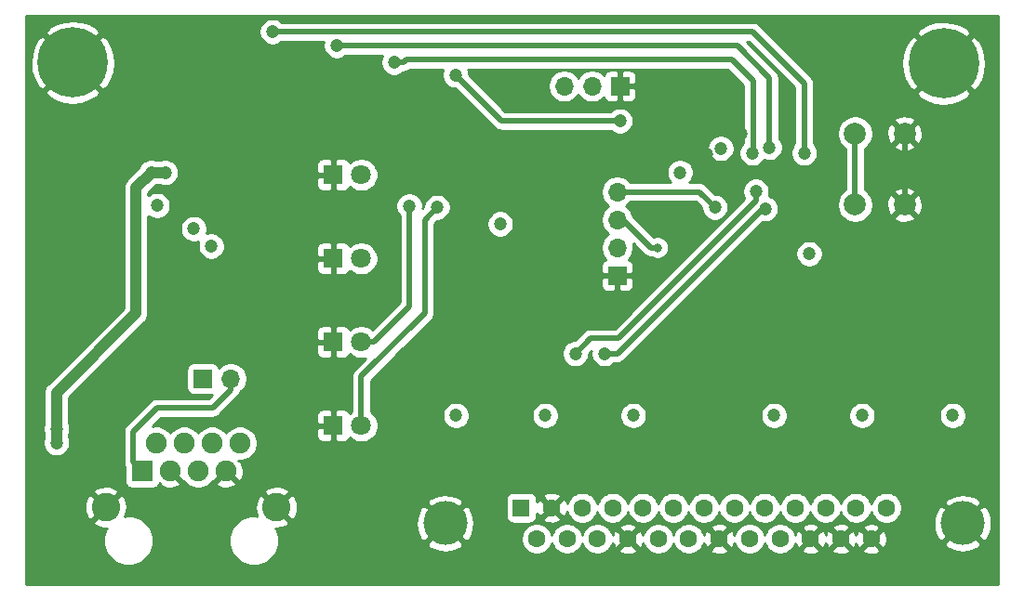
<source format=gbr>
%TF.GenerationSoftware,KiCad,Pcbnew,(5.1.8)-1*%
%TF.CreationDate,2021-02-10T22:47:22+08:00*%
%TF.ProjectId,mpg,6d70672e-6b69-4636-9164-5f7063625858,rev?*%
%TF.SameCoordinates,Original*%
%TF.FileFunction,Copper,L4,Bot*%
%TF.FilePolarity,Positive*%
%FSLAX46Y46*%
G04 Gerber Fmt 4.6, Leading zero omitted, Abs format (unit mm)*
G04 Created by KiCad (PCBNEW (5.1.8)-1) date 2021-02-10 22:47:22*
%MOMM*%
%LPD*%
G01*
G04 APERTURE LIST*
%TA.AperFunction,ComponentPad*%
%ADD10R,1.900000X1.900000*%
%TD*%
%TA.AperFunction,ComponentPad*%
%ADD11C,1.900000*%
%TD*%
%TA.AperFunction,ComponentPad*%
%ADD12C,2.600000*%
%TD*%
%TA.AperFunction,ComponentPad*%
%ADD13O,1.700000X1.700000*%
%TD*%
%TA.AperFunction,ComponentPad*%
%ADD14R,1.700000X1.700000*%
%TD*%
%TA.AperFunction,ComponentPad*%
%ADD15C,4.000000*%
%TD*%
%TA.AperFunction,ComponentPad*%
%ADD16C,1.600000*%
%TD*%
%TA.AperFunction,ComponentPad*%
%ADD17R,1.600000X1.600000*%
%TD*%
%TA.AperFunction,ComponentPad*%
%ADD18C,1.800000*%
%TD*%
%TA.AperFunction,ComponentPad*%
%ADD19R,1.800000X1.800000*%
%TD*%
%TA.AperFunction,ComponentPad*%
%ADD20C,0.800000*%
%TD*%
%TA.AperFunction,ComponentPad*%
%ADD21C,6.400000*%
%TD*%
%TA.AperFunction,ComponentPad*%
%ADD22C,2.000000*%
%TD*%
%TA.AperFunction,ViaPad*%
%ADD23C,1.200000*%
%TD*%
%TA.AperFunction,ViaPad*%
%ADD24C,0.800000*%
%TD*%
%TA.AperFunction,Conductor*%
%ADD25C,0.500000*%
%TD*%
%TA.AperFunction,Conductor*%
%ADD26C,1.000000*%
%TD*%
%TA.AperFunction,Conductor*%
%ADD27C,0.254000*%
%TD*%
%TA.AperFunction,Conductor*%
%ADD28C,0.100000*%
%TD*%
G04 APERTURE END LIST*
D10*
%TO.P,J5,1*%
%TO.N,CAN_H*%
X100550000Y-97664000D03*
D11*
%TO.P,J5,2*%
%TO.N,CAN_L*%
X101820000Y-95124000D03*
%TO.P,J5,3*%
%TO.N,GND*%
X103090000Y-97664000D03*
%TO.P,J5,4*%
%TO.N,Net-(J5-Pad4)*%
X104360000Y-95124000D03*
%TO.P,J5,5*%
%TO.N,Net-(J5-Pad5)*%
X105630000Y-97664000D03*
%TO.P,J5,6*%
%TO.N,Net-(J5-Pad6)*%
X106900000Y-95124000D03*
%TO.P,J5,7*%
%TO.N,GND*%
X108170000Y-97664000D03*
%TO.P,J5,8*%
%TO.N,POW*%
X109440000Y-95124000D03*
D12*
%TO.P,J5,SH*%
%TO.N,GND*%
X97220000Y-100954000D03*
X112770000Y-100954000D03*
%TD*%
D13*
%TO.P,J4,2*%
%TO.N,CAN_H*%
X108597000Y-89238000D03*
D14*
%TO.P,J4,1*%
%TO.N,Net-(J4-Pad1)*%
X106057000Y-89238000D03*
%TD*%
D13*
%TO.P,J2,4*%
%TO.N,RESET*%
X143776000Y-72220000D03*
%TO.P,J2,3*%
%TO.N,SWDIO*%
X143776000Y-74760000D03*
%TO.P,J2,2*%
%TO.N,SWCLK*%
X143776000Y-77300000D03*
D14*
%TO.P,J2,1*%
%TO.N,GND*%
X143776000Y-79840000D03*
%TD*%
D15*
%TO.P,J1,0*%
%TO.N,GND*%
X175220000Y-102424000D03*
X128120000Y-102424000D03*
D16*
%TO.P,J1,25*%
X166905000Y-103844000D03*
%TO.P,J1,24*%
X164135000Y-103844000D03*
%TO.P,J1,23*%
X161365000Y-103844000D03*
%TO.P,J1,22*%
%TO.N,Net-(J1-Pad22)*%
X158595000Y-103844000D03*
%TO.P,J1,21*%
%TO.N,/sheet60398AC6/In*%
X155825000Y-103844000D03*
%TO.P,J1,20*%
%TO.N,GND*%
X153055000Y-103844000D03*
%TO.P,J1,19*%
%TO.N,/sheet60278576/In*%
X150285000Y-103844000D03*
%TO.P,J1,18*%
%TO.N,Net-(J1-Pad18)*%
X147515000Y-103844000D03*
%TO.P,J1,17*%
%TO.N,GND*%
X144745000Y-103844000D03*
%TO.P,J1,16*%
%TO.N,/sheet603603F0/In*%
X141975000Y-103844000D03*
%TO.P,J1,15*%
%TO.N,/sheet603499BE/In*%
X139205000Y-103844000D03*
%TO.P,J1,14*%
%TO.N,/sheet60382A0B/In*%
X136435000Y-103844000D03*
%TO.P,J1,13*%
%TO.N,/sheet603E7B14/In*%
X168290000Y-101004000D03*
%TO.P,J1,12*%
%TO.N,/sheet603E1701/In*%
X165520000Y-101004000D03*
%TO.P,J1,11*%
%TO.N,/sheet603B693B/In*%
X162750000Y-101004000D03*
%TO.P,J1,10*%
%TO.N,/sheet603B0EF4/In*%
X159980000Y-101004000D03*
%TO.P,J1,9*%
%TO.N,/sheet603AB73C/In*%
X157210000Y-101004000D03*
%TO.P,J1,8*%
%TO.N,Net-(J1-Pad8)*%
X154440000Y-101004000D03*
%TO.P,J1,7*%
%TO.N,+12V*%
X151670000Y-101004000D03*
%TO.P,J1,6*%
%TO.N,Net-(J1-Pad6)*%
X148900000Y-101004000D03*
%TO.P,J1,5*%
%TO.N,Net-(J1-Pad5)*%
X146130000Y-101004000D03*
%TO.P,J1,4*%
%TO.N,/sheet601EF97F/In*%
X143360000Y-101004000D03*
%TO.P,J1,3*%
%TO.N,/sheet601ED88E/In*%
X140590000Y-101004000D03*
%TO.P,J1,2*%
%TO.N,GND*%
X137820000Y-101004000D03*
D17*
%TO.P,J1,1*%
%TO.N,+3V3*%
X135050000Y-101004000D03*
%TD*%
D18*
%TO.P,D6,2*%
%TO.N,Net-(D6-Pad2)*%
X120484200Y-93515360D03*
D19*
%TO.P,D6,1*%
%TO.N,GND*%
X117944200Y-93515360D03*
%TD*%
D20*
%TO.P,H2,1*%
%TO.N,GND*%
X175197056Y-62191056D03*
X175900000Y-60494000D03*
X175197056Y-58796944D03*
X173500000Y-58094000D03*
X171802944Y-58796944D03*
X171100000Y-60494000D03*
X171802944Y-62191056D03*
X173500000Y-62894000D03*
D21*
X173500000Y-60494000D03*
%TD*%
D20*
%TO.P,H1,1*%
%TO.N,GND*%
X95907056Y-62121056D03*
X96610000Y-60424000D03*
X95907056Y-58726944D03*
X94210000Y-58024000D03*
X92512944Y-58726944D03*
X91810000Y-60424000D03*
X92512944Y-62121056D03*
X94210000Y-62824000D03*
D21*
X94210000Y-60424000D03*
%TD*%
D22*
%TO.P,SW1,2*%
%TO.N,RESET*%
X165438000Y-66886000D03*
%TO.P,SW1,1*%
%TO.N,GND*%
X169938000Y-66886000D03*
%TO.P,SW1,2*%
%TO.N,RESET*%
X165438000Y-73386000D03*
%TO.P,SW1,1*%
%TO.N,GND*%
X169938000Y-73386000D03*
%TD*%
D13*
%TO.P,J3,3*%
%TO.N,USART1_RX*%
X138950000Y-62568000D03*
%TO.P,J3,2*%
%TO.N,USART1_TX*%
X141490000Y-62568000D03*
D14*
%TO.P,J3,1*%
%TO.N,GND*%
X144030000Y-62568000D03*
%TD*%
D18*
%TO.P,D5,2*%
%TO.N,Net-(D5-Pad2)*%
X120476580Y-85890280D03*
D19*
%TO.P,D5,1*%
%TO.N,GND*%
X117936580Y-85890280D03*
%TD*%
D18*
%TO.P,D4,2*%
%TO.N,Net-(D4-Pad2)*%
X120479120Y-78285520D03*
D19*
%TO.P,D4,1*%
%TO.N,GND*%
X117939120Y-78285520D03*
%TD*%
D18*
%TO.P,D3,2*%
%TO.N,Net-(D3-Pad2)*%
X120481660Y-70652820D03*
D19*
%TO.P,D3,1*%
%TO.N,GND*%
X117941660Y-70652820D03*
%TD*%
D23*
%TO.N,RESET*%
X152666000Y-73617000D03*
%TO.N,ENC_A*%
X156406000Y-72163000D03*
X139966000Y-86952000D03*
%TO.N,ENC_B*%
X157238000Y-73744000D03*
X142633000Y-86952000D03*
%TO.N,+12V*%
X102628000Y-70442000D03*
X101358000Y-70442000D03*
X92722000Y-95079990D03*
X92722000Y-93810000D03*
%TO.N,Net-(D5-Pad2)*%
X124853000Y-73490000D03*
D24*
%TO.N,SWDIO*%
X147459000Y-77300000D03*
D23*
%TO.N,LED_A*%
X160794000Y-68664000D03*
X112407000Y-57615000D03*
%TO.N,LED_B*%
X118249000Y-58885000D03*
X157619000Y-68156669D03*
%TO.N,LED_C*%
X123456000Y-60409000D03*
X156095000Y-68664000D03*
%TO.N,Net-(D6-Pad2)*%
X127393000Y-73617000D03*
%TO.N,LED_D*%
X144030000Y-65743000D03*
X129044000Y-61552000D03*
%TO.N,GND*%
X158508000Y-81237000D03*
X161289000Y-82647000D03*
X164350000Y-79713000D03*
X151904000Y-68791000D03*
X147827000Y-67788000D03*
X151891000Y-65121000D03*
X150634000Y-96858000D03*
X145363800Y-89809200D03*
X137108800Y-89809200D03*
X174256000Y-89746000D03*
X166128000Y-89746000D03*
X158000000Y-89746000D03*
X129107800Y-89809200D03*
X99961000Y-91905000D03*
X133171000Y-81047000D03*
X131965000Y-74125000D03*
X155078986Y-66886000D03*
X93840000Y-78454000D03*
X93840000Y-80954000D03*
X93840000Y-83454000D03*
X96340000Y-83454000D03*
X96340000Y-80954000D03*
X96340000Y-78454000D03*
X93840000Y-75954000D03*
X93840000Y-73454000D03*
X93840000Y-70954000D03*
X93840000Y-68454000D03*
X93840000Y-65954000D03*
X96340000Y-65954000D03*
X98840000Y-65954000D03*
X96340000Y-68454000D03*
X101340000Y-63454000D03*
X101340000Y-60954000D03*
X101340000Y-58454000D03*
X103840000Y-58454000D03*
X103840000Y-60954000D03*
X96340000Y-75954000D03*
X93840000Y-85954000D03*
X91340000Y-85954000D03*
X91340000Y-83454000D03*
X91340000Y-80954000D03*
X91340000Y-78454000D03*
X91340000Y-75954000D03*
X91340000Y-73454000D03*
X91340000Y-70954000D03*
X91340000Y-68454000D03*
X91340000Y-65954000D03*
X98840000Y-63454000D03*
X98840000Y-58454000D03*
X107200000Y-69934000D03*
X107200000Y-73744000D03*
%TO.N,+3V3*%
X161259037Y-77852963D03*
X149502000Y-70431000D03*
X145236800Y-92603200D03*
X137235800Y-92603200D03*
X174319800Y-92603200D03*
X166064800Y-92603200D03*
X158063800Y-92603200D03*
X129107800Y-92603200D03*
X106829000Y-77163000D03*
X105241500Y-75575500D03*
X101890000Y-73466000D03*
X133121000Y-75128000D03*
X153206000Y-68251000D03*
%TD*%
D25*
%TO.N,RESET*%
X165438000Y-73386000D02*
X165438000Y-66886000D01*
X151269000Y-72220000D02*
X143776000Y-72220000D01*
X152666000Y-73617000D02*
X151269000Y-72220000D01*
%TO.N,ENC_A*%
X156406000Y-73052000D02*
X156406000Y-72163000D01*
X143903000Y-85555000D02*
X156406000Y-73052000D01*
X141363000Y-85555000D02*
X143903000Y-85555000D01*
X139966000Y-86952000D02*
X141363000Y-85555000D01*
%TO.N,ENC_B*%
X156984000Y-73744000D02*
X157238000Y-73744000D01*
X143776000Y-86952000D02*
X156984000Y-73744000D01*
X142633000Y-86952000D02*
X143776000Y-86952000D01*
D26*
%TO.N,+12V*%
X101358000Y-70442000D02*
X102628000Y-70442000D01*
X92722000Y-93810000D02*
X92722000Y-95079990D01*
X92722000Y-90508000D02*
X92722000Y-93810000D01*
X99961000Y-83269000D02*
X92722000Y-90508000D01*
X99961000Y-71839000D02*
X99961000Y-83269000D01*
X101358000Y-70442000D02*
X99961000Y-71839000D01*
D25*
%TO.N,Net-(D5-Pad2)*%
X121596720Y-85890280D02*
X120476580Y-85890280D01*
X124853000Y-82634000D02*
X121596720Y-85890280D01*
X124853000Y-73490000D02*
X124853000Y-82634000D01*
%TO.N,SWDIO*%
X146824000Y-77300000D02*
X144284000Y-74760000D01*
X144284000Y-74760000D02*
X143776000Y-74760000D01*
X147459000Y-77300000D02*
X146824000Y-77300000D01*
%TO.N,LED_A*%
X156095000Y-57615000D02*
X112407000Y-57615000D01*
X160794000Y-62314000D02*
X156095000Y-57615000D01*
X160794000Y-68664000D02*
X160794000Y-62314000D01*
%TO.N,LED_B*%
X157619000Y-61806000D02*
X157619000Y-68156669D01*
X118249000Y-58885000D02*
X154698000Y-58885000D01*
X154698000Y-58885000D02*
X157619000Y-61806000D01*
%TO.N,LED_C*%
X124558528Y-60155000D02*
X124304528Y-60409000D01*
X124304528Y-60409000D02*
X123456000Y-60409000D01*
X156155997Y-62120997D02*
X154190000Y-60155000D01*
X154190000Y-60155000D02*
X124558528Y-60155000D01*
X156155997Y-68480193D02*
X156155997Y-62120997D01*
X156095000Y-68664000D02*
X156155997Y-68480193D01*
%TO.N,Net-(D6-Pad2)*%
X120484200Y-89034800D02*
X120484200Y-93515360D01*
X126250000Y-74760000D02*
X126250000Y-83269000D01*
X126250000Y-83269000D02*
X120484200Y-89034800D01*
X127393000Y-73617000D02*
X126250000Y-74760000D01*
%TO.N,CAN_H*%
X99707000Y-96821000D02*
X99707000Y-94064000D01*
X100550000Y-97664000D02*
X99707000Y-96821000D01*
X99707000Y-94064000D02*
X101866000Y-91905000D01*
X101866000Y-91905000D02*
X106946000Y-91905000D01*
X108597000Y-90254000D02*
X108597000Y-89238000D01*
X106946000Y-91905000D02*
X108597000Y-90254000D01*
%TO.N,LED_D*%
X144030000Y-65743000D02*
X133235000Y-65743000D01*
X133235000Y-65743000D02*
X129044000Y-61552000D01*
%TO.N,GND*%
X169938000Y-73386000D02*
X169938000Y-66886000D01*
%TD*%
D27*
%TO.N,GND*%
X178472510Y-107987607D02*
X89942510Y-107987607D01*
X89942510Y-102303224D01*
X96050381Y-102303224D01*
X96182317Y-102598312D01*
X96523045Y-102769159D01*
X96890557Y-102870250D01*
X97270729Y-102897701D01*
X97303895Y-102893558D01*
X97277214Y-102933489D01*
X97106851Y-103344782D01*
X97020000Y-103781409D01*
X97020000Y-104226591D01*
X97106851Y-104663218D01*
X97277214Y-105074511D01*
X97524544Y-105444666D01*
X97839334Y-105759456D01*
X98209489Y-106006786D01*
X98620782Y-106177149D01*
X99057409Y-106264000D01*
X99502591Y-106264000D01*
X99939218Y-106177149D01*
X100350511Y-106006786D01*
X100720666Y-105759456D01*
X101035456Y-105444666D01*
X101282786Y-105074511D01*
X101453149Y-104663218D01*
X101540000Y-104226591D01*
X101540000Y-103781409D01*
X108450000Y-103781409D01*
X108450000Y-104226591D01*
X108536851Y-104663218D01*
X108707214Y-105074511D01*
X108954544Y-105444666D01*
X109269334Y-105759456D01*
X109639489Y-106006786D01*
X110050782Y-106177149D01*
X110487409Y-106264000D01*
X110932591Y-106264000D01*
X111369218Y-106177149D01*
X111780511Y-106006786D01*
X112150666Y-105759456D01*
X112465456Y-105444666D01*
X112712786Y-105074511D01*
X112883149Y-104663218D01*
X112961067Y-104271499D01*
X126452106Y-104271499D01*
X126668228Y-104638258D01*
X127128105Y-104878938D01*
X127626098Y-105025275D01*
X128143071Y-105071648D01*
X128659159Y-105016273D01*
X129154526Y-104861279D01*
X129571772Y-104638258D01*
X129787894Y-104271499D01*
X128120000Y-102603605D01*
X126452106Y-104271499D01*
X112961067Y-104271499D01*
X112970000Y-104226591D01*
X112970000Y-103781409D01*
X112883149Y-103344782D01*
X112712786Y-102933489D01*
X112682189Y-102887697D01*
X112820729Y-102897701D01*
X113198951Y-102850457D01*
X113560690Y-102730333D01*
X113807683Y-102598312D01*
X113875303Y-102447071D01*
X125472352Y-102447071D01*
X125527727Y-102963159D01*
X125682721Y-103458526D01*
X125905742Y-103875772D01*
X126272501Y-104091894D01*
X127940395Y-102424000D01*
X128299605Y-102424000D01*
X129967499Y-104091894D01*
X130334258Y-103875772D01*
X130424854Y-103702665D01*
X135000000Y-103702665D01*
X135000000Y-103985335D01*
X135055147Y-104262574D01*
X135163320Y-104523727D01*
X135320363Y-104758759D01*
X135520241Y-104958637D01*
X135755273Y-105115680D01*
X136016426Y-105223853D01*
X136293665Y-105279000D01*
X136576335Y-105279000D01*
X136853574Y-105223853D01*
X137114727Y-105115680D01*
X137349759Y-104958637D01*
X137549637Y-104758759D01*
X137706680Y-104523727D01*
X137814853Y-104262574D01*
X137820000Y-104236699D01*
X137825147Y-104262574D01*
X137933320Y-104523727D01*
X138090363Y-104758759D01*
X138290241Y-104958637D01*
X138525273Y-105115680D01*
X138786426Y-105223853D01*
X139063665Y-105279000D01*
X139346335Y-105279000D01*
X139623574Y-105223853D01*
X139884727Y-105115680D01*
X140119759Y-104958637D01*
X140319637Y-104758759D01*
X140476680Y-104523727D01*
X140584853Y-104262574D01*
X140590000Y-104236699D01*
X140595147Y-104262574D01*
X140703320Y-104523727D01*
X140860363Y-104758759D01*
X141060241Y-104958637D01*
X141295273Y-105115680D01*
X141556426Y-105223853D01*
X141833665Y-105279000D01*
X142116335Y-105279000D01*
X142393574Y-105223853D01*
X142654727Y-105115680D01*
X142889759Y-104958637D01*
X143011694Y-104836702D01*
X143931903Y-104836702D01*
X144003486Y-105080671D01*
X144258996Y-105201571D01*
X144533184Y-105270300D01*
X144815512Y-105284217D01*
X145095130Y-105242787D01*
X145361292Y-105147603D01*
X145486514Y-105080671D01*
X145558097Y-104836702D01*
X144745000Y-104023605D01*
X143931903Y-104836702D01*
X143011694Y-104836702D01*
X143089637Y-104758759D01*
X143246680Y-104523727D01*
X143354853Y-104262574D01*
X143360513Y-104234118D01*
X143441397Y-104460292D01*
X143508329Y-104585514D01*
X143752298Y-104657097D01*
X144565395Y-103844000D01*
X144924605Y-103844000D01*
X145737702Y-104657097D01*
X145981671Y-104585514D01*
X146102571Y-104330004D01*
X146128212Y-104227711D01*
X146135147Y-104262574D01*
X146243320Y-104523727D01*
X146400363Y-104758759D01*
X146600241Y-104958637D01*
X146835273Y-105115680D01*
X147096426Y-105223853D01*
X147373665Y-105279000D01*
X147656335Y-105279000D01*
X147933574Y-105223853D01*
X148194727Y-105115680D01*
X148429759Y-104958637D01*
X148629637Y-104758759D01*
X148786680Y-104523727D01*
X148894853Y-104262574D01*
X148900000Y-104236699D01*
X148905147Y-104262574D01*
X149013320Y-104523727D01*
X149170363Y-104758759D01*
X149370241Y-104958637D01*
X149605273Y-105115680D01*
X149866426Y-105223853D01*
X150143665Y-105279000D01*
X150426335Y-105279000D01*
X150703574Y-105223853D01*
X150964727Y-105115680D01*
X151199759Y-104958637D01*
X151321694Y-104836702D01*
X152241903Y-104836702D01*
X152313486Y-105080671D01*
X152568996Y-105201571D01*
X152843184Y-105270300D01*
X153125512Y-105284217D01*
X153405130Y-105242787D01*
X153671292Y-105147603D01*
X153796514Y-105080671D01*
X153868097Y-104836702D01*
X153055000Y-104023605D01*
X152241903Y-104836702D01*
X151321694Y-104836702D01*
X151399637Y-104758759D01*
X151556680Y-104523727D01*
X151664853Y-104262574D01*
X151670513Y-104234118D01*
X151751397Y-104460292D01*
X151818329Y-104585514D01*
X152062298Y-104657097D01*
X152875395Y-103844000D01*
X153234605Y-103844000D01*
X154047702Y-104657097D01*
X154291671Y-104585514D01*
X154412571Y-104330004D01*
X154438212Y-104227711D01*
X154445147Y-104262574D01*
X154553320Y-104523727D01*
X154710363Y-104758759D01*
X154910241Y-104958637D01*
X155145273Y-105115680D01*
X155406426Y-105223853D01*
X155683665Y-105279000D01*
X155966335Y-105279000D01*
X156243574Y-105223853D01*
X156504727Y-105115680D01*
X156739759Y-104958637D01*
X156939637Y-104758759D01*
X157096680Y-104523727D01*
X157204853Y-104262574D01*
X157210000Y-104236699D01*
X157215147Y-104262574D01*
X157323320Y-104523727D01*
X157480363Y-104758759D01*
X157680241Y-104958637D01*
X157915273Y-105115680D01*
X158176426Y-105223853D01*
X158453665Y-105279000D01*
X158736335Y-105279000D01*
X159013574Y-105223853D01*
X159274727Y-105115680D01*
X159509759Y-104958637D01*
X159631694Y-104836702D01*
X160551903Y-104836702D01*
X160623486Y-105080671D01*
X160878996Y-105201571D01*
X161153184Y-105270300D01*
X161435512Y-105284217D01*
X161715130Y-105242787D01*
X161981292Y-105147603D01*
X162106514Y-105080671D01*
X162178097Y-104836702D01*
X163321903Y-104836702D01*
X163393486Y-105080671D01*
X163648996Y-105201571D01*
X163923184Y-105270300D01*
X164205512Y-105284217D01*
X164485130Y-105242787D01*
X164751292Y-105147603D01*
X164876514Y-105080671D01*
X164948097Y-104836702D01*
X166091903Y-104836702D01*
X166163486Y-105080671D01*
X166418996Y-105201571D01*
X166693184Y-105270300D01*
X166975512Y-105284217D01*
X167255130Y-105242787D01*
X167521292Y-105147603D01*
X167646514Y-105080671D01*
X167718097Y-104836702D01*
X166905000Y-104023605D01*
X166091903Y-104836702D01*
X164948097Y-104836702D01*
X164135000Y-104023605D01*
X163321903Y-104836702D01*
X162178097Y-104836702D01*
X161365000Y-104023605D01*
X160551903Y-104836702D01*
X159631694Y-104836702D01*
X159709637Y-104758759D01*
X159866680Y-104523727D01*
X159974853Y-104262574D01*
X159980513Y-104234118D01*
X160061397Y-104460292D01*
X160128329Y-104585514D01*
X160372298Y-104657097D01*
X161185395Y-103844000D01*
X161544605Y-103844000D01*
X162357702Y-104657097D01*
X162601671Y-104585514D01*
X162722571Y-104330004D01*
X162748216Y-104227695D01*
X162831397Y-104460292D01*
X162898329Y-104585514D01*
X163142298Y-104657097D01*
X163955395Y-103844000D01*
X164314605Y-103844000D01*
X165127702Y-104657097D01*
X165371671Y-104585514D01*
X165492571Y-104330004D01*
X165518216Y-104227695D01*
X165601397Y-104460292D01*
X165668329Y-104585514D01*
X165912298Y-104657097D01*
X166725395Y-103844000D01*
X167084605Y-103844000D01*
X167897702Y-104657097D01*
X168141671Y-104585514D01*
X168262571Y-104330004D01*
X168277236Y-104271499D01*
X173552106Y-104271499D01*
X173768228Y-104638258D01*
X174228105Y-104878938D01*
X174726098Y-105025275D01*
X175243071Y-105071648D01*
X175759159Y-105016273D01*
X176254526Y-104861279D01*
X176671772Y-104638258D01*
X176887894Y-104271499D01*
X175220000Y-102603605D01*
X173552106Y-104271499D01*
X168277236Y-104271499D01*
X168331300Y-104055816D01*
X168345217Y-103773488D01*
X168303787Y-103493870D01*
X168208603Y-103227708D01*
X168141671Y-103102486D01*
X167897702Y-103030903D01*
X167084605Y-103844000D01*
X166725395Y-103844000D01*
X165912298Y-103030903D01*
X165668329Y-103102486D01*
X165547429Y-103357996D01*
X165521784Y-103460305D01*
X165438603Y-103227708D01*
X165371671Y-103102486D01*
X165127702Y-103030903D01*
X164314605Y-103844000D01*
X163955395Y-103844000D01*
X163142298Y-103030903D01*
X162898329Y-103102486D01*
X162777429Y-103357996D01*
X162751784Y-103460305D01*
X162668603Y-103227708D01*
X162601671Y-103102486D01*
X162357702Y-103030903D01*
X161544605Y-103844000D01*
X161185395Y-103844000D01*
X160372298Y-103030903D01*
X160128329Y-103102486D01*
X160007429Y-103357996D01*
X159981788Y-103460289D01*
X159974853Y-103425426D01*
X159866680Y-103164273D01*
X159709637Y-102929241D01*
X159631694Y-102851298D01*
X160551903Y-102851298D01*
X161365000Y-103664395D01*
X162178097Y-102851298D01*
X163321903Y-102851298D01*
X164135000Y-103664395D01*
X164948097Y-102851298D01*
X166091903Y-102851298D01*
X166905000Y-103664395D01*
X167718097Y-102851298D01*
X167646514Y-102607329D01*
X167391004Y-102486429D01*
X167233989Y-102447071D01*
X172572352Y-102447071D01*
X172627727Y-102963159D01*
X172782721Y-103458526D01*
X173005742Y-103875772D01*
X173372501Y-104091894D01*
X175040395Y-102424000D01*
X175399605Y-102424000D01*
X177067499Y-104091894D01*
X177434258Y-103875772D01*
X177674938Y-103415895D01*
X177821275Y-102917902D01*
X177867648Y-102400929D01*
X177812273Y-101884841D01*
X177657279Y-101389474D01*
X177434258Y-100972228D01*
X177067499Y-100756106D01*
X175399605Y-102424000D01*
X175040395Y-102424000D01*
X173372501Y-100756106D01*
X173005742Y-100972228D01*
X172765062Y-101432105D01*
X172618725Y-101930098D01*
X172572352Y-102447071D01*
X167233989Y-102447071D01*
X167116816Y-102417700D01*
X166834488Y-102403783D01*
X166554870Y-102445213D01*
X166288708Y-102540397D01*
X166163486Y-102607329D01*
X166091903Y-102851298D01*
X164948097Y-102851298D01*
X164876514Y-102607329D01*
X164621004Y-102486429D01*
X164346816Y-102417700D01*
X164064488Y-102403783D01*
X163784870Y-102445213D01*
X163518708Y-102540397D01*
X163393486Y-102607329D01*
X163321903Y-102851298D01*
X162178097Y-102851298D01*
X162106514Y-102607329D01*
X161851004Y-102486429D01*
X161576816Y-102417700D01*
X161294488Y-102403783D01*
X161014870Y-102445213D01*
X160748708Y-102540397D01*
X160623486Y-102607329D01*
X160551903Y-102851298D01*
X159631694Y-102851298D01*
X159509759Y-102729363D01*
X159274727Y-102572320D01*
X159013574Y-102464147D01*
X158736335Y-102409000D01*
X158453665Y-102409000D01*
X158176426Y-102464147D01*
X157915273Y-102572320D01*
X157680241Y-102729363D01*
X157480363Y-102929241D01*
X157323320Y-103164273D01*
X157215147Y-103425426D01*
X157210000Y-103451301D01*
X157204853Y-103425426D01*
X157096680Y-103164273D01*
X156939637Y-102929241D01*
X156739759Y-102729363D01*
X156504727Y-102572320D01*
X156243574Y-102464147D01*
X155966335Y-102409000D01*
X155683665Y-102409000D01*
X155406426Y-102464147D01*
X155145273Y-102572320D01*
X154910241Y-102729363D01*
X154710363Y-102929241D01*
X154553320Y-103164273D01*
X154445147Y-103425426D01*
X154439487Y-103453882D01*
X154358603Y-103227708D01*
X154291671Y-103102486D01*
X154047702Y-103030903D01*
X153234605Y-103844000D01*
X152875395Y-103844000D01*
X152062298Y-103030903D01*
X151818329Y-103102486D01*
X151697429Y-103357996D01*
X151671788Y-103460289D01*
X151664853Y-103425426D01*
X151556680Y-103164273D01*
X151399637Y-102929241D01*
X151321694Y-102851298D01*
X152241903Y-102851298D01*
X153055000Y-103664395D01*
X153868097Y-102851298D01*
X153796514Y-102607329D01*
X153541004Y-102486429D01*
X153266816Y-102417700D01*
X152984488Y-102403783D01*
X152704870Y-102445213D01*
X152438708Y-102540397D01*
X152313486Y-102607329D01*
X152241903Y-102851298D01*
X151321694Y-102851298D01*
X151199759Y-102729363D01*
X150964727Y-102572320D01*
X150703574Y-102464147D01*
X150426335Y-102409000D01*
X150143665Y-102409000D01*
X149866426Y-102464147D01*
X149605273Y-102572320D01*
X149370241Y-102729363D01*
X149170363Y-102929241D01*
X149013320Y-103164273D01*
X148905147Y-103425426D01*
X148900000Y-103451301D01*
X148894853Y-103425426D01*
X148786680Y-103164273D01*
X148629637Y-102929241D01*
X148429759Y-102729363D01*
X148194727Y-102572320D01*
X147933574Y-102464147D01*
X147656335Y-102409000D01*
X147373665Y-102409000D01*
X147096426Y-102464147D01*
X146835273Y-102572320D01*
X146600241Y-102729363D01*
X146400363Y-102929241D01*
X146243320Y-103164273D01*
X146135147Y-103425426D01*
X146129487Y-103453882D01*
X146048603Y-103227708D01*
X145981671Y-103102486D01*
X145737702Y-103030903D01*
X144924605Y-103844000D01*
X144565395Y-103844000D01*
X143752298Y-103030903D01*
X143508329Y-103102486D01*
X143387429Y-103357996D01*
X143361788Y-103460289D01*
X143354853Y-103425426D01*
X143246680Y-103164273D01*
X143089637Y-102929241D01*
X143011694Y-102851298D01*
X143931903Y-102851298D01*
X144745000Y-103664395D01*
X145558097Y-102851298D01*
X145486514Y-102607329D01*
X145231004Y-102486429D01*
X144956816Y-102417700D01*
X144674488Y-102403783D01*
X144394870Y-102445213D01*
X144128708Y-102540397D01*
X144003486Y-102607329D01*
X143931903Y-102851298D01*
X143011694Y-102851298D01*
X142889759Y-102729363D01*
X142654727Y-102572320D01*
X142393574Y-102464147D01*
X142116335Y-102409000D01*
X141833665Y-102409000D01*
X141556426Y-102464147D01*
X141295273Y-102572320D01*
X141060241Y-102729363D01*
X140860363Y-102929241D01*
X140703320Y-103164273D01*
X140595147Y-103425426D01*
X140590000Y-103451301D01*
X140584853Y-103425426D01*
X140476680Y-103164273D01*
X140319637Y-102929241D01*
X140119759Y-102729363D01*
X139884727Y-102572320D01*
X139623574Y-102464147D01*
X139346335Y-102409000D01*
X139063665Y-102409000D01*
X138786426Y-102464147D01*
X138525273Y-102572320D01*
X138290241Y-102729363D01*
X138090363Y-102929241D01*
X137933320Y-103164273D01*
X137825147Y-103425426D01*
X137820000Y-103451301D01*
X137814853Y-103425426D01*
X137706680Y-103164273D01*
X137549637Y-102929241D01*
X137349759Y-102729363D01*
X137114727Y-102572320D01*
X136853574Y-102464147D01*
X136576335Y-102409000D01*
X136293665Y-102409000D01*
X136016426Y-102464147D01*
X135755273Y-102572320D01*
X135520241Y-102729363D01*
X135320363Y-102929241D01*
X135163320Y-103164273D01*
X135055147Y-103425426D01*
X135000000Y-103702665D01*
X130424854Y-103702665D01*
X130574938Y-103415895D01*
X130721275Y-102917902D01*
X130767648Y-102400929D01*
X130712273Y-101884841D01*
X130557279Y-101389474D01*
X130334258Y-100972228D01*
X129967499Y-100756106D01*
X128299605Y-102424000D01*
X127940395Y-102424000D01*
X126272501Y-100756106D01*
X125905742Y-100972228D01*
X125665062Y-101432105D01*
X125518725Y-101930098D01*
X125472352Y-102447071D01*
X113875303Y-102447071D01*
X113939619Y-102303224D01*
X112770000Y-101133605D01*
X112755858Y-101147748D01*
X112576253Y-100968143D01*
X112590395Y-100954000D01*
X112949605Y-100954000D01*
X114119224Y-102123619D01*
X114414312Y-101991683D01*
X114585159Y-101650955D01*
X114686250Y-101283443D01*
X114713701Y-100903271D01*
X114672884Y-100576501D01*
X126452106Y-100576501D01*
X128120000Y-102244395D01*
X129787894Y-100576501D01*
X129571772Y-100209742D01*
X129560801Y-100204000D01*
X133611928Y-100204000D01*
X133611928Y-101804000D01*
X133624188Y-101928482D01*
X133660498Y-102048180D01*
X133719463Y-102158494D01*
X133798815Y-102255185D01*
X133895506Y-102334537D01*
X134005820Y-102393502D01*
X134125518Y-102429812D01*
X134250000Y-102442072D01*
X135850000Y-102442072D01*
X135974482Y-102429812D01*
X136094180Y-102393502D01*
X136204494Y-102334537D01*
X136301185Y-102255185D01*
X136380537Y-102158494D01*
X136439502Y-102048180D01*
X136455117Y-101996702D01*
X137006903Y-101996702D01*
X137078486Y-102240671D01*
X137333996Y-102361571D01*
X137608184Y-102430300D01*
X137890512Y-102444217D01*
X138170130Y-102402787D01*
X138436292Y-102307603D01*
X138561514Y-102240671D01*
X138633097Y-101996702D01*
X137820000Y-101183605D01*
X137006903Y-101996702D01*
X136455117Y-101996702D01*
X136475812Y-101928482D01*
X136488072Y-101804000D01*
X136488072Y-101541087D01*
X136516397Y-101620292D01*
X136583329Y-101745514D01*
X136827298Y-101817097D01*
X137640395Y-101004000D01*
X137999605Y-101004000D01*
X138812702Y-101817097D01*
X139056671Y-101745514D01*
X139177571Y-101490004D01*
X139203212Y-101387711D01*
X139210147Y-101422574D01*
X139318320Y-101683727D01*
X139475363Y-101918759D01*
X139675241Y-102118637D01*
X139910273Y-102275680D01*
X140171426Y-102383853D01*
X140448665Y-102439000D01*
X140731335Y-102439000D01*
X141008574Y-102383853D01*
X141269727Y-102275680D01*
X141504759Y-102118637D01*
X141704637Y-101918759D01*
X141861680Y-101683727D01*
X141969853Y-101422574D01*
X141975000Y-101396699D01*
X141980147Y-101422574D01*
X142088320Y-101683727D01*
X142245363Y-101918759D01*
X142445241Y-102118637D01*
X142680273Y-102275680D01*
X142941426Y-102383853D01*
X143218665Y-102439000D01*
X143501335Y-102439000D01*
X143778574Y-102383853D01*
X144039727Y-102275680D01*
X144274759Y-102118637D01*
X144474637Y-101918759D01*
X144631680Y-101683727D01*
X144739853Y-101422574D01*
X144745000Y-101396699D01*
X144750147Y-101422574D01*
X144858320Y-101683727D01*
X145015363Y-101918759D01*
X145215241Y-102118637D01*
X145450273Y-102275680D01*
X145711426Y-102383853D01*
X145988665Y-102439000D01*
X146271335Y-102439000D01*
X146548574Y-102383853D01*
X146809727Y-102275680D01*
X147044759Y-102118637D01*
X147244637Y-101918759D01*
X147401680Y-101683727D01*
X147509853Y-101422574D01*
X147515000Y-101396699D01*
X147520147Y-101422574D01*
X147628320Y-101683727D01*
X147785363Y-101918759D01*
X147985241Y-102118637D01*
X148220273Y-102275680D01*
X148481426Y-102383853D01*
X148758665Y-102439000D01*
X149041335Y-102439000D01*
X149318574Y-102383853D01*
X149579727Y-102275680D01*
X149814759Y-102118637D01*
X150014637Y-101918759D01*
X150171680Y-101683727D01*
X150279853Y-101422574D01*
X150285000Y-101396699D01*
X150290147Y-101422574D01*
X150398320Y-101683727D01*
X150555363Y-101918759D01*
X150755241Y-102118637D01*
X150990273Y-102275680D01*
X151251426Y-102383853D01*
X151528665Y-102439000D01*
X151811335Y-102439000D01*
X152088574Y-102383853D01*
X152349727Y-102275680D01*
X152584759Y-102118637D01*
X152784637Y-101918759D01*
X152941680Y-101683727D01*
X153049853Y-101422574D01*
X153055000Y-101396699D01*
X153060147Y-101422574D01*
X153168320Y-101683727D01*
X153325363Y-101918759D01*
X153525241Y-102118637D01*
X153760273Y-102275680D01*
X154021426Y-102383853D01*
X154298665Y-102439000D01*
X154581335Y-102439000D01*
X154858574Y-102383853D01*
X155119727Y-102275680D01*
X155354759Y-102118637D01*
X155554637Y-101918759D01*
X155711680Y-101683727D01*
X155819853Y-101422574D01*
X155825000Y-101396699D01*
X155830147Y-101422574D01*
X155938320Y-101683727D01*
X156095363Y-101918759D01*
X156295241Y-102118637D01*
X156530273Y-102275680D01*
X156791426Y-102383853D01*
X157068665Y-102439000D01*
X157351335Y-102439000D01*
X157628574Y-102383853D01*
X157889727Y-102275680D01*
X158124759Y-102118637D01*
X158324637Y-101918759D01*
X158481680Y-101683727D01*
X158589853Y-101422574D01*
X158595000Y-101396699D01*
X158600147Y-101422574D01*
X158708320Y-101683727D01*
X158865363Y-101918759D01*
X159065241Y-102118637D01*
X159300273Y-102275680D01*
X159561426Y-102383853D01*
X159838665Y-102439000D01*
X160121335Y-102439000D01*
X160398574Y-102383853D01*
X160659727Y-102275680D01*
X160894759Y-102118637D01*
X161094637Y-101918759D01*
X161251680Y-101683727D01*
X161359853Y-101422574D01*
X161365000Y-101396699D01*
X161370147Y-101422574D01*
X161478320Y-101683727D01*
X161635363Y-101918759D01*
X161835241Y-102118637D01*
X162070273Y-102275680D01*
X162331426Y-102383853D01*
X162608665Y-102439000D01*
X162891335Y-102439000D01*
X163168574Y-102383853D01*
X163429727Y-102275680D01*
X163664759Y-102118637D01*
X163864637Y-101918759D01*
X164021680Y-101683727D01*
X164129853Y-101422574D01*
X164135000Y-101396699D01*
X164140147Y-101422574D01*
X164248320Y-101683727D01*
X164405363Y-101918759D01*
X164605241Y-102118637D01*
X164840273Y-102275680D01*
X165101426Y-102383853D01*
X165378665Y-102439000D01*
X165661335Y-102439000D01*
X165938574Y-102383853D01*
X166199727Y-102275680D01*
X166434759Y-102118637D01*
X166634637Y-101918759D01*
X166791680Y-101683727D01*
X166899853Y-101422574D01*
X166905000Y-101396699D01*
X166910147Y-101422574D01*
X167018320Y-101683727D01*
X167175363Y-101918759D01*
X167375241Y-102118637D01*
X167610273Y-102275680D01*
X167871426Y-102383853D01*
X168148665Y-102439000D01*
X168431335Y-102439000D01*
X168708574Y-102383853D01*
X168969727Y-102275680D01*
X169204759Y-102118637D01*
X169404637Y-101918759D01*
X169561680Y-101683727D01*
X169669853Y-101422574D01*
X169725000Y-101145335D01*
X169725000Y-100862665D01*
X169669853Y-100585426D01*
X169666157Y-100576501D01*
X173552106Y-100576501D01*
X175220000Y-102244395D01*
X176887894Y-100576501D01*
X176671772Y-100209742D01*
X176211895Y-99969062D01*
X175713902Y-99822725D01*
X175196929Y-99776352D01*
X174680841Y-99831727D01*
X174185474Y-99986721D01*
X173768228Y-100209742D01*
X173552106Y-100576501D01*
X169666157Y-100576501D01*
X169561680Y-100324273D01*
X169404637Y-100089241D01*
X169204759Y-99889363D01*
X168969727Y-99732320D01*
X168708574Y-99624147D01*
X168431335Y-99569000D01*
X168148665Y-99569000D01*
X167871426Y-99624147D01*
X167610273Y-99732320D01*
X167375241Y-99889363D01*
X167175363Y-100089241D01*
X167018320Y-100324273D01*
X166910147Y-100585426D01*
X166905000Y-100611301D01*
X166899853Y-100585426D01*
X166791680Y-100324273D01*
X166634637Y-100089241D01*
X166434759Y-99889363D01*
X166199727Y-99732320D01*
X165938574Y-99624147D01*
X165661335Y-99569000D01*
X165378665Y-99569000D01*
X165101426Y-99624147D01*
X164840273Y-99732320D01*
X164605241Y-99889363D01*
X164405363Y-100089241D01*
X164248320Y-100324273D01*
X164140147Y-100585426D01*
X164135000Y-100611301D01*
X164129853Y-100585426D01*
X164021680Y-100324273D01*
X163864637Y-100089241D01*
X163664759Y-99889363D01*
X163429727Y-99732320D01*
X163168574Y-99624147D01*
X162891335Y-99569000D01*
X162608665Y-99569000D01*
X162331426Y-99624147D01*
X162070273Y-99732320D01*
X161835241Y-99889363D01*
X161635363Y-100089241D01*
X161478320Y-100324273D01*
X161370147Y-100585426D01*
X161365000Y-100611301D01*
X161359853Y-100585426D01*
X161251680Y-100324273D01*
X161094637Y-100089241D01*
X160894759Y-99889363D01*
X160659727Y-99732320D01*
X160398574Y-99624147D01*
X160121335Y-99569000D01*
X159838665Y-99569000D01*
X159561426Y-99624147D01*
X159300273Y-99732320D01*
X159065241Y-99889363D01*
X158865363Y-100089241D01*
X158708320Y-100324273D01*
X158600147Y-100585426D01*
X158595000Y-100611301D01*
X158589853Y-100585426D01*
X158481680Y-100324273D01*
X158324637Y-100089241D01*
X158124759Y-99889363D01*
X157889727Y-99732320D01*
X157628574Y-99624147D01*
X157351335Y-99569000D01*
X157068665Y-99569000D01*
X156791426Y-99624147D01*
X156530273Y-99732320D01*
X156295241Y-99889363D01*
X156095363Y-100089241D01*
X155938320Y-100324273D01*
X155830147Y-100585426D01*
X155825000Y-100611301D01*
X155819853Y-100585426D01*
X155711680Y-100324273D01*
X155554637Y-100089241D01*
X155354759Y-99889363D01*
X155119727Y-99732320D01*
X154858574Y-99624147D01*
X154581335Y-99569000D01*
X154298665Y-99569000D01*
X154021426Y-99624147D01*
X153760273Y-99732320D01*
X153525241Y-99889363D01*
X153325363Y-100089241D01*
X153168320Y-100324273D01*
X153060147Y-100585426D01*
X153055000Y-100611301D01*
X153049853Y-100585426D01*
X152941680Y-100324273D01*
X152784637Y-100089241D01*
X152584759Y-99889363D01*
X152349727Y-99732320D01*
X152088574Y-99624147D01*
X151811335Y-99569000D01*
X151528665Y-99569000D01*
X151251426Y-99624147D01*
X150990273Y-99732320D01*
X150755241Y-99889363D01*
X150555363Y-100089241D01*
X150398320Y-100324273D01*
X150290147Y-100585426D01*
X150285000Y-100611301D01*
X150279853Y-100585426D01*
X150171680Y-100324273D01*
X150014637Y-100089241D01*
X149814759Y-99889363D01*
X149579727Y-99732320D01*
X149318574Y-99624147D01*
X149041335Y-99569000D01*
X148758665Y-99569000D01*
X148481426Y-99624147D01*
X148220273Y-99732320D01*
X147985241Y-99889363D01*
X147785363Y-100089241D01*
X147628320Y-100324273D01*
X147520147Y-100585426D01*
X147515000Y-100611301D01*
X147509853Y-100585426D01*
X147401680Y-100324273D01*
X147244637Y-100089241D01*
X147044759Y-99889363D01*
X146809727Y-99732320D01*
X146548574Y-99624147D01*
X146271335Y-99569000D01*
X145988665Y-99569000D01*
X145711426Y-99624147D01*
X145450273Y-99732320D01*
X145215241Y-99889363D01*
X145015363Y-100089241D01*
X144858320Y-100324273D01*
X144750147Y-100585426D01*
X144745000Y-100611301D01*
X144739853Y-100585426D01*
X144631680Y-100324273D01*
X144474637Y-100089241D01*
X144274759Y-99889363D01*
X144039727Y-99732320D01*
X143778574Y-99624147D01*
X143501335Y-99569000D01*
X143218665Y-99569000D01*
X142941426Y-99624147D01*
X142680273Y-99732320D01*
X142445241Y-99889363D01*
X142245363Y-100089241D01*
X142088320Y-100324273D01*
X141980147Y-100585426D01*
X141975000Y-100611301D01*
X141969853Y-100585426D01*
X141861680Y-100324273D01*
X141704637Y-100089241D01*
X141504759Y-99889363D01*
X141269727Y-99732320D01*
X141008574Y-99624147D01*
X140731335Y-99569000D01*
X140448665Y-99569000D01*
X140171426Y-99624147D01*
X139910273Y-99732320D01*
X139675241Y-99889363D01*
X139475363Y-100089241D01*
X139318320Y-100324273D01*
X139210147Y-100585426D01*
X139204487Y-100613882D01*
X139123603Y-100387708D01*
X139056671Y-100262486D01*
X138812702Y-100190903D01*
X137999605Y-101004000D01*
X137640395Y-101004000D01*
X136827298Y-100190903D01*
X136583329Y-100262486D01*
X136488072Y-100463802D01*
X136488072Y-100204000D01*
X136475812Y-100079518D01*
X136455118Y-100011298D01*
X137006903Y-100011298D01*
X137820000Y-100824395D01*
X138633097Y-100011298D01*
X138561514Y-99767329D01*
X138306004Y-99646429D01*
X138031816Y-99577700D01*
X137749488Y-99563783D01*
X137469870Y-99605213D01*
X137203708Y-99700397D01*
X137078486Y-99767329D01*
X137006903Y-100011298D01*
X136455118Y-100011298D01*
X136439502Y-99959820D01*
X136380537Y-99849506D01*
X136301185Y-99752815D01*
X136204494Y-99673463D01*
X136094180Y-99614498D01*
X135974482Y-99578188D01*
X135850000Y-99565928D01*
X134250000Y-99565928D01*
X134125518Y-99578188D01*
X134005820Y-99614498D01*
X133895506Y-99673463D01*
X133798815Y-99752815D01*
X133719463Y-99849506D01*
X133660498Y-99959820D01*
X133624188Y-100079518D01*
X133611928Y-100204000D01*
X129560801Y-100204000D01*
X129111895Y-99969062D01*
X128613902Y-99822725D01*
X128096929Y-99776352D01*
X127580841Y-99831727D01*
X127085474Y-99986721D01*
X126668228Y-100209742D01*
X126452106Y-100576501D01*
X114672884Y-100576501D01*
X114666457Y-100525049D01*
X114546333Y-100163310D01*
X114414312Y-99916317D01*
X114119224Y-99784381D01*
X112949605Y-100954000D01*
X112590395Y-100954000D01*
X111420776Y-99784381D01*
X111125688Y-99916317D01*
X110954841Y-100257045D01*
X110853750Y-100624557D01*
X110826299Y-101004729D01*
X110873543Y-101382951D01*
X110993667Y-101744690D01*
X111000521Y-101757512D01*
X110932591Y-101744000D01*
X110487409Y-101744000D01*
X110050782Y-101830851D01*
X109639489Y-102001214D01*
X109269334Y-102248544D01*
X108954544Y-102563334D01*
X108707214Y-102933489D01*
X108536851Y-103344782D01*
X108450000Y-103781409D01*
X101540000Y-103781409D01*
X101453149Y-103344782D01*
X101282786Y-102933489D01*
X101035456Y-102563334D01*
X100720666Y-102248544D01*
X100350511Y-102001214D01*
X99939218Y-101830851D01*
X99502591Y-101744000D01*
X99057409Y-101744000D01*
X98980871Y-101759224D01*
X99035159Y-101650955D01*
X99136250Y-101283443D01*
X99163701Y-100903271D01*
X99116457Y-100525049D01*
X98996333Y-100163310D01*
X98864312Y-99916317D01*
X98569224Y-99784381D01*
X97399605Y-100954000D01*
X97413748Y-100968143D01*
X97234143Y-101147748D01*
X97220000Y-101133605D01*
X96050381Y-102303224D01*
X89942510Y-102303224D01*
X89942510Y-101004729D01*
X95276299Y-101004729D01*
X95323543Y-101382951D01*
X95443667Y-101744690D01*
X95575688Y-101991683D01*
X95870776Y-102123619D01*
X97040395Y-100954000D01*
X95870776Y-99784381D01*
X95575688Y-99916317D01*
X95404841Y-100257045D01*
X95303750Y-100624557D01*
X95276299Y-101004729D01*
X89942510Y-101004729D01*
X89942510Y-99604776D01*
X96050381Y-99604776D01*
X97220000Y-100774395D01*
X98389619Y-99604776D01*
X111600381Y-99604776D01*
X112770000Y-100774395D01*
X113939619Y-99604776D01*
X113807683Y-99309688D01*
X113466955Y-99138841D01*
X113099443Y-99037750D01*
X112719271Y-99010299D01*
X112341049Y-99057543D01*
X111979310Y-99177667D01*
X111732317Y-99309688D01*
X111600381Y-99604776D01*
X98389619Y-99604776D01*
X98257683Y-99309688D01*
X97916955Y-99138841D01*
X97549443Y-99037750D01*
X97169271Y-99010299D01*
X96791049Y-99057543D01*
X96429310Y-99177667D01*
X96182317Y-99309688D01*
X96050381Y-99604776D01*
X89942510Y-99604776D01*
X89942510Y-93688363D01*
X91487000Y-93688363D01*
X91487000Y-93931637D01*
X91534460Y-94170236D01*
X91587000Y-94297079D01*
X91587000Y-94592911D01*
X91534460Y-94719754D01*
X91487000Y-94958353D01*
X91487000Y-95201627D01*
X91534460Y-95440226D01*
X91627557Y-95664982D01*
X91762713Y-95867257D01*
X91934733Y-96039277D01*
X92137008Y-96174433D01*
X92361764Y-96267530D01*
X92600363Y-96314990D01*
X92843637Y-96314990D01*
X93082236Y-96267530D01*
X93306992Y-96174433D01*
X93509267Y-96039277D01*
X93681287Y-95867257D01*
X93816443Y-95664982D01*
X93909540Y-95440226D01*
X93957000Y-95201627D01*
X93957000Y-94958353D01*
X93909540Y-94719754D01*
X93857000Y-94592911D01*
X93857000Y-94297079D01*
X93909540Y-94170236D01*
X93930671Y-94064000D01*
X98817719Y-94064000D01*
X98822001Y-94107479D01*
X98822000Y-96777531D01*
X98817719Y-96821000D01*
X98822000Y-96864469D01*
X98822000Y-96864476D01*
X98834805Y-96994489D01*
X98885411Y-97161312D01*
X98961928Y-97304467D01*
X98961928Y-98614000D01*
X98974188Y-98738482D01*
X99010498Y-98858180D01*
X99069463Y-98968494D01*
X99148815Y-99065185D01*
X99245506Y-99144537D01*
X99355820Y-99203502D01*
X99475518Y-99239812D01*
X99600000Y-99252072D01*
X101500000Y-99252072D01*
X101624482Y-99239812D01*
X101744180Y-99203502D01*
X101854494Y-99144537D01*
X101951185Y-99065185D01*
X102030537Y-98968494D01*
X102089502Y-98858180D01*
X102095630Y-98837978D01*
X102169854Y-98763754D01*
X102259579Y-99023042D01*
X102540671Y-99158935D01*
X102842873Y-99237379D01*
X103154573Y-99255359D01*
X103463791Y-99212184D01*
X103758644Y-99109513D01*
X103920421Y-99023042D01*
X104010147Y-98763752D01*
X103090000Y-97843605D01*
X103075858Y-97857748D01*
X102896253Y-97678143D01*
X102910395Y-97664000D01*
X102896253Y-97649858D01*
X103075858Y-97470253D01*
X103090000Y-97484395D01*
X103104143Y-97470253D01*
X103283748Y-97649858D01*
X103269605Y-97664000D01*
X104189752Y-98584147D01*
X104310613Y-98542324D01*
X104398850Y-98674379D01*
X104619621Y-98895150D01*
X104879221Y-99068609D01*
X105167673Y-99188089D01*
X105473891Y-99249000D01*
X105786109Y-99249000D01*
X106092327Y-99188089D01*
X106380779Y-99068609D01*
X106640379Y-98895150D01*
X106771777Y-98763752D01*
X107249853Y-98763752D01*
X107339579Y-99023042D01*
X107620671Y-99158935D01*
X107922873Y-99237379D01*
X108234573Y-99255359D01*
X108543791Y-99212184D01*
X108838644Y-99109513D01*
X109000421Y-99023042D01*
X109090147Y-98763752D01*
X108170000Y-97843605D01*
X107249853Y-98763752D01*
X106771777Y-98763752D01*
X106861150Y-98674379D01*
X106949387Y-98542324D01*
X107070248Y-98584147D01*
X107990395Y-97664000D01*
X107976253Y-97649858D01*
X108155858Y-97470253D01*
X108170000Y-97484395D01*
X108184143Y-97470253D01*
X108363748Y-97649858D01*
X108349605Y-97664000D01*
X109269752Y-98584147D01*
X109529042Y-98494421D01*
X109664935Y-98213329D01*
X109743379Y-97911127D01*
X109761359Y-97599427D01*
X109718184Y-97290209D01*
X109615513Y-96995356D01*
X109529042Y-96833579D01*
X109269754Y-96743854D01*
X109304608Y-96709000D01*
X109596109Y-96709000D01*
X109902327Y-96648089D01*
X110190779Y-96528609D01*
X110450379Y-96355150D01*
X110671150Y-96134379D01*
X110844609Y-95874779D01*
X110964089Y-95586327D01*
X111025000Y-95280109D01*
X111025000Y-94967891D01*
X110964089Y-94661673D01*
X110862064Y-94415360D01*
X116406128Y-94415360D01*
X116418388Y-94539842D01*
X116454698Y-94659540D01*
X116513663Y-94769854D01*
X116593015Y-94866545D01*
X116689706Y-94945897D01*
X116800020Y-95004862D01*
X116919718Y-95041172D01*
X117044200Y-95053432D01*
X117658450Y-95050360D01*
X117817200Y-94891610D01*
X117817200Y-93642360D01*
X116567950Y-93642360D01*
X116409200Y-93801110D01*
X116406128Y-94415360D01*
X110862064Y-94415360D01*
X110844609Y-94373221D01*
X110671150Y-94113621D01*
X110450379Y-93892850D01*
X110190779Y-93719391D01*
X109902327Y-93599911D01*
X109596109Y-93539000D01*
X109283891Y-93539000D01*
X108977673Y-93599911D01*
X108689221Y-93719391D01*
X108429621Y-93892850D01*
X108208850Y-94113621D01*
X108170000Y-94171764D01*
X108131150Y-94113621D01*
X107910379Y-93892850D01*
X107650779Y-93719391D01*
X107362327Y-93599911D01*
X107056109Y-93539000D01*
X106743891Y-93539000D01*
X106437673Y-93599911D01*
X106149221Y-93719391D01*
X105889621Y-93892850D01*
X105668850Y-94113621D01*
X105630000Y-94171764D01*
X105591150Y-94113621D01*
X105370379Y-93892850D01*
X105110779Y-93719391D01*
X104822327Y-93599911D01*
X104516109Y-93539000D01*
X104203891Y-93539000D01*
X103897673Y-93599911D01*
X103609221Y-93719391D01*
X103349621Y-93892850D01*
X103128850Y-94113621D01*
X103090000Y-94171764D01*
X103051150Y-94113621D01*
X102830379Y-93892850D01*
X102570779Y-93719391D01*
X102282327Y-93599911D01*
X101976109Y-93539000D01*
X101663891Y-93539000D01*
X101438806Y-93583773D01*
X102232579Y-92790000D01*
X106902531Y-92790000D01*
X106946000Y-92794281D01*
X106989469Y-92790000D01*
X106989477Y-92790000D01*
X107119490Y-92777195D01*
X107286313Y-92726589D01*
X107440059Y-92644411D01*
X107475457Y-92615360D01*
X116406128Y-92615360D01*
X116409200Y-93229610D01*
X116567950Y-93388360D01*
X117817200Y-93388360D01*
X117817200Y-92139110D01*
X117658450Y-91980360D01*
X117044200Y-91977288D01*
X116919718Y-91989548D01*
X116800020Y-92025858D01*
X116689706Y-92084823D01*
X116593015Y-92164175D01*
X116513663Y-92260866D01*
X116454698Y-92371180D01*
X116418388Y-92490878D01*
X116406128Y-92615360D01*
X107475457Y-92615360D01*
X107574817Y-92533817D01*
X107602534Y-92500044D01*
X109192050Y-90910529D01*
X109225817Y-90882817D01*
X109336411Y-90748059D01*
X109336412Y-90748058D01*
X109418589Y-90594314D01*
X109463974Y-90444701D01*
X109543632Y-90391475D01*
X109750475Y-90184632D01*
X109912990Y-89941411D01*
X110024932Y-89671158D01*
X110082000Y-89384260D01*
X110082000Y-89091740D01*
X110024932Y-88804842D01*
X109912990Y-88534589D01*
X109750475Y-88291368D01*
X109543632Y-88084525D01*
X109300411Y-87922010D01*
X109030158Y-87810068D01*
X108743260Y-87753000D01*
X108450740Y-87753000D01*
X108163842Y-87810068D01*
X107893589Y-87922010D01*
X107650368Y-88084525D01*
X107518513Y-88216380D01*
X107496502Y-88143820D01*
X107437537Y-88033506D01*
X107358185Y-87936815D01*
X107261494Y-87857463D01*
X107151180Y-87798498D01*
X107031482Y-87762188D01*
X106907000Y-87749928D01*
X105207000Y-87749928D01*
X105082518Y-87762188D01*
X104962820Y-87798498D01*
X104852506Y-87857463D01*
X104755815Y-87936815D01*
X104676463Y-88033506D01*
X104617498Y-88143820D01*
X104581188Y-88263518D01*
X104568928Y-88388000D01*
X104568928Y-90088000D01*
X104581188Y-90212482D01*
X104617498Y-90332180D01*
X104676463Y-90442494D01*
X104755815Y-90539185D01*
X104852506Y-90618537D01*
X104962820Y-90677502D01*
X105082518Y-90713812D01*
X105207000Y-90726072D01*
X106873350Y-90726072D01*
X106579422Y-91020000D01*
X101909466Y-91020000D01*
X101865999Y-91015719D01*
X101822533Y-91020000D01*
X101822523Y-91020000D01*
X101692510Y-91032805D01*
X101525687Y-91083411D01*
X101371941Y-91165589D01*
X101371939Y-91165590D01*
X101371940Y-91165590D01*
X101270953Y-91248468D01*
X101270951Y-91248470D01*
X101237183Y-91276183D01*
X101209470Y-91309951D01*
X99111951Y-93407471D01*
X99078184Y-93435183D01*
X99050471Y-93468951D01*
X99050468Y-93468954D01*
X98967590Y-93569941D01*
X98885412Y-93723687D01*
X98834805Y-93890510D01*
X98817719Y-94064000D01*
X93930671Y-94064000D01*
X93957000Y-93931637D01*
X93957000Y-93688363D01*
X93909540Y-93449764D01*
X93857000Y-93322921D01*
X93857000Y-90978131D01*
X98044851Y-86790280D01*
X116398508Y-86790280D01*
X116410768Y-86914762D01*
X116447078Y-87034460D01*
X116506043Y-87144774D01*
X116585395Y-87241465D01*
X116682086Y-87320817D01*
X116792400Y-87379782D01*
X116912098Y-87416092D01*
X117036580Y-87428352D01*
X117650830Y-87425280D01*
X117809580Y-87266530D01*
X117809580Y-86017280D01*
X116560330Y-86017280D01*
X116401580Y-86176030D01*
X116398508Y-86790280D01*
X98044851Y-86790280D01*
X99844851Y-84990280D01*
X116398508Y-84990280D01*
X116401580Y-85604530D01*
X116560330Y-85763280D01*
X117809580Y-85763280D01*
X117809580Y-84514030D01*
X118063580Y-84514030D01*
X118063580Y-85763280D01*
X118083580Y-85763280D01*
X118083580Y-86017280D01*
X118063580Y-86017280D01*
X118063580Y-87266530D01*
X118222330Y-87425280D01*
X118836580Y-87428352D01*
X118961062Y-87416092D01*
X119080760Y-87379782D01*
X119191074Y-87320817D01*
X119287765Y-87241465D01*
X119367117Y-87144774D01*
X119426082Y-87034460D01*
X119431636Y-87016153D01*
X119498075Y-87082592D01*
X119749485Y-87250579D01*
X120028837Y-87366291D01*
X120325396Y-87425280D01*
X120627764Y-87425280D01*
X120895372Y-87372050D01*
X119889156Y-88378266D01*
X119855383Y-88405983D01*
X119744789Y-88540742D01*
X119662611Y-88694488D01*
X119612005Y-88861311D01*
X119599200Y-88991324D01*
X119599200Y-88991331D01*
X119594919Y-89034800D01*
X119599200Y-89078269D01*
X119599201Y-92260569D01*
X119505695Y-92323048D01*
X119439256Y-92389487D01*
X119433702Y-92371180D01*
X119374737Y-92260866D01*
X119295385Y-92164175D01*
X119198694Y-92084823D01*
X119088380Y-92025858D01*
X118968682Y-91989548D01*
X118844200Y-91977288D01*
X118229950Y-91980360D01*
X118071200Y-92139110D01*
X118071200Y-93388360D01*
X118091200Y-93388360D01*
X118091200Y-93642360D01*
X118071200Y-93642360D01*
X118071200Y-94891610D01*
X118229950Y-95050360D01*
X118844200Y-95053432D01*
X118968682Y-95041172D01*
X119088380Y-95004862D01*
X119198694Y-94945897D01*
X119295385Y-94866545D01*
X119374737Y-94769854D01*
X119433702Y-94659540D01*
X119439256Y-94641233D01*
X119505695Y-94707672D01*
X119757105Y-94875659D01*
X120036457Y-94991371D01*
X120333016Y-95050360D01*
X120635384Y-95050360D01*
X120931943Y-94991371D01*
X121211295Y-94875659D01*
X121462705Y-94707672D01*
X121676512Y-94493865D01*
X121844499Y-94242455D01*
X121960211Y-93963103D01*
X122019200Y-93666544D01*
X122019200Y-93364176D01*
X121960211Y-93067617D01*
X121844499Y-92788265D01*
X121676512Y-92536855D01*
X121621220Y-92481563D01*
X127872800Y-92481563D01*
X127872800Y-92724837D01*
X127920260Y-92963436D01*
X128013357Y-93188192D01*
X128148513Y-93390467D01*
X128320533Y-93562487D01*
X128522808Y-93697643D01*
X128747564Y-93790740D01*
X128986163Y-93838200D01*
X129229437Y-93838200D01*
X129468036Y-93790740D01*
X129692792Y-93697643D01*
X129895067Y-93562487D01*
X130067087Y-93390467D01*
X130202243Y-93188192D01*
X130295340Y-92963436D01*
X130342800Y-92724837D01*
X130342800Y-92481563D01*
X136000800Y-92481563D01*
X136000800Y-92724837D01*
X136048260Y-92963436D01*
X136141357Y-93188192D01*
X136276513Y-93390467D01*
X136448533Y-93562487D01*
X136650808Y-93697643D01*
X136875564Y-93790740D01*
X137114163Y-93838200D01*
X137357437Y-93838200D01*
X137596036Y-93790740D01*
X137820792Y-93697643D01*
X138023067Y-93562487D01*
X138195087Y-93390467D01*
X138330243Y-93188192D01*
X138423340Y-92963436D01*
X138470800Y-92724837D01*
X138470800Y-92481563D01*
X144001800Y-92481563D01*
X144001800Y-92724837D01*
X144049260Y-92963436D01*
X144142357Y-93188192D01*
X144277513Y-93390467D01*
X144449533Y-93562487D01*
X144651808Y-93697643D01*
X144876564Y-93790740D01*
X145115163Y-93838200D01*
X145358437Y-93838200D01*
X145597036Y-93790740D01*
X145821792Y-93697643D01*
X146024067Y-93562487D01*
X146196087Y-93390467D01*
X146331243Y-93188192D01*
X146424340Y-92963436D01*
X146471800Y-92724837D01*
X146471800Y-92481563D01*
X156828800Y-92481563D01*
X156828800Y-92724837D01*
X156876260Y-92963436D01*
X156969357Y-93188192D01*
X157104513Y-93390467D01*
X157276533Y-93562487D01*
X157478808Y-93697643D01*
X157703564Y-93790740D01*
X157942163Y-93838200D01*
X158185437Y-93838200D01*
X158424036Y-93790740D01*
X158648792Y-93697643D01*
X158851067Y-93562487D01*
X159023087Y-93390467D01*
X159158243Y-93188192D01*
X159251340Y-92963436D01*
X159298800Y-92724837D01*
X159298800Y-92481563D01*
X164829800Y-92481563D01*
X164829800Y-92724837D01*
X164877260Y-92963436D01*
X164970357Y-93188192D01*
X165105513Y-93390467D01*
X165277533Y-93562487D01*
X165479808Y-93697643D01*
X165704564Y-93790740D01*
X165943163Y-93838200D01*
X166186437Y-93838200D01*
X166425036Y-93790740D01*
X166649792Y-93697643D01*
X166852067Y-93562487D01*
X167024087Y-93390467D01*
X167159243Y-93188192D01*
X167252340Y-92963436D01*
X167299800Y-92724837D01*
X167299800Y-92481563D01*
X173084800Y-92481563D01*
X173084800Y-92724837D01*
X173132260Y-92963436D01*
X173225357Y-93188192D01*
X173360513Y-93390467D01*
X173532533Y-93562487D01*
X173734808Y-93697643D01*
X173959564Y-93790740D01*
X174198163Y-93838200D01*
X174441437Y-93838200D01*
X174680036Y-93790740D01*
X174904792Y-93697643D01*
X175107067Y-93562487D01*
X175279087Y-93390467D01*
X175414243Y-93188192D01*
X175507340Y-92963436D01*
X175554800Y-92724837D01*
X175554800Y-92481563D01*
X175507340Y-92242964D01*
X175414243Y-92018208D01*
X175279087Y-91815933D01*
X175107067Y-91643913D01*
X174904792Y-91508757D01*
X174680036Y-91415660D01*
X174441437Y-91368200D01*
X174198163Y-91368200D01*
X173959564Y-91415660D01*
X173734808Y-91508757D01*
X173532533Y-91643913D01*
X173360513Y-91815933D01*
X173225357Y-92018208D01*
X173132260Y-92242964D01*
X173084800Y-92481563D01*
X167299800Y-92481563D01*
X167252340Y-92242964D01*
X167159243Y-92018208D01*
X167024087Y-91815933D01*
X166852067Y-91643913D01*
X166649792Y-91508757D01*
X166425036Y-91415660D01*
X166186437Y-91368200D01*
X165943163Y-91368200D01*
X165704564Y-91415660D01*
X165479808Y-91508757D01*
X165277533Y-91643913D01*
X165105513Y-91815933D01*
X164970357Y-92018208D01*
X164877260Y-92242964D01*
X164829800Y-92481563D01*
X159298800Y-92481563D01*
X159251340Y-92242964D01*
X159158243Y-92018208D01*
X159023087Y-91815933D01*
X158851067Y-91643913D01*
X158648792Y-91508757D01*
X158424036Y-91415660D01*
X158185437Y-91368200D01*
X157942163Y-91368200D01*
X157703564Y-91415660D01*
X157478808Y-91508757D01*
X157276533Y-91643913D01*
X157104513Y-91815933D01*
X156969357Y-92018208D01*
X156876260Y-92242964D01*
X156828800Y-92481563D01*
X146471800Y-92481563D01*
X146424340Y-92242964D01*
X146331243Y-92018208D01*
X146196087Y-91815933D01*
X146024067Y-91643913D01*
X145821792Y-91508757D01*
X145597036Y-91415660D01*
X145358437Y-91368200D01*
X145115163Y-91368200D01*
X144876564Y-91415660D01*
X144651808Y-91508757D01*
X144449533Y-91643913D01*
X144277513Y-91815933D01*
X144142357Y-92018208D01*
X144049260Y-92242964D01*
X144001800Y-92481563D01*
X138470800Y-92481563D01*
X138423340Y-92242964D01*
X138330243Y-92018208D01*
X138195087Y-91815933D01*
X138023067Y-91643913D01*
X137820792Y-91508757D01*
X137596036Y-91415660D01*
X137357437Y-91368200D01*
X137114163Y-91368200D01*
X136875564Y-91415660D01*
X136650808Y-91508757D01*
X136448533Y-91643913D01*
X136276513Y-91815933D01*
X136141357Y-92018208D01*
X136048260Y-92242964D01*
X136000800Y-92481563D01*
X130342800Y-92481563D01*
X130295340Y-92242964D01*
X130202243Y-92018208D01*
X130067087Y-91815933D01*
X129895067Y-91643913D01*
X129692792Y-91508757D01*
X129468036Y-91415660D01*
X129229437Y-91368200D01*
X128986163Y-91368200D01*
X128747564Y-91415660D01*
X128522808Y-91508757D01*
X128320533Y-91643913D01*
X128148513Y-91815933D01*
X128013357Y-92018208D01*
X127920260Y-92242964D01*
X127872800Y-92481563D01*
X121621220Y-92481563D01*
X121462705Y-92323048D01*
X121369200Y-92260570D01*
X121369200Y-89401378D01*
X123940215Y-86830363D01*
X138731000Y-86830363D01*
X138731000Y-87073637D01*
X138778460Y-87312236D01*
X138871557Y-87536992D01*
X139006713Y-87739267D01*
X139178733Y-87911287D01*
X139381008Y-88046443D01*
X139605764Y-88139540D01*
X139844363Y-88187000D01*
X140087637Y-88187000D01*
X140326236Y-88139540D01*
X140550992Y-88046443D01*
X140753267Y-87911287D01*
X140925287Y-87739267D01*
X141060443Y-87536992D01*
X141153540Y-87312236D01*
X141201000Y-87073637D01*
X141201000Y-86968578D01*
X141412596Y-86756982D01*
X141398000Y-86830363D01*
X141398000Y-87073637D01*
X141445460Y-87312236D01*
X141538557Y-87536992D01*
X141673713Y-87739267D01*
X141845733Y-87911287D01*
X142048008Y-88046443D01*
X142272764Y-88139540D01*
X142511363Y-88187000D01*
X142754637Y-88187000D01*
X142993236Y-88139540D01*
X143217992Y-88046443D01*
X143420267Y-87911287D01*
X143494554Y-87837000D01*
X143732531Y-87837000D01*
X143776000Y-87841281D01*
X143819469Y-87837000D01*
X143819477Y-87837000D01*
X143949490Y-87824195D01*
X144116313Y-87773589D01*
X144270059Y-87691411D01*
X144404817Y-87580817D01*
X144432534Y-87547044D01*
X154248252Y-77731326D01*
X160024037Y-77731326D01*
X160024037Y-77974600D01*
X160071497Y-78213199D01*
X160164594Y-78437955D01*
X160299750Y-78640230D01*
X160471770Y-78812250D01*
X160674045Y-78947406D01*
X160898801Y-79040503D01*
X161137400Y-79087963D01*
X161380674Y-79087963D01*
X161619273Y-79040503D01*
X161844029Y-78947406D01*
X162046304Y-78812250D01*
X162218324Y-78640230D01*
X162353480Y-78437955D01*
X162446577Y-78213199D01*
X162494037Y-77974600D01*
X162494037Y-77731326D01*
X162446577Y-77492727D01*
X162353480Y-77267971D01*
X162218324Y-77065696D01*
X162046304Y-76893676D01*
X161844029Y-76758520D01*
X161619273Y-76665423D01*
X161380674Y-76617963D01*
X161137400Y-76617963D01*
X160898801Y-76665423D01*
X160674045Y-76758520D01*
X160471770Y-76893676D01*
X160299750Y-77065696D01*
X160164594Y-77267971D01*
X160071497Y-77492727D01*
X160024037Y-77731326D01*
X154248252Y-77731326D01*
X157019789Y-74959790D01*
X157116363Y-74979000D01*
X157359637Y-74979000D01*
X157598236Y-74931540D01*
X157822992Y-74838443D01*
X158025267Y-74703287D01*
X158197287Y-74531267D01*
X158332443Y-74328992D01*
X158425540Y-74104236D01*
X158473000Y-73865637D01*
X158473000Y-73622363D01*
X158425540Y-73383764D01*
X158332443Y-73159008D01*
X158197287Y-72956733D01*
X158025267Y-72784713D01*
X157822992Y-72649557D01*
X157598236Y-72556460D01*
X157581183Y-72553068D01*
X157593540Y-72523236D01*
X157641000Y-72284637D01*
X157641000Y-72041363D01*
X157593540Y-71802764D01*
X157500443Y-71578008D01*
X157365287Y-71375733D01*
X157193267Y-71203713D01*
X156990992Y-71068557D01*
X156766236Y-70975460D01*
X156527637Y-70928000D01*
X156284363Y-70928000D01*
X156045764Y-70975460D01*
X155821008Y-71068557D01*
X155618733Y-71203713D01*
X155446713Y-71375733D01*
X155311557Y-71578008D01*
X155218460Y-71802764D01*
X155171000Y-72041363D01*
X155171000Y-72284637D01*
X155218460Y-72523236D01*
X155311557Y-72747992D01*
X155370386Y-72836035D01*
X143536422Y-84670000D01*
X141406465Y-84670000D01*
X141362999Y-84665719D01*
X141319533Y-84670000D01*
X141319523Y-84670000D01*
X141189510Y-84682805D01*
X141022687Y-84733411D01*
X140868941Y-84815589D01*
X140868939Y-84815590D01*
X140868940Y-84815590D01*
X140767953Y-84898468D01*
X140767951Y-84898470D01*
X140734183Y-84926183D01*
X140706470Y-84959951D01*
X139949422Y-85717000D01*
X139844363Y-85717000D01*
X139605764Y-85764460D01*
X139381008Y-85857557D01*
X139178733Y-85992713D01*
X139006713Y-86164733D01*
X138871557Y-86367008D01*
X138778460Y-86591764D01*
X138731000Y-86830363D01*
X123940215Y-86830363D01*
X126845049Y-83925530D01*
X126878817Y-83897817D01*
X126989411Y-83763059D01*
X127020205Y-83705447D01*
X127071589Y-83609314D01*
X127122195Y-83442490D01*
X127135000Y-83312477D01*
X127135000Y-83312469D01*
X127139281Y-83269000D01*
X127135000Y-83225531D01*
X127135000Y-80690000D01*
X142287928Y-80690000D01*
X142300188Y-80814482D01*
X142336498Y-80934180D01*
X142395463Y-81044494D01*
X142474815Y-81141185D01*
X142571506Y-81220537D01*
X142681820Y-81279502D01*
X142801518Y-81315812D01*
X142926000Y-81328072D01*
X143490250Y-81325000D01*
X143649000Y-81166250D01*
X143649000Y-79967000D01*
X143903000Y-79967000D01*
X143903000Y-81166250D01*
X144061750Y-81325000D01*
X144626000Y-81328072D01*
X144750482Y-81315812D01*
X144870180Y-81279502D01*
X144980494Y-81220537D01*
X145077185Y-81141185D01*
X145156537Y-81044494D01*
X145215502Y-80934180D01*
X145251812Y-80814482D01*
X145264072Y-80690000D01*
X145261000Y-80125750D01*
X145102250Y-79967000D01*
X143903000Y-79967000D01*
X143649000Y-79967000D01*
X142449750Y-79967000D01*
X142291000Y-80125750D01*
X142287928Y-80690000D01*
X127135000Y-80690000D01*
X127135000Y-78990000D01*
X142287928Y-78990000D01*
X142291000Y-79554250D01*
X142449750Y-79713000D01*
X143649000Y-79713000D01*
X143649000Y-79693000D01*
X143903000Y-79693000D01*
X143903000Y-79713000D01*
X145102250Y-79713000D01*
X145261000Y-79554250D01*
X145264072Y-78990000D01*
X145251812Y-78865518D01*
X145215502Y-78745820D01*
X145156537Y-78635506D01*
X145077185Y-78538815D01*
X144980494Y-78459463D01*
X144870180Y-78400498D01*
X144797620Y-78378487D01*
X144929475Y-78246632D01*
X145091990Y-78003411D01*
X145203932Y-77733158D01*
X145261000Y-77446260D01*
X145261000Y-77153740D01*
X145219990Y-76947568D01*
X146167470Y-77895049D01*
X146195183Y-77928817D01*
X146228951Y-77956530D01*
X146228953Y-77956532D01*
X146250969Y-77974600D01*
X146329941Y-78039411D01*
X146483687Y-78121589D01*
X146650510Y-78172195D01*
X146780523Y-78185000D01*
X146780533Y-78185000D01*
X146823999Y-78189281D01*
X146867465Y-78185000D01*
X146920546Y-78185000D01*
X146968744Y-78217205D01*
X147157102Y-78295226D01*
X147357061Y-78335000D01*
X147560939Y-78335000D01*
X147760898Y-78295226D01*
X147949256Y-78217205D01*
X148118774Y-78103937D01*
X148262937Y-77959774D01*
X148376205Y-77790256D01*
X148454226Y-77601898D01*
X148494000Y-77401939D01*
X148494000Y-77198061D01*
X148454226Y-76998102D01*
X148376205Y-76809744D01*
X148262937Y-76640226D01*
X148118774Y-76496063D01*
X147949256Y-76382795D01*
X147760898Y-76304774D01*
X147560939Y-76265000D01*
X147357061Y-76265000D01*
X147157102Y-76304774D01*
X147102832Y-76327253D01*
X145229138Y-74453560D01*
X145203932Y-74326842D01*
X145091990Y-74056589D01*
X144929475Y-73813368D01*
X144722632Y-73606525D01*
X144548240Y-73490000D01*
X144722632Y-73373475D01*
X144929475Y-73166632D01*
X144970656Y-73105000D01*
X150902422Y-73105000D01*
X151431000Y-73633579D01*
X151431000Y-73738637D01*
X151478460Y-73977236D01*
X151571557Y-74201992D01*
X151706713Y-74404267D01*
X151878733Y-74576287D01*
X152081008Y-74711443D01*
X152305764Y-74804540D01*
X152544363Y-74852000D01*
X152787637Y-74852000D01*
X153026236Y-74804540D01*
X153250992Y-74711443D01*
X153453267Y-74576287D01*
X153625287Y-74404267D01*
X153760443Y-74201992D01*
X153853540Y-73977236D01*
X153901000Y-73738637D01*
X153901000Y-73495363D01*
X153853540Y-73256764D01*
X153760443Y-73032008D01*
X153625287Y-72829733D01*
X153453267Y-72657713D01*
X153250992Y-72522557D01*
X153026236Y-72429460D01*
X152787637Y-72382000D01*
X152682579Y-72382000D01*
X151925534Y-71624956D01*
X151897817Y-71591183D01*
X151763059Y-71480589D01*
X151609313Y-71398411D01*
X151442490Y-71347805D01*
X151312477Y-71335000D01*
X151312469Y-71335000D01*
X151269000Y-71330719D01*
X151225531Y-71335000D01*
X150344554Y-71335000D01*
X150461287Y-71218267D01*
X150596443Y-71015992D01*
X150689540Y-70791236D01*
X150737000Y-70552637D01*
X150737000Y-70309363D01*
X150689540Y-70070764D01*
X150596443Y-69846008D01*
X150461287Y-69643733D01*
X150289267Y-69471713D01*
X150086992Y-69336557D01*
X149862236Y-69243460D01*
X149623637Y-69196000D01*
X149380363Y-69196000D01*
X149141764Y-69243460D01*
X148917008Y-69336557D01*
X148714733Y-69471713D01*
X148542713Y-69643733D01*
X148407557Y-69846008D01*
X148314460Y-70070764D01*
X148267000Y-70309363D01*
X148267000Y-70552637D01*
X148314460Y-70791236D01*
X148407557Y-71015992D01*
X148542713Y-71218267D01*
X148659446Y-71335000D01*
X144970656Y-71335000D01*
X144929475Y-71273368D01*
X144722632Y-71066525D01*
X144479411Y-70904010D01*
X144209158Y-70792068D01*
X143922260Y-70735000D01*
X143629740Y-70735000D01*
X143342842Y-70792068D01*
X143072589Y-70904010D01*
X142829368Y-71066525D01*
X142622525Y-71273368D01*
X142460010Y-71516589D01*
X142348068Y-71786842D01*
X142291000Y-72073740D01*
X142291000Y-72366260D01*
X142348068Y-72653158D01*
X142460010Y-72923411D01*
X142622525Y-73166632D01*
X142829368Y-73373475D01*
X143003760Y-73490000D01*
X142829368Y-73606525D01*
X142622525Y-73813368D01*
X142460010Y-74056589D01*
X142348068Y-74326842D01*
X142291000Y-74613740D01*
X142291000Y-74906260D01*
X142348068Y-75193158D01*
X142460010Y-75463411D01*
X142622525Y-75706632D01*
X142829368Y-75913475D01*
X143003760Y-76030000D01*
X142829368Y-76146525D01*
X142622525Y-76353368D01*
X142460010Y-76596589D01*
X142348068Y-76866842D01*
X142291000Y-77153740D01*
X142291000Y-77446260D01*
X142348068Y-77733158D01*
X142460010Y-78003411D01*
X142622525Y-78246632D01*
X142754380Y-78378487D01*
X142681820Y-78400498D01*
X142571506Y-78459463D01*
X142474815Y-78538815D01*
X142395463Y-78635506D01*
X142336498Y-78745820D01*
X142300188Y-78865518D01*
X142287928Y-78990000D01*
X127135000Y-78990000D01*
X127135000Y-75126578D01*
X127255215Y-75006363D01*
X131886000Y-75006363D01*
X131886000Y-75249637D01*
X131933460Y-75488236D01*
X132026557Y-75712992D01*
X132161713Y-75915267D01*
X132333733Y-76087287D01*
X132536008Y-76222443D01*
X132760764Y-76315540D01*
X132999363Y-76363000D01*
X133242637Y-76363000D01*
X133481236Y-76315540D01*
X133705992Y-76222443D01*
X133908267Y-76087287D01*
X134080287Y-75915267D01*
X134215443Y-75712992D01*
X134308540Y-75488236D01*
X134356000Y-75249637D01*
X134356000Y-75006363D01*
X134308540Y-74767764D01*
X134215443Y-74543008D01*
X134080287Y-74340733D01*
X133908267Y-74168713D01*
X133705992Y-74033557D01*
X133481236Y-73940460D01*
X133242637Y-73893000D01*
X132999363Y-73893000D01*
X132760764Y-73940460D01*
X132536008Y-74033557D01*
X132333733Y-74168713D01*
X132161713Y-74340733D01*
X132026557Y-74543008D01*
X131933460Y-74767764D01*
X131886000Y-75006363D01*
X127255215Y-75006363D01*
X127409578Y-74852000D01*
X127514637Y-74852000D01*
X127753236Y-74804540D01*
X127977992Y-74711443D01*
X128180267Y-74576287D01*
X128352287Y-74404267D01*
X128487443Y-74201992D01*
X128580540Y-73977236D01*
X128628000Y-73738637D01*
X128628000Y-73495363D01*
X128580540Y-73256764D01*
X128487443Y-73032008D01*
X128352287Y-72829733D01*
X128180267Y-72657713D01*
X127977992Y-72522557D01*
X127753236Y-72429460D01*
X127514637Y-72382000D01*
X127271363Y-72382000D01*
X127032764Y-72429460D01*
X126808008Y-72522557D01*
X126605733Y-72657713D01*
X126433713Y-72829733D01*
X126298557Y-73032008D01*
X126205460Y-73256764D01*
X126158000Y-73495363D01*
X126158000Y-73600422D01*
X126073404Y-73685018D01*
X126088000Y-73611637D01*
X126088000Y-73368363D01*
X126040540Y-73129764D01*
X125947443Y-72905008D01*
X125812287Y-72702733D01*
X125640267Y-72530713D01*
X125437992Y-72395557D01*
X125213236Y-72302460D01*
X124974637Y-72255000D01*
X124731363Y-72255000D01*
X124492764Y-72302460D01*
X124268008Y-72395557D01*
X124065733Y-72530713D01*
X123893713Y-72702733D01*
X123758557Y-72905008D01*
X123665460Y-73129764D01*
X123618000Y-73368363D01*
X123618000Y-73611637D01*
X123665460Y-73850236D01*
X123758557Y-74074992D01*
X123893713Y-74277267D01*
X123968000Y-74351554D01*
X123968001Y-82267420D01*
X121496269Y-84739152D01*
X121455085Y-84697968D01*
X121203675Y-84529981D01*
X120924323Y-84414269D01*
X120627764Y-84355280D01*
X120325396Y-84355280D01*
X120028837Y-84414269D01*
X119749485Y-84529981D01*
X119498075Y-84697968D01*
X119431636Y-84764407D01*
X119426082Y-84746100D01*
X119367117Y-84635786D01*
X119287765Y-84539095D01*
X119191074Y-84459743D01*
X119080760Y-84400778D01*
X118961062Y-84364468D01*
X118836580Y-84352208D01*
X118222330Y-84355280D01*
X118063580Y-84514030D01*
X117809580Y-84514030D01*
X117650830Y-84355280D01*
X117036580Y-84352208D01*
X116912098Y-84364468D01*
X116792400Y-84400778D01*
X116682086Y-84459743D01*
X116585395Y-84539095D01*
X116506043Y-84635786D01*
X116447078Y-84746100D01*
X116410768Y-84865798D01*
X116398508Y-84990280D01*
X99844851Y-84990280D01*
X100724141Y-84110991D01*
X100767449Y-84075449D01*
X100909284Y-83902623D01*
X101014676Y-83705447D01*
X101079577Y-83491499D01*
X101096000Y-83324752D01*
X101101491Y-83269000D01*
X101096000Y-83213249D01*
X101096000Y-79185520D01*
X116401048Y-79185520D01*
X116413308Y-79310002D01*
X116449618Y-79429700D01*
X116508583Y-79540014D01*
X116587935Y-79636705D01*
X116684626Y-79716057D01*
X116794940Y-79775022D01*
X116914638Y-79811332D01*
X117039120Y-79823592D01*
X117653370Y-79820520D01*
X117812120Y-79661770D01*
X117812120Y-78412520D01*
X116562870Y-78412520D01*
X116404120Y-78571270D01*
X116401048Y-79185520D01*
X101096000Y-79185520D01*
X101096000Y-75453863D01*
X104006500Y-75453863D01*
X104006500Y-75697137D01*
X104053960Y-75935736D01*
X104147057Y-76160492D01*
X104282213Y-76362767D01*
X104454233Y-76534787D01*
X104656508Y-76669943D01*
X104881264Y-76763040D01*
X105119863Y-76810500D01*
X105363137Y-76810500D01*
X105601736Y-76763040D01*
X105669549Y-76734951D01*
X105641460Y-76802764D01*
X105594000Y-77041363D01*
X105594000Y-77284637D01*
X105641460Y-77523236D01*
X105734557Y-77747992D01*
X105869713Y-77950267D01*
X106041733Y-78122287D01*
X106244008Y-78257443D01*
X106468764Y-78350540D01*
X106707363Y-78398000D01*
X106950637Y-78398000D01*
X107189236Y-78350540D01*
X107413992Y-78257443D01*
X107616267Y-78122287D01*
X107788287Y-77950267D01*
X107923443Y-77747992D01*
X108016540Y-77523236D01*
X108043933Y-77385520D01*
X116401048Y-77385520D01*
X116404120Y-77999770D01*
X116562870Y-78158520D01*
X117812120Y-78158520D01*
X117812120Y-76909270D01*
X118066120Y-76909270D01*
X118066120Y-78158520D01*
X118086120Y-78158520D01*
X118086120Y-78412520D01*
X118066120Y-78412520D01*
X118066120Y-79661770D01*
X118224870Y-79820520D01*
X118839120Y-79823592D01*
X118963602Y-79811332D01*
X119083300Y-79775022D01*
X119193614Y-79716057D01*
X119290305Y-79636705D01*
X119369657Y-79540014D01*
X119428622Y-79429700D01*
X119434176Y-79411393D01*
X119500615Y-79477832D01*
X119752025Y-79645819D01*
X120031377Y-79761531D01*
X120327936Y-79820520D01*
X120630304Y-79820520D01*
X120926863Y-79761531D01*
X121206215Y-79645819D01*
X121457625Y-79477832D01*
X121671432Y-79264025D01*
X121839419Y-79012615D01*
X121955131Y-78733263D01*
X122014120Y-78436704D01*
X122014120Y-78134336D01*
X121955131Y-77837777D01*
X121839419Y-77558425D01*
X121671432Y-77307015D01*
X121457625Y-77093208D01*
X121206215Y-76925221D01*
X120926863Y-76809509D01*
X120630304Y-76750520D01*
X120327936Y-76750520D01*
X120031377Y-76809509D01*
X119752025Y-76925221D01*
X119500615Y-77093208D01*
X119434176Y-77159647D01*
X119428622Y-77141340D01*
X119369657Y-77031026D01*
X119290305Y-76934335D01*
X119193614Y-76854983D01*
X119083300Y-76796018D01*
X118963602Y-76759708D01*
X118839120Y-76747448D01*
X118224870Y-76750520D01*
X118066120Y-76909270D01*
X117812120Y-76909270D01*
X117653370Y-76750520D01*
X117039120Y-76747448D01*
X116914638Y-76759708D01*
X116794940Y-76796018D01*
X116684626Y-76854983D01*
X116587935Y-76934335D01*
X116508583Y-77031026D01*
X116449618Y-77141340D01*
X116413308Y-77261038D01*
X116401048Y-77385520D01*
X108043933Y-77385520D01*
X108064000Y-77284637D01*
X108064000Y-77041363D01*
X108016540Y-76802764D01*
X107923443Y-76578008D01*
X107788287Y-76375733D01*
X107616267Y-76203713D01*
X107413992Y-76068557D01*
X107189236Y-75975460D01*
X106950637Y-75928000D01*
X106707363Y-75928000D01*
X106468764Y-75975460D01*
X106400951Y-76003549D01*
X106429040Y-75935736D01*
X106476500Y-75697137D01*
X106476500Y-75453863D01*
X106429040Y-75215264D01*
X106335943Y-74990508D01*
X106200787Y-74788233D01*
X106028767Y-74616213D01*
X105826492Y-74481057D01*
X105601736Y-74387960D01*
X105363137Y-74340500D01*
X105119863Y-74340500D01*
X104881264Y-74387960D01*
X104656508Y-74481057D01*
X104454233Y-74616213D01*
X104282213Y-74788233D01*
X104147057Y-74990508D01*
X104053960Y-75215264D01*
X104006500Y-75453863D01*
X101096000Y-75453863D01*
X101096000Y-74418554D01*
X101102733Y-74425287D01*
X101305008Y-74560443D01*
X101529764Y-74653540D01*
X101768363Y-74701000D01*
X102011637Y-74701000D01*
X102250236Y-74653540D01*
X102474992Y-74560443D01*
X102677267Y-74425287D01*
X102849287Y-74253267D01*
X102984443Y-74050992D01*
X103077540Y-73826236D01*
X103125000Y-73587637D01*
X103125000Y-73344363D01*
X103077540Y-73105764D01*
X102984443Y-72881008D01*
X102849287Y-72678733D01*
X102677267Y-72506713D01*
X102474992Y-72371557D01*
X102250236Y-72278460D01*
X102011637Y-72231000D01*
X101768363Y-72231000D01*
X101529764Y-72278460D01*
X101305008Y-72371557D01*
X101102733Y-72506713D01*
X101096000Y-72513446D01*
X101096000Y-72309131D01*
X101816148Y-71588983D01*
X101845079Y-71577000D01*
X102140921Y-71577000D01*
X102267764Y-71629540D01*
X102506363Y-71677000D01*
X102749637Y-71677000D01*
X102988236Y-71629540D01*
X103173454Y-71552820D01*
X116403588Y-71552820D01*
X116415848Y-71677302D01*
X116452158Y-71797000D01*
X116511123Y-71907314D01*
X116590475Y-72004005D01*
X116687166Y-72083357D01*
X116797480Y-72142322D01*
X116917178Y-72178632D01*
X117041660Y-72190892D01*
X117655910Y-72187820D01*
X117814660Y-72029070D01*
X117814660Y-70779820D01*
X116565410Y-70779820D01*
X116406660Y-70938570D01*
X116403588Y-71552820D01*
X103173454Y-71552820D01*
X103212992Y-71536443D01*
X103415267Y-71401287D01*
X103587287Y-71229267D01*
X103722443Y-71026992D01*
X103815540Y-70802236D01*
X103863000Y-70563637D01*
X103863000Y-70320363D01*
X103815540Y-70081764D01*
X103722443Y-69857008D01*
X103652827Y-69752820D01*
X116403588Y-69752820D01*
X116406660Y-70367070D01*
X116565410Y-70525820D01*
X117814660Y-70525820D01*
X117814660Y-69276570D01*
X118068660Y-69276570D01*
X118068660Y-70525820D01*
X118088660Y-70525820D01*
X118088660Y-70779820D01*
X118068660Y-70779820D01*
X118068660Y-72029070D01*
X118227410Y-72187820D01*
X118841660Y-72190892D01*
X118966142Y-72178632D01*
X119085840Y-72142322D01*
X119196154Y-72083357D01*
X119292845Y-72004005D01*
X119372197Y-71907314D01*
X119431162Y-71797000D01*
X119436716Y-71778693D01*
X119503155Y-71845132D01*
X119754565Y-72013119D01*
X120033917Y-72128831D01*
X120330476Y-72187820D01*
X120632844Y-72187820D01*
X120929403Y-72128831D01*
X121208755Y-72013119D01*
X121460165Y-71845132D01*
X121673972Y-71631325D01*
X121841959Y-71379915D01*
X121957671Y-71100563D01*
X122016660Y-70804004D01*
X122016660Y-70501636D01*
X121957671Y-70205077D01*
X121841959Y-69925725D01*
X121673972Y-69674315D01*
X121460165Y-69460508D01*
X121208755Y-69292521D01*
X120929403Y-69176809D01*
X120632844Y-69117820D01*
X120330476Y-69117820D01*
X120033917Y-69176809D01*
X119754565Y-69292521D01*
X119503155Y-69460508D01*
X119436716Y-69526947D01*
X119431162Y-69508640D01*
X119372197Y-69398326D01*
X119292845Y-69301635D01*
X119196154Y-69222283D01*
X119085840Y-69163318D01*
X118966142Y-69127008D01*
X118841660Y-69114748D01*
X118227410Y-69117820D01*
X118068660Y-69276570D01*
X117814660Y-69276570D01*
X117655910Y-69117820D01*
X117041660Y-69114748D01*
X116917178Y-69127008D01*
X116797480Y-69163318D01*
X116687166Y-69222283D01*
X116590475Y-69301635D01*
X116511123Y-69398326D01*
X116452158Y-69508640D01*
X116415848Y-69628338D01*
X116403588Y-69752820D01*
X103652827Y-69752820D01*
X103587287Y-69654733D01*
X103415267Y-69482713D01*
X103212992Y-69347557D01*
X102988236Y-69254460D01*
X102749637Y-69207000D01*
X102506363Y-69207000D01*
X102267764Y-69254460D01*
X102140921Y-69307000D01*
X101845079Y-69307000D01*
X101718236Y-69254460D01*
X101479637Y-69207000D01*
X101236363Y-69207000D01*
X100997764Y-69254460D01*
X100773008Y-69347557D01*
X100570733Y-69482713D01*
X100398713Y-69654733D01*
X100263557Y-69857008D01*
X100211017Y-69983852D01*
X99197865Y-70997004D01*
X99154551Y-71032551D01*
X99012716Y-71205377D01*
X98936588Y-71347805D01*
X98907324Y-71402554D01*
X98842423Y-71616502D01*
X98820509Y-71839000D01*
X98826000Y-71894752D01*
X98826001Y-82798867D01*
X91958865Y-89666004D01*
X91915551Y-89701551D01*
X91773716Y-89874377D01*
X91668325Y-90071553D01*
X91668324Y-90071554D01*
X91603423Y-90285502D01*
X91581509Y-90508000D01*
X91587000Y-90563752D01*
X91587001Y-93322919D01*
X91534460Y-93449764D01*
X91487000Y-93688363D01*
X89942510Y-93688363D01*
X89942510Y-68129363D01*
X151971000Y-68129363D01*
X151971000Y-68372637D01*
X152018460Y-68611236D01*
X152111557Y-68835992D01*
X152246713Y-69038267D01*
X152418733Y-69210287D01*
X152621008Y-69345443D01*
X152845764Y-69438540D01*
X153084363Y-69486000D01*
X153327637Y-69486000D01*
X153566236Y-69438540D01*
X153790992Y-69345443D01*
X153993267Y-69210287D01*
X154165287Y-69038267D01*
X154300443Y-68835992D01*
X154393540Y-68611236D01*
X154441000Y-68372637D01*
X154441000Y-68129363D01*
X154393540Y-67890764D01*
X154300443Y-67666008D01*
X154165287Y-67463733D01*
X153993267Y-67291713D01*
X153790992Y-67156557D01*
X153566236Y-67063460D01*
X153327637Y-67016000D01*
X153084363Y-67016000D01*
X152845764Y-67063460D01*
X152621008Y-67156557D01*
X152418733Y-67291713D01*
X152246713Y-67463733D01*
X152111557Y-67666008D01*
X152018460Y-67890764D01*
X151971000Y-68129363D01*
X89942510Y-68129363D01*
X89942510Y-63124881D01*
X91688724Y-63124881D01*
X92048912Y-63614548D01*
X92712882Y-63974849D01*
X93434385Y-64198694D01*
X94185695Y-64277480D01*
X94937938Y-64208178D01*
X95662208Y-63993452D01*
X96330670Y-63641555D01*
X96371088Y-63614548D01*
X96731276Y-63124881D01*
X94210000Y-60603605D01*
X91688724Y-63124881D01*
X89942510Y-63124881D01*
X89942510Y-60399695D01*
X90356520Y-60399695D01*
X90425822Y-61151938D01*
X90640548Y-61876208D01*
X90992445Y-62544670D01*
X91019452Y-62585088D01*
X91509119Y-62945276D01*
X94030395Y-60424000D01*
X94389605Y-60424000D01*
X96910881Y-62945276D01*
X97400548Y-62585088D01*
X97760849Y-61921118D01*
X97984694Y-61199615D01*
X98063480Y-60448305D01*
X97994178Y-59696062D01*
X97779452Y-58971792D01*
X97427555Y-58303330D01*
X97400548Y-58262912D01*
X96910881Y-57902724D01*
X94389605Y-60424000D01*
X94030395Y-60424000D01*
X91509119Y-57902724D01*
X91019452Y-58262912D01*
X90659151Y-58926882D01*
X90435306Y-59648385D01*
X90356520Y-60399695D01*
X89942510Y-60399695D01*
X89942510Y-57723119D01*
X91688724Y-57723119D01*
X94210000Y-60244395D01*
X96731276Y-57723119D01*
X96562273Y-57493363D01*
X111172000Y-57493363D01*
X111172000Y-57736637D01*
X111219460Y-57975236D01*
X111312557Y-58199992D01*
X111447713Y-58402267D01*
X111619733Y-58574287D01*
X111822008Y-58709443D01*
X112046764Y-58802540D01*
X112285363Y-58850000D01*
X112528637Y-58850000D01*
X112767236Y-58802540D01*
X112991992Y-58709443D01*
X113194267Y-58574287D01*
X113268554Y-58500000D01*
X117071718Y-58500000D01*
X117061460Y-58524764D01*
X117014000Y-58763363D01*
X117014000Y-59006637D01*
X117061460Y-59245236D01*
X117154557Y-59469992D01*
X117289713Y-59672267D01*
X117461733Y-59844287D01*
X117664008Y-59979443D01*
X117888764Y-60072540D01*
X118127363Y-60120000D01*
X118370637Y-60120000D01*
X118609236Y-60072540D01*
X118833992Y-59979443D01*
X119036267Y-59844287D01*
X119110554Y-59770000D01*
X122397644Y-59770000D01*
X122361557Y-59824008D01*
X122268460Y-60048764D01*
X122221000Y-60287363D01*
X122221000Y-60530637D01*
X122268460Y-60769236D01*
X122361557Y-60993992D01*
X122496713Y-61196267D01*
X122668733Y-61368287D01*
X122871008Y-61503443D01*
X123095764Y-61596540D01*
X123334363Y-61644000D01*
X123577637Y-61644000D01*
X123816236Y-61596540D01*
X124040992Y-61503443D01*
X124243267Y-61368287D01*
X124314228Y-61297326D01*
X124347997Y-61294000D01*
X124348005Y-61294000D01*
X124478018Y-61281195D01*
X124644841Y-61230589D01*
X124798587Y-61148411D01*
X124930685Y-61040000D01*
X127919323Y-61040000D01*
X127856460Y-61191764D01*
X127809000Y-61430363D01*
X127809000Y-61673637D01*
X127856460Y-61912236D01*
X127949557Y-62136992D01*
X128084713Y-62339267D01*
X128256733Y-62511287D01*
X128459008Y-62646443D01*
X128683764Y-62739540D01*
X128922363Y-62787000D01*
X129027422Y-62787000D01*
X132578470Y-66338049D01*
X132606183Y-66371817D01*
X132639951Y-66399530D01*
X132639953Y-66399532D01*
X132651597Y-66409088D01*
X132740941Y-66482411D01*
X132894687Y-66564589D01*
X133061510Y-66615195D01*
X133191523Y-66628000D01*
X133191533Y-66628000D01*
X133234999Y-66632281D01*
X133278466Y-66628000D01*
X143168446Y-66628000D01*
X143242733Y-66702287D01*
X143445008Y-66837443D01*
X143669764Y-66930540D01*
X143908363Y-66978000D01*
X144151637Y-66978000D01*
X144390236Y-66930540D01*
X144614992Y-66837443D01*
X144817267Y-66702287D01*
X144989287Y-66530267D01*
X145124443Y-66327992D01*
X145217540Y-66103236D01*
X145265000Y-65864637D01*
X145265000Y-65621363D01*
X145217540Y-65382764D01*
X145124443Y-65158008D01*
X144989287Y-64955733D01*
X144817267Y-64783713D01*
X144614992Y-64648557D01*
X144390236Y-64555460D01*
X144151637Y-64508000D01*
X143908363Y-64508000D01*
X143669764Y-64555460D01*
X143445008Y-64648557D01*
X143242733Y-64783713D01*
X143168446Y-64858000D01*
X133601579Y-64858000D01*
X131165319Y-62421740D01*
X137465000Y-62421740D01*
X137465000Y-62714260D01*
X137522068Y-63001158D01*
X137634010Y-63271411D01*
X137796525Y-63514632D01*
X138003368Y-63721475D01*
X138246589Y-63883990D01*
X138516842Y-63995932D01*
X138803740Y-64053000D01*
X139096260Y-64053000D01*
X139383158Y-63995932D01*
X139653411Y-63883990D01*
X139896632Y-63721475D01*
X140103475Y-63514632D01*
X140220000Y-63340240D01*
X140336525Y-63514632D01*
X140543368Y-63721475D01*
X140786589Y-63883990D01*
X141056842Y-63995932D01*
X141343740Y-64053000D01*
X141636260Y-64053000D01*
X141923158Y-63995932D01*
X142193411Y-63883990D01*
X142436632Y-63721475D01*
X142568487Y-63589620D01*
X142590498Y-63662180D01*
X142649463Y-63772494D01*
X142728815Y-63869185D01*
X142825506Y-63948537D01*
X142935820Y-64007502D01*
X143055518Y-64043812D01*
X143180000Y-64056072D01*
X143744250Y-64053000D01*
X143903000Y-63894250D01*
X143903000Y-62695000D01*
X144157000Y-62695000D01*
X144157000Y-63894250D01*
X144315750Y-64053000D01*
X144880000Y-64056072D01*
X145004482Y-64043812D01*
X145124180Y-64007502D01*
X145234494Y-63948537D01*
X145331185Y-63869185D01*
X145410537Y-63772494D01*
X145469502Y-63662180D01*
X145505812Y-63542482D01*
X145518072Y-63418000D01*
X145515000Y-62853750D01*
X145356250Y-62695000D01*
X144157000Y-62695000D01*
X143903000Y-62695000D01*
X143883000Y-62695000D01*
X143883000Y-62441000D01*
X143903000Y-62441000D01*
X143903000Y-61241750D01*
X144157000Y-61241750D01*
X144157000Y-62441000D01*
X145356250Y-62441000D01*
X145515000Y-62282250D01*
X145518072Y-61718000D01*
X145505812Y-61593518D01*
X145469502Y-61473820D01*
X145410537Y-61363506D01*
X145331185Y-61266815D01*
X145234494Y-61187463D01*
X145124180Y-61128498D01*
X145004482Y-61092188D01*
X144880000Y-61079928D01*
X144315750Y-61083000D01*
X144157000Y-61241750D01*
X143903000Y-61241750D01*
X143744250Y-61083000D01*
X143180000Y-61079928D01*
X143055518Y-61092188D01*
X142935820Y-61128498D01*
X142825506Y-61187463D01*
X142728815Y-61266815D01*
X142649463Y-61363506D01*
X142590498Y-61473820D01*
X142568487Y-61546380D01*
X142436632Y-61414525D01*
X142193411Y-61252010D01*
X141923158Y-61140068D01*
X141636260Y-61083000D01*
X141343740Y-61083000D01*
X141056842Y-61140068D01*
X140786589Y-61252010D01*
X140543368Y-61414525D01*
X140336525Y-61621368D01*
X140220000Y-61795760D01*
X140103475Y-61621368D01*
X139896632Y-61414525D01*
X139653411Y-61252010D01*
X139383158Y-61140068D01*
X139096260Y-61083000D01*
X138803740Y-61083000D01*
X138516842Y-61140068D01*
X138246589Y-61252010D01*
X138003368Y-61414525D01*
X137796525Y-61621368D01*
X137634010Y-61864589D01*
X137522068Y-62134842D01*
X137465000Y-62421740D01*
X131165319Y-62421740D01*
X130279000Y-61535422D01*
X130279000Y-61430363D01*
X130231540Y-61191764D01*
X130168677Y-61040000D01*
X153823422Y-61040000D01*
X155270998Y-62487577D01*
X155270997Y-67741449D01*
X155135713Y-67876733D01*
X155000557Y-68079008D01*
X154907460Y-68303764D01*
X154860000Y-68542363D01*
X154860000Y-68785637D01*
X154907460Y-69024236D01*
X155000557Y-69248992D01*
X155135713Y-69451267D01*
X155307733Y-69623287D01*
X155510008Y-69758443D01*
X155734764Y-69851540D01*
X155973363Y-69899000D01*
X156216637Y-69899000D01*
X156455236Y-69851540D01*
X156679992Y-69758443D01*
X156882267Y-69623287D01*
X157054287Y-69451267D01*
X157154639Y-69301079D01*
X157258764Y-69344209D01*
X157497363Y-69391669D01*
X157740637Y-69391669D01*
X157979236Y-69344209D01*
X158203992Y-69251112D01*
X158406267Y-69115956D01*
X158578287Y-68943936D01*
X158713443Y-68741661D01*
X158806540Y-68516905D01*
X158854000Y-68278306D01*
X158854000Y-68035032D01*
X158806540Y-67796433D01*
X158713443Y-67571677D01*
X158578287Y-67369402D01*
X158504000Y-67295115D01*
X158504000Y-61849469D01*
X158508281Y-61806000D01*
X158504000Y-61762531D01*
X158504000Y-61762523D01*
X158491195Y-61632510D01*
X158440589Y-61465687D01*
X158358411Y-61311941D01*
X158321192Y-61266590D01*
X158275532Y-61210953D01*
X158275530Y-61210951D01*
X158247817Y-61177183D01*
X158214050Y-61149471D01*
X155564578Y-58500000D01*
X155728422Y-58500000D01*
X159909001Y-62680580D01*
X159909000Y-67802446D01*
X159834713Y-67876733D01*
X159699557Y-68079008D01*
X159606460Y-68303764D01*
X159559000Y-68542363D01*
X159559000Y-68785637D01*
X159606460Y-69024236D01*
X159699557Y-69248992D01*
X159834713Y-69451267D01*
X160006733Y-69623287D01*
X160209008Y-69758443D01*
X160433764Y-69851540D01*
X160672363Y-69899000D01*
X160915637Y-69899000D01*
X161154236Y-69851540D01*
X161378992Y-69758443D01*
X161581267Y-69623287D01*
X161753287Y-69451267D01*
X161888443Y-69248992D01*
X161981540Y-69024236D01*
X162029000Y-68785637D01*
X162029000Y-68542363D01*
X161981540Y-68303764D01*
X161888443Y-68079008D01*
X161753287Y-67876733D01*
X161679000Y-67802446D01*
X161679000Y-66724967D01*
X163803000Y-66724967D01*
X163803000Y-67047033D01*
X163865832Y-67362912D01*
X163989082Y-67660463D01*
X164168013Y-67928252D01*
X164395748Y-68155987D01*
X164553001Y-68261060D01*
X164553000Y-72010940D01*
X164395748Y-72116013D01*
X164168013Y-72343748D01*
X163989082Y-72611537D01*
X163865832Y-72909088D01*
X163803000Y-73224967D01*
X163803000Y-73547033D01*
X163865832Y-73862912D01*
X163989082Y-74160463D01*
X164168013Y-74428252D01*
X164395748Y-74655987D01*
X164663537Y-74834918D01*
X164961088Y-74958168D01*
X165276967Y-75021000D01*
X165599033Y-75021000D01*
X165914912Y-74958168D01*
X166212463Y-74834918D01*
X166480252Y-74655987D01*
X166614826Y-74521413D01*
X168982192Y-74521413D01*
X169077956Y-74785814D01*
X169367571Y-74926704D01*
X169679108Y-75008384D01*
X170000595Y-75027718D01*
X170319675Y-74983961D01*
X170624088Y-74878795D01*
X170798044Y-74785814D01*
X170893808Y-74521413D01*
X169938000Y-73565605D01*
X168982192Y-74521413D01*
X166614826Y-74521413D01*
X166707987Y-74428252D01*
X166886918Y-74160463D01*
X167010168Y-73862912D01*
X167073000Y-73547033D01*
X167073000Y-73448595D01*
X168296282Y-73448595D01*
X168340039Y-73767675D01*
X168445205Y-74072088D01*
X168538186Y-74246044D01*
X168802587Y-74341808D01*
X169758395Y-73386000D01*
X170117605Y-73386000D01*
X171073413Y-74341808D01*
X171337814Y-74246044D01*
X171478704Y-73956429D01*
X171560384Y-73644892D01*
X171579718Y-73323405D01*
X171535961Y-73004325D01*
X171430795Y-72699912D01*
X171337814Y-72525956D01*
X171073413Y-72430192D01*
X170117605Y-73386000D01*
X169758395Y-73386000D01*
X168802587Y-72430192D01*
X168538186Y-72525956D01*
X168397296Y-72815571D01*
X168315616Y-73127108D01*
X168296282Y-73448595D01*
X167073000Y-73448595D01*
X167073000Y-73224967D01*
X167010168Y-72909088D01*
X166886918Y-72611537D01*
X166707987Y-72343748D01*
X166614826Y-72250587D01*
X168982192Y-72250587D01*
X169938000Y-73206395D01*
X170893808Y-72250587D01*
X170798044Y-71986186D01*
X170508429Y-71845296D01*
X170196892Y-71763616D01*
X169875405Y-71744282D01*
X169556325Y-71788039D01*
X169251912Y-71893205D01*
X169077956Y-71986186D01*
X168982192Y-72250587D01*
X166614826Y-72250587D01*
X166480252Y-72116013D01*
X166323000Y-72010941D01*
X166323000Y-68261059D01*
X166480252Y-68155987D01*
X166614826Y-68021413D01*
X168982192Y-68021413D01*
X169077956Y-68285814D01*
X169367571Y-68426704D01*
X169679108Y-68508384D01*
X170000595Y-68527718D01*
X170319675Y-68483961D01*
X170624088Y-68378795D01*
X170798044Y-68285814D01*
X170893808Y-68021413D01*
X169938000Y-67065605D01*
X168982192Y-68021413D01*
X166614826Y-68021413D01*
X166707987Y-67928252D01*
X166886918Y-67660463D01*
X167010168Y-67362912D01*
X167073000Y-67047033D01*
X167073000Y-66948595D01*
X168296282Y-66948595D01*
X168340039Y-67267675D01*
X168445205Y-67572088D01*
X168538186Y-67746044D01*
X168802587Y-67841808D01*
X169758395Y-66886000D01*
X170117605Y-66886000D01*
X171073413Y-67841808D01*
X171337814Y-67746044D01*
X171478704Y-67456429D01*
X171560384Y-67144892D01*
X171579718Y-66823405D01*
X171535961Y-66504325D01*
X171430795Y-66199912D01*
X171337814Y-66025956D01*
X171073413Y-65930192D01*
X170117605Y-66886000D01*
X169758395Y-66886000D01*
X168802587Y-65930192D01*
X168538186Y-66025956D01*
X168397296Y-66315571D01*
X168315616Y-66627108D01*
X168296282Y-66948595D01*
X167073000Y-66948595D01*
X167073000Y-66724967D01*
X167010168Y-66409088D01*
X166886918Y-66111537D01*
X166707987Y-65843748D01*
X166614826Y-65750587D01*
X168982192Y-65750587D01*
X169938000Y-66706395D01*
X170893808Y-65750587D01*
X170798044Y-65486186D01*
X170508429Y-65345296D01*
X170196892Y-65263616D01*
X169875405Y-65244282D01*
X169556325Y-65288039D01*
X169251912Y-65393205D01*
X169077956Y-65486186D01*
X168982192Y-65750587D01*
X166614826Y-65750587D01*
X166480252Y-65616013D01*
X166212463Y-65437082D01*
X165914912Y-65313832D01*
X165599033Y-65251000D01*
X165276967Y-65251000D01*
X164961088Y-65313832D01*
X164663537Y-65437082D01*
X164395748Y-65616013D01*
X164168013Y-65843748D01*
X163989082Y-66111537D01*
X163865832Y-66409088D01*
X163803000Y-66724967D01*
X161679000Y-66724967D01*
X161679000Y-63194881D01*
X170978724Y-63194881D01*
X171338912Y-63684548D01*
X172002882Y-64044849D01*
X172724385Y-64268694D01*
X173475695Y-64347480D01*
X174227938Y-64278178D01*
X174952208Y-64063452D01*
X175620670Y-63711555D01*
X175661088Y-63684548D01*
X176021276Y-63194881D01*
X173500000Y-60673605D01*
X170978724Y-63194881D01*
X161679000Y-63194881D01*
X161679000Y-62357469D01*
X161683281Y-62314000D01*
X161679000Y-62270531D01*
X161679000Y-62270523D01*
X161666195Y-62140510D01*
X161647087Y-62077520D01*
X161615589Y-61973686D01*
X161533411Y-61819941D01*
X161450532Y-61718953D01*
X161450530Y-61718951D01*
X161422817Y-61685183D01*
X161389049Y-61657470D01*
X160201274Y-60469695D01*
X169646520Y-60469695D01*
X169715822Y-61221938D01*
X169930548Y-61946208D01*
X170282445Y-62614670D01*
X170309452Y-62655088D01*
X170799119Y-63015276D01*
X173320395Y-60494000D01*
X173679605Y-60494000D01*
X176200881Y-63015276D01*
X176690548Y-62655088D01*
X177050849Y-61991118D01*
X177274694Y-61269615D01*
X177353480Y-60518305D01*
X177284178Y-59766062D01*
X177069452Y-59041792D01*
X176717555Y-58373330D01*
X176690548Y-58332912D01*
X176200881Y-57972724D01*
X173679605Y-60494000D01*
X173320395Y-60494000D01*
X170799119Y-57972724D01*
X170309452Y-58332912D01*
X169949151Y-58996882D01*
X169725306Y-59718385D01*
X169646520Y-60469695D01*
X160201274Y-60469695D01*
X157524698Y-57793119D01*
X170978724Y-57793119D01*
X173500000Y-60314395D01*
X176021276Y-57793119D01*
X175661088Y-57303452D01*
X174997118Y-56943151D01*
X174275615Y-56719306D01*
X173524305Y-56640520D01*
X172772062Y-56709822D01*
X172047792Y-56924548D01*
X171379330Y-57276445D01*
X171338912Y-57303452D01*
X170978724Y-57793119D01*
X157524698Y-57793119D01*
X156751534Y-57019956D01*
X156723817Y-56986183D01*
X156589059Y-56875589D01*
X156435313Y-56793411D01*
X156268490Y-56742805D01*
X156138477Y-56730000D01*
X156138469Y-56730000D01*
X156095000Y-56725719D01*
X156051531Y-56730000D01*
X113268554Y-56730000D01*
X113194267Y-56655713D01*
X112991992Y-56520557D01*
X112767236Y-56427460D01*
X112528637Y-56380000D01*
X112285363Y-56380000D01*
X112046764Y-56427460D01*
X111822008Y-56520557D01*
X111619733Y-56655713D01*
X111447713Y-56827733D01*
X111312557Y-57030008D01*
X111219460Y-57254764D01*
X111172000Y-57493363D01*
X96562273Y-57493363D01*
X96371088Y-57233452D01*
X95707118Y-56873151D01*
X94985615Y-56649306D01*
X94234305Y-56570520D01*
X93482062Y-56639822D01*
X92757792Y-56854548D01*
X92089330Y-57206445D01*
X92048912Y-57233452D01*
X91688724Y-57723119D01*
X89942510Y-57723119D01*
X89942510Y-56159989D01*
X178472511Y-56159989D01*
X178472510Y-107987607D01*
%TA.AperFunction,Conductor*%
D28*
G36*
X178472510Y-107987607D02*
G01*
X89942510Y-107987607D01*
X89942510Y-102303224D01*
X96050381Y-102303224D01*
X96182317Y-102598312D01*
X96523045Y-102769159D01*
X96890557Y-102870250D01*
X97270729Y-102897701D01*
X97303895Y-102893558D01*
X97277214Y-102933489D01*
X97106851Y-103344782D01*
X97020000Y-103781409D01*
X97020000Y-104226591D01*
X97106851Y-104663218D01*
X97277214Y-105074511D01*
X97524544Y-105444666D01*
X97839334Y-105759456D01*
X98209489Y-106006786D01*
X98620782Y-106177149D01*
X99057409Y-106264000D01*
X99502591Y-106264000D01*
X99939218Y-106177149D01*
X100350511Y-106006786D01*
X100720666Y-105759456D01*
X101035456Y-105444666D01*
X101282786Y-105074511D01*
X101453149Y-104663218D01*
X101540000Y-104226591D01*
X101540000Y-103781409D01*
X108450000Y-103781409D01*
X108450000Y-104226591D01*
X108536851Y-104663218D01*
X108707214Y-105074511D01*
X108954544Y-105444666D01*
X109269334Y-105759456D01*
X109639489Y-106006786D01*
X110050782Y-106177149D01*
X110487409Y-106264000D01*
X110932591Y-106264000D01*
X111369218Y-106177149D01*
X111780511Y-106006786D01*
X112150666Y-105759456D01*
X112465456Y-105444666D01*
X112712786Y-105074511D01*
X112883149Y-104663218D01*
X112961067Y-104271499D01*
X126452106Y-104271499D01*
X126668228Y-104638258D01*
X127128105Y-104878938D01*
X127626098Y-105025275D01*
X128143071Y-105071648D01*
X128659159Y-105016273D01*
X129154526Y-104861279D01*
X129571772Y-104638258D01*
X129787894Y-104271499D01*
X128120000Y-102603605D01*
X126452106Y-104271499D01*
X112961067Y-104271499D01*
X112970000Y-104226591D01*
X112970000Y-103781409D01*
X112883149Y-103344782D01*
X112712786Y-102933489D01*
X112682189Y-102887697D01*
X112820729Y-102897701D01*
X113198951Y-102850457D01*
X113560690Y-102730333D01*
X113807683Y-102598312D01*
X113875303Y-102447071D01*
X125472352Y-102447071D01*
X125527727Y-102963159D01*
X125682721Y-103458526D01*
X125905742Y-103875772D01*
X126272501Y-104091894D01*
X127940395Y-102424000D01*
X128299605Y-102424000D01*
X129967499Y-104091894D01*
X130334258Y-103875772D01*
X130424854Y-103702665D01*
X135000000Y-103702665D01*
X135000000Y-103985335D01*
X135055147Y-104262574D01*
X135163320Y-104523727D01*
X135320363Y-104758759D01*
X135520241Y-104958637D01*
X135755273Y-105115680D01*
X136016426Y-105223853D01*
X136293665Y-105279000D01*
X136576335Y-105279000D01*
X136853574Y-105223853D01*
X137114727Y-105115680D01*
X137349759Y-104958637D01*
X137549637Y-104758759D01*
X137706680Y-104523727D01*
X137814853Y-104262574D01*
X137820000Y-104236699D01*
X137825147Y-104262574D01*
X137933320Y-104523727D01*
X138090363Y-104758759D01*
X138290241Y-104958637D01*
X138525273Y-105115680D01*
X138786426Y-105223853D01*
X139063665Y-105279000D01*
X139346335Y-105279000D01*
X139623574Y-105223853D01*
X139884727Y-105115680D01*
X140119759Y-104958637D01*
X140319637Y-104758759D01*
X140476680Y-104523727D01*
X140584853Y-104262574D01*
X140590000Y-104236699D01*
X140595147Y-104262574D01*
X140703320Y-104523727D01*
X140860363Y-104758759D01*
X141060241Y-104958637D01*
X141295273Y-105115680D01*
X141556426Y-105223853D01*
X141833665Y-105279000D01*
X142116335Y-105279000D01*
X142393574Y-105223853D01*
X142654727Y-105115680D01*
X142889759Y-104958637D01*
X143011694Y-104836702D01*
X143931903Y-104836702D01*
X144003486Y-105080671D01*
X144258996Y-105201571D01*
X144533184Y-105270300D01*
X144815512Y-105284217D01*
X145095130Y-105242787D01*
X145361292Y-105147603D01*
X145486514Y-105080671D01*
X145558097Y-104836702D01*
X144745000Y-104023605D01*
X143931903Y-104836702D01*
X143011694Y-104836702D01*
X143089637Y-104758759D01*
X143246680Y-104523727D01*
X143354853Y-104262574D01*
X143360513Y-104234118D01*
X143441397Y-104460292D01*
X143508329Y-104585514D01*
X143752298Y-104657097D01*
X144565395Y-103844000D01*
X144924605Y-103844000D01*
X145737702Y-104657097D01*
X145981671Y-104585514D01*
X146102571Y-104330004D01*
X146128212Y-104227711D01*
X146135147Y-104262574D01*
X146243320Y-104523727D01*
X146400363Y-104758759D01*
X146600241Y-104958637D01*
X146835273Y-105115680D01*
X147096426Y-105223853D01*
X147373665Y-105279000D01*
X147656335Y-105279000D01*
X147933574Y-105223853D01*
X148194727Y-105115680D01*
X148429759Y-104958637D01*
X148629637Y-104758759D01*
X148786680Y-104523727D01*
X148894853Y-104262574D01*
X148900000Y-104236699D01*
X148905147Y-104262574D01*
X149013320Y-104523727D01*
X149170363Y-104758759D01*
X149370241Y-104958637D01*
X149605273Y-105115680D01*
X149866426Y-105223853D01*
X150143665Y-105279000D01*
X150426335Y-105279000D01*
X150703574Y-105223853D01*
X150964727Y-105115680D01*
X151199759Y-104958637D01*
X151321694Y-104836702D01*
X152241903Y-104836702D01*
X152313486Y-105080671D01*
X152568996Y-105201571D01*
X152843184Y-105270300D01*
X153125512Y-105284217D01*
X153405130Y-105242787D01*
X153671292Y-105147603D01*
X153796514Y-105080671D01*
X153868097Y-104836702D01*
X153055000Y-104023605D01*
X152241903Y-104836702D01*
X151321694Y-104836702D01*
X151399637Y-104758759D01*
X151556680Y-104523727D01*
X151664853Y-104262574D01*
X151670513Y-104234118D01*
X151751397Y-104460292D01*
X151818329Y-104585514D01*
X152062298Y-104657097D01*
X152875395Y-103844000D01*
X153234605Y-103844000D01*
X154047702Y-104657097D01*
X154291671Y-104585514D01*
X154412571Y-104330004D01*
X154438212Y-104227711D01*
X154445147Y-104262574D01*
X154553320Y-104523727D01*
X154710363Y-104758759D01*
X154910241Y-104958637D01*
X155145273Y-105115680D01*
X155406426Y-105223853D01*
X155683665Y-105279000D01*
X155966335Y-105279000D01*
X156243574Y-105223853D01*
X156504727Y-105115680D01*
X156739759Y-104958637D01*
X156939637Y-104758759D01*
X157096680Y-104523727D01*
X157204853Y-104262574D01*
X157210000Y-104236699D01*
X157215147Y-104262574D01*
X157323320Y-104523727D01*
X157480363Y-104758759D01*
X157680241Y-104958637D01*
X157915273Y-105115680D01*
X158176426Y-105223853D01*
X158453665Y-105279000D01*
X158736335Y-105279000D01*
X159013574Y-105223853D01*
X159274727Y-105115680D01*
X159509759Y-104958637D01*
X159631694Y-104836702D01*
X160551903Y-104836702D01*
X160623486Y-105080671D01*
X160878996Y-105201571D01*
X161153184Y-105270300D01*
X161435512Y-105284217D01*
X161715130Y-105242787D01*
X161981292Y-105147603D01*
X162106514Y-105080671D01*
X162178097Y-104836702D01*
X163321903Y-104836702D01*
X163393486Y-105080671D01*
X163648996Y-105201571D01*
X163923184Y-105270300D01*
X164205512Y-105284217D01*
X164485130Y-105242787D01*
X164751292Y-105147603D01*
X164876514Y-105080671D01*
X164948097Y-104836702D01*
X166091903Y-104836702D01*
X166163486Y-105080671D01*
X166418996Y-105201571D01*
X166693184Y-105270300D01*
X166975512Y-105284217D01*
X167255130Y-105242787D01*
X167521292Y-105147603D01*
X167646514Y-105080671D01*
X167718097Y-104836702D01*
X166905000Y-104023605D01*
X166091903Y-104836702D01*
X164948097Y-104836702D01*
X164135000Y-104023605D01*
X163321903Y-104836702D01*
X162178097Y-104836702D01*
X161365000Y-104023605D01*
X160551903Y-104836702D01*
X159631694Y-104836702D01*
X159709637Y-104758759D01*
X159866680Y-104523727D01*
X159974853Y-104262574D01*
X159980513Y-104234118D01*
X160061397Y-104460292D01*
X160128329Y-104585514D01*
X160372298Y-104657097D01*
X161185395Y-103844000D01*
X161544605Y-103844000D01*
X162357702Y-104657097D01*
X162601671Y-104585514D01*
X162722571Y-104330004D01*
X162748216Y-104227695D01*
X162831397Y-104460292D01*
X162898329Y-104585514D01*
X163142298Y-104657097D01*
X163955395Y-103844000D01*
X164314605Y-103844000D01*
X165127702Y-104657097D01*
X165371671Y-104585514D01*
X165492571Y-104330004D01*
X165518216Y-104227695D01*
X165601397Y-104460292D01*
X165668329Y-104585514D01*
X165912298Y-104657097D01*
X166725395Y-103844000D01*
X167084605Y-103844000D01*
X167897702Y-104657097D01*
X168141671Y-104585514D01*
X168262571Y-104330004D01*
X168277236Y-104271499D01*
X173552106Y-104271499D01*
X173768228Y-104638258D01*
X174228105Y-104878938D01*
X174726098Y-105025275D01*
X175243071Y-105071648D01*
X175759159Y-105016273D01*
X176254526Y-104861279D01*
X176671772Y-104638258D01*
X176887894Y-104271499D01*
X175220000Y-102603605D01*
X173552106Y-104271499D01*
X168277236Y-104271499D01*
X168331300Y-104055816D01*
X168345217Y-103773488D01*
X168303787Y-103493870D01*
X168208603Y-103227708D01*
X168141671Y-103102486D01*
X167897702Y-103030903D01*
X167084605Y-103844000D01*
X166725395Y-103844000D01*
X165912298Y-103030903D01*
X165668329Y-103102486D01*
X165547429Y-103357996D01*
X165521784Y-103460305D01*
X165438603Y-103227708D01*
X165371671Y-103102486D01*
X165127702Y-103030903D01*
X164314605Y-103844000D01*
X163955395Y-103844000D01*
X163142298Y-103030903D01*
X162898329Y-103102486D01*
X162777429Y-103357996D01*
X162751784Y-103460305D01*
X162668603Y-103227708D01*
X162601671Y-103102486D01*
X162357702Y-103030903D01*
X161544605Y-103844000D01*
X161185395Y-103844000D01*
X160372298Y-103030903D01*
X160128329Y-103102486D01*
X160007429Y-103357996D01*
X159981788Y-103460289D01*
X159974853Y-103425426D01*
X159866680Y-103164273D01*
X159709637Y-102929241D01*
X159631694Y-102851298D01*
X160551903Y-102851298D01*
X161365000Y-103664395D01*
X162178097Y-102851298D01*
X163321903Y-102851298D01*
X164135000Y-103664395D01*
X164948097Y-102851298D01*
X166091903Y-102851298D01*
X166905000Y-103664395D01*
X167718097Y-102851298D01*
X167646514Y-102607329D01*
X167391004Y-102486429D01*
X167233989Y-102447071D01*
X172572352Y-102447071D01*
X172627727Y-102963159D01*
X172782721Y-103458526D01*
X173005742Y-103875772D01*
X173372501Y-104091894D01*
X175040395Y-102424000D01*
X175399605Y-102424000D01*
X177067499Y-104091894D01*
X177434258Y-103875772D01*
X177674938Y-103415895D01*
X177821275Y-102917902D01*
X177867648Y-102400929D01*
X177812273Y-101884841D01*
X177657279Y-101389474D01*
X177434258Y-100972228D01*
X177067499Y-100756106D01*
X175399605Y-102424000D01*
X175040395Y-102424000D01*
X173372501Y-100756106D01*
X173005742Y-100972228D01*
X172765062Y-101432105D01*
X172618725Y-101930098D01*
X172572352Y-102447071D01*
X167233989Y-102447071D01*
X167116816Y-102417700D01*
X166834488Y-102403783D01*
X166554870Y-102445213D01*
X166288708Y-102540397D01*
X166163486Y-102607329D01*
X166091903Y-102851298D01*
X164948097Y-102851298D01*
X164876514Y-102607329D01*
X164621004Y-102486429D01*
X164346816Y-102417700D01*
X164064488Y-102403783D01*
X163784870Y-102445213D01*
X163518708Y-102540397D01*
X163393486Y-102607329D01*
X163321903Y-102851298D01*
X162178097Y-102851298D01*
X162106514Y-102607329D01*
X161851004Y-102486429D01*
X161576816Y-102417700D01*
X161294488Y-102403783D01*
X161014870Y-102445213D01*
X160748708Y-102540397D01*
X160623486Y-102607329D01*
X160551903Y-102851298D01*
X159631694Y-102851298D01*
X159509759Y-102729363D01*
X159274727Y-102572320D01*
X159013574Y-102464147D01*
X158736335Y-102409000D01*
X158453665Y-102409000D01*
X158176426Y-102464147D01*
X157915273Y-102572320D01*
X157680241Y-102729363D01*
X157480363Y-102929241D01*
X157323320Y-103164273D01*
X157215147Y-103425426D01*
X157210000Y-103451301D01*
X157204853Y-103425426D01*
X157096680Y-103164273D01*
X156939637Y-102929241D01*
X156739759Y-102729363D01*
X156504727Y-102572320D01*
X156243574Y-102464147D01*
X155966335Y-102409000D01*
X155683665Y-102409000D01*
X155406426Y-102464147D01*
X155145273Y-102572320D01*
X154910241Y-102729363D01*
X154710363Y-102929241D01*
X154553320Y-103164273D01*
X154445147Y-103425426D01*
X154439487Y-103453882D01*
X154358603Y-103227708D01*
X154291671Y-103102486D01*
X154047702Y-103030903D01*
X153234605Y-103844000D01*
X152875395Y-103844000D01*
X152062298Y-103030903D01*
X151818329Y-103102486D01*
X151697429Y-103357996D01*
X151671788Y-103460289D01*
X151664853Y-103425426D01*
X151556680Y-103164273D01*
X151399637Y-102929241D01*
X151321694Y-102851298D01*
X152241903Y-102851298D01*
X153055000Y-103664395D01*
X153868097Y-102851298D01*
X153796514Y-102607329D01*
X153541004Y-102486429D01*
X153266816Y-102417700D01*
X152984488Y-102403783D01*
X152704870Y-102445213D01*
X152438708Y-102540397D01*
X152313486Y-102607329D01*
X152241903Y-102851298D01*
X151321694Y-102851298D01*
X151199759Y-102729363D01*
X150964727Y-102572320D01*
X150703574Y-102464147D01*
X150426335Y-102409000D01*
X150143665Y-102409000D01*
X149866426Y-102464147D01*
X149605273Y-102572320D01*
X149370241Y-102729363D01*
X149170363Y-102929241D01*
X149013320Y-103164273D01*
X148905147Y-103425426D01*
X148900000Y-103451301D01*
X148894853Y-103425426D01*
X148786680Y-103164273D01*
X148629637Y-102929241D01*
X148429759Y-102729363D01*
X148194727Y-102572320D01*
X147933574Y-102464147D01*
X147656335Y-102409000D01*
X147373665Y-102409000D01*
X147096426Y-102464147D01*
X146835273Y-102572320D01*
X146600241Y-102729363D01*
X146400363Y-102929241D01*
X146243320Y-103164273D01*
X146135147Y-103425426D01*
X146129487Y-103453882D01*
X146048603Y-103227708D01*
X145981671Y-103102486D01*
X145737702Y-103030903D01*
X144924605Y-103844000D01*
X144565395Y-103844000D01*
X143752298Y-103030903D01*
X143508329Y-103102486D01*
X143387429Y-103357996D01*
X143361788Y-103460289D01*
X143354853Y-103425426D01*
X143246680Y-103164273D01*
X143089637Y-102929241D01*
X143011694Y-102851298D01*
X143931903Y-102851298D01*
X144745000Y-103664395D01*
X145558097Y-102851298D01*
X145486514Y-102607329D01*
X145231004Y-102486429D01*
X144956816Y-102417700D01*
X144674488Y-102403783D01*
X144394870Y-102445213D01*
X144128708Y-102540397D01*
X144003486Y-102607329D01*
X143931903Y-102851298D01*
X143011694Y-102851298D01*
X142889759Y-102729363D01*
X142654727Y-102572320D01*
X142393574Y-102464147D01*
X142116335Y-102409000D01*
X141833665Y-102409000D01*
X141556426Y-102464147D01*
X141295273Y-102572320D01*
X141060241Y-102729363D01*
X140860363Y-102929241D01*
X140703320Y-103164273D01*
X140595147Y-103425426D01*
X140590000Y-103451301D01*
X140584853Y-103425426D01*
X140476680Y-103164273D01*
X140319637Y-102929241D01*
X140119759Y-102729363D01*
X139884727Y-102572320D01*
X139623574Y-102464147D01*
X139346335Y-102409000D01*
X139063665Y-102409000D01*
X138786426Y-102464147D01*
X138525273Y-102572320D01*
X138290241Y-102729363D01*
X138090363Y-102929241D01*
X137933320Y-103164273D01*
X137825147Y-103425426D01*
X137820000Y-103451301D01*
X137814853Y-103425426D01*
X137706680Y-103164273D01*
X137549637Y-102929241D01*
X137349759Y-102729363D01*
X137114727Y-102572320D01*
X136853574Y-102464147D01*
X136576335Y-102409000D01*
X136293665Y-102409000D01*
X136016426Y-102464147D01*
X135755273Y-102572320D01*
X135520241Y-102729363D01*
X135320363Y-102929241D01*
X135163320Y-103164273D01*
X135055147Y-103425426D01*
X135000000Y-103702665D01*
X130424854Y-103702665D01*
X130574938Y-103415895D01*
X130721275Y-102917902D01*
X130767648Y-102400929D01*
X130712273Y-101884841D01*
X130557279Y-101389474D01*
X130334258Y-100972228D01*
X129967499Y-100756106D01*
X128299605Y-102424000D01*
X127940395Y-102424000D01*
X126272501Y-100756106D01*
X125905742Y-100972228D01*
X125665062Y-101432105D01*
X125518725Y-101930098D01*
X125472352Y-102447071D01*
X113875303Y-102447071D01*
X113939619Y-102303224D01*
X112770000Y-101133605D01*
X112755858Y-101147748D01*
X112576253Y-100968143D01*
X112590395Y-100954000D01*
X112949605Y-100954000D01*
X114119224Y-102123619D01*
X114414312Y-101991683D01*
X114585159Y-101650955D01*
X114686250Y-101283443D01*
X114713701Y-100903271D01*
X114672884Y-100576501D01*
X126452106Y-100576501D01*
X128120000Y-102244395D01*
X129787894Y-100576501D01*
X129571772Y-100209742D01*
X129560801Y-100204000D01*
X133611928Y-100204000D01*
X133611928Y-101804000D01*
X133624188Y-101928482D01*
X133660498Y-102048180D01*
X133719463Y-102158494D01*
X133798815Y-102255185D01*
X133895506Y-102334537D01*
X134005820Y-102393502D01*
X134125518Y-102429812D01*
X134250000Y-102442072D01*
X135850000Y-102442072D01*
X135974482Y-102429812D01*
X136094180Y-102393502D01*
X136204494Y-102334537D01*
X136301185Y-102255185D01*
X136380537Y-102158494D01*
X136439502Y-102048180D01*
X136455117Y-101996702D01*
X137006903Y-101996702D01*
X137078486Y-102240671D01*
X137333996Y-102361571D01*
X137608184Y-102430300D01*
X137890512Y-102444217D01*
X138170130Y-102402787D01*
X138436292Y-102307603D01*
X138561514Y-102240671D01*
X138633097Y-101996702D01*
X137820000Y-101183605D01*
X137006903Y-101996702D01*
X136455117Y-101996702D01*
X136475812Y-101928482D01*
X136488072Y-101804000D01*
X136488072Y-101541087D01*
X136516397Y-101620292D01*
X136583329Y-101745514D01*
X136827298Y-101817097D01*
X137640395Y-101004000D01*
X137999605Y-101004000D01*
X138812702Y-101817097D01*
X139056671Y-101745514D01*
X139177571Y-101490004D01*
X139203212Y-101387711D01*
X139210147Y-101422574D01*
X139318320Y-101683727D01*
X139475363Y-101918759D01*
X139675241Y-102118637D01*
X139910273Y-102275680D01*
X140171426Y-102383853D01*
X140448665Y-102439000D01*
X140731335Y-102439000D01*
X141008574Y-102383853D01*
X141269727Y-102275680D01*
X141504759Y-102118637D01*
X141704637Y-101918759D01*
X141861680Y-101683727D01*
X141969853Y-101422574D01*
X141975000Y-101396699D01*
X141980147Y-101422574D01*
X142088320Y-101683727D01*
X142245363Y-101918759D01*
X142445241Y-102118637D01*
X142680273Y-102275680D01*
X142941426Y-102383853D01*
X143218665Y-102439000D01*
X143501335Y-102439000D01*
X143778574Y-102383853D01*
X144039727Y-102275680D01*
X144274759Y-102118637D01*
X144474637Y-101918759D01*
X144631680Y-101683727D01*
X144739853Y-101422574D01*
X144745000Y-101396699D01*
X144750147Y-101422574D01*
X144858320Y-101683727D01*
X145015363Y-101918759D01*
X145215241Y-102118637D01*
X145450273Y-102275680D01*
X145711426Y-102383853D01*
X145988665Y-102439000D01*
X146271335Y-102439000D01*
X146548574Y-102383853D01*
X146809727Y-102275680D01*
X147044759Y-102118637D01*
X147244637Y-101918759D01*
X147401680Y-101683727D01*
X147509853Y-101422574D01*
X147515000Y-101396699D01*
X147520147Y-101422574D01*
X147628320Y-101683727D01*
X147785363Y-101918759D01*
X147985241Y-102118637D01*
X148220273Y-102275680D01*
X148481426Y-102383853D01*
X148758665Y-102439000D01*
X149041335Y-102439000D01*
X149318574Y-102383853D01*
X149579727Y-102275680D01*
X149814759Y-102118637D01*
X150014637Y-101918759D01*
X150171680Y-101683727D01*
X150279853Y-101422574D01*
X150285000Y-101396699D01*
X150290147Y-101422574D01*
X150398320Y-101683727D01*
X150555363Y-101918759D01*
X150755241Y-102118637D01*
X150990273Y-102275680D01*
X151251426Y-102383853D01*
X151528665Y-102439000D01*
X151811335Y-102439000D01*
X152088574Y-102383853D01*
X152349727Y-102275680D01*
X152584759Y-102118637D01*
X152784637Y-101918759D01*
X152941680Y-101683727D01*
X153049853Y-101422574D01*
X153055000Y-101396699D01*
X153060147Y-101422574D01*
X153168320Y-101683727D01*
X153325363Y-101918759D01*
X153525241Y-102118637D01*
X153760273Y-102275680D01*
X154021426Y-102383853D01*
X154298665Y-102439000D01*
X154581335Y-102439000D01*
X154858574Y-102383853D01*
X155119727Y-102275680D01*
X155354759Y-102118637D01*
X155554637Y-101918759D01*
X155711680Y-101683727D01*
X155819853Y-101422574D01*
X155825000Y-101396699D01*
X155830147Y-101422574D01*
X155938320Y-101683727D01*
X156095363Y-101918759D01*
X156295241Y-102118637D01*
X156530273Y-102275680D01*
X156791426Y-102383853D01*
X157068665Y-102439000D01*
X157351335Y-102439000D01*
X157628574Y-102383853D01*
X157889727Y-102275680D01*
X158124759Y-102118637D01*
X158324637Y-101918759D01*
X158481680Y-101683727D01*
X158589853Y-101422574D01*
X158595000Y-101396699D01*
X158600147Y-101422574D01*
X158708320Y-101683727D01*
X158865363Y-101918759D01*
X159065241Y-102118637D01*
X159300273Y-102275680D01*
X159561426Y-102383853D01*
X159838665Y-102439000D01*
X160121335Y-102439000D01*
X160398574Y-102383853D01*
X160659727Y-102275680D01*
X160894759Y-102118637D01*
X161094637Y-101918759D01*
X161251680Y-101683727D01*
X161359853Y-101422574D01*
X161365000Y-101396699D01*
X161370147Y-101422574D01*
X161478320Y-101683727D01*
X161635363Y-101918759D01*
X161835241Y-102118637D01*
X162070273Y-102275680D01*
X162331426Y-102383853D01*
X162608665Y-102439000D01*
X162891335Y-102439000D01*
X163168574Y-102383853D01*
X163429727Y-102275680D01*
X163664759Y-102118637D01*
X163864637Y-101918759D01*
X164021680Y-101683727D01*
X164129853Y-101422574D01*
X164135000Y-101396699D01*
X164140147Y-101422574D01*
X164248320Y-101683727D01*
X164405363Y-101918759D01*
X164605241Y-102118637D01*
X164840273Y-102275680D01*
X165101426Y-102383853D01*
X165378665Y-102439000D01*
X165661335Y-102439000D01*
X165938574Y-102383853D01*
X166199727Y-102275680D01*
X166434759Y-102118637D01*
X166634637Y-101918759D01*
X166791680Y-101683727D01*
X166899853Y-101422574D01*
X166905000Y-101396699D01*
X166910147Y-101422574D01*
X167018320Y-101683727D01*
X167175363Y-101918759D01*
X167375241Y-102118637D01*
X167610273Y-102275680D01*
X167871426Y-102383853D01*
X168148665Y-102439000D01*
X168431335Y-102439000D01*
X168708574Y-102383853D01*
X168969727Y-102275680D01*
X169204759Y-102118637D01*
X169404637Y-101918759D01*
X169561680Y-101683727D01*
X169669853Y-101422574D01*
X169725000Y-101145335D01*
X169725000Y-100862665D01*
X169669853Y-100585426D01*
X169666157Y-100576501D01*
X173552106Y-100576501D01*
X175220000Y-102244395D01*
X176887894Y-100576501D01*
X176671772Y-100209742D01*
X176211895Y-99969062D01*
X175713902Y-99822725D01*
X175196929Y-99776352D01*
X174680841Y-99831727D01*
X174185474Y-99986721D01*
X173768228Y-100209742D01*
X173552106Y-100576501D01*
X169666157Y-100576501D01*
X169561680Y-100324273D01*
X169404637Y-100089241D01*
X169204759Y-99889363D01*
X168969727Y-99732320D01*
X168708574Y-99624147D01*
X168431335Y-99569000D01*
X168148665Y-99569000D01*
X167871426Y-99624147D01*
X167610273Y-99732320D01*
X167375241Y-99889363D01*
X167175363Y-100089241D01*
X167018320Y-100324273D01*
X166910147Y-100585426D01*
X166905000Y-100611301D01*
X166899853Y-100585426D01*
X166791680Y-100324273D01*
X166634637Y-100089241D01*
X166434759Y-99889363D01*
X166199727Y-99732320D01*
X165938574Y-99624147D01*
X165661335Y-99569000D01*
X165378665Y-99569000D01*
X165101426Y-99624147D01*
X164840273Y-99732320D01*
X164605241Y-99889363D01*
X164405363Y-100089241D01*
X164248320Y-100324273D01*
X164140147Y-100585426D01*
X164135000Y-100611301D01*
X164129853Y-100585426D01*
X164021680Y-100324273D01*
X163864637Y-100089241D01*
X163664759Y-99889363D01*
X163429727Y-99732320D01*
X163168574Y-99624147D01*
X162891335Y-99569000D01*
X162608665Y-99569000D01*
X162331426Y-99624147D01*
X162070273Y-99732320D01*
X161835241Y-99889363D01*
X161635363Y-100089241D01*
X161478320Y-100324273D01*
X161370147Y-100585426D01*
X161365000Y-100611301D01*
X161359853Y-100585426D01*
X161251680Y-100324273D01*
X161094637Y-100089241D01*
X160894759Y-99889363D01*
X160659727Y-99732320D01*
X160398574Y-99624147D01*
X160121335Y-99569000D01*
X159838665Y-99569000D01*
X159561426Y-99624147D01*
X159300273Y-99732320D01*
X159065241Y-99889363D01*
X158865363Y-100089241D01*
X158708320Y-100324273D01*
X158600147Y-100585426D01*
X158595000Y-100611301D01*
X158589853Y-100585426D01*
X158481680Y-100324273D01*
X158324637Y-100089241D01*
X158124759Y-99889363D01*
X157889727Y-99732320D01*
X157628574Y-99624147D01*
X157351335Y-99569000D01*
X157068665Y-99569000D01*
X156791426Y-99624147D01*
X156530273Y-99732320D01*
X156295241Y-99889363D01*
X156095363Y-100089241D01*
X155938320Y-100324273D01*
X155830147Y-100585426D01*
X155825000Y-100611301D01*
X155819853Y-100585426D01*
X155711680Y-100324273D01*
X155554637Y-100089241D01*
X155354759Y-99889363D01*
X155119727Y-99732320D01*
X154858574Y-99624147D01*
X154581335Y-99569000D01*
X154298665Y-99569000D01*
X154021426Y-99624147D01*
X153760273Y-99732320D01*
X153525241Y-99889363D01*
X153325363Y-100089241D01*
X153168320Y-100324273D01*
X153060147Y-100585426D01*
X153055000Y-100611301D01*
X153049853Y-100585426D01*
X152941680Y-100324273D01*
X152784637Y-100089241D01*
X152584759Y-99889363D01*
X152349727Y-99732320D01*
X152088574Y-99624147D01*
X151811335Y-99569000D01*
X151528665Y-99569000D01*
X151251426Y-99624147D01*
X150990273Y-99732320D01*
X150755241Y-99889363D01*
X150555363Y-100089241D01*
X150398320Y-100324273D01*
X150290147Y-100585426D01*
X150285000Y-100611301D01*
X150279853Y-100585426D01*
X150171680Y-100324273D01*
X150014637Y-100089241D01*
X149814759Y-99889363D01*
X149579727Y-99732320D01*
X149318574Y-99624147D01*
X149041335Y-99569000D01*
X148758665Y-99569000D01*
X148481426Y-99624147D01*
X148220273Y-99732320D01*
X147985241Y-99889363D01*
X147785363Y-100089241D01*
X147628320Y-100324273D01*
X147520147Y-100585426D01*
X147515000Y-100611301D01*
X147509853Y-100585426D01*
X147401680Y-100324273D01*
X147244637Y-100089241D01*
X147044759Y-99889363D01*
X146809727Y-99732320D01*
X146548574Y-99624147D01*
X146271335Y-99569000D01*
X145988665Y-99569000D01*
X145711426Y-99624147D01*
X145450273Y-99732320D01*
X145215241Y-99889363D01*
X145015363Y-100089241D01*
X144858320Y-100324273D01*
X144750147Y-100585426D01*
X144745000Y-100611301D01*
X144739853Y-100585426D01*
X144631680Y-100324273D01*
X144474637Y-100089241D01*
X144274759Y-99889363D01*
X144039727Y-99732320D01*
X143778574Y-99624147D01*
X143501335Y-99569000D01*
X143218665Y-99569000D01*
X142941426Y-99624147D01*
X142680273Y-99732320D01*
X142445241Y-99889363D01*
X142245363Y-100089241D01*
X142088320Y-100324273D01*
X141980147Y-100585426D01*
X141975000Y-100611301D01*
X141969853Y-100585426D01*
X141861680Y-100324273D01*
X141704637Y-100089241D01*
X141504759Y-99889363D01*
X141269727Y-99732320D01*
X141008574Y-99624147D01*
X140731335Y-99569000D01*
X140448665Y-99569000D01*
X140171426Y-99624147D01*
X139910273Y-99732320D01*
X139675241Y-99889363D01*
X139475363Y-100089241D01*
X139318320Y-100324273D01*
X139210147Y-100585426D01*
X139204487Y-100613882D01*
X139123603Y-100387708D01*
X139056671Y-100262486D01*
X138812702Y-100190903D01*
X137999605Y-101004000D01*
X137640395Y-101004000D01*
X136827298Y-100190903D01*
X136583329Y-100262486D01*
X136488072Y-100463802D01*
X136488072Y-100204000D01*
X136475812Y-100079518D01*
X136455118Y-100011298D01*
X137006903Y-100011298D01*
X137820000Y-100824395D01*
X138633097Y-100011298D01*
X138561514Y-99767329D01*
X138306004Y-99646429D01*
X138031816Y-99577700D01*
X137749488Y-99563783D01*
X137469870Y-99605213D01*
X137203708Y-99700397D01*
X137078486Y-99767329D01*
X137006903Y-100011298D01*
X136455118Y-100011298D01*
X136439502Y-99959820D01*
X136380537Y-99849506D01*
X136301185Y-99752815D01*
X136204494Y-99673463D01*
X136094180Y-99614498D01*
X135974482Y-99578188D01*
X135850000Y-99565928D01*
X134250000Y-99565928D01*
X134125518Y-99578188D01*
X134005820Y-99614498D01*
X133895506Y-99673463D01*
X133798815Y-99752815D01*
X133719463Y-99849506D01*
X133660498Y-99959820D01*
X133624188Y-100079518D01*
X133611928Y-100204000D01*
X129560801Y-100204000D01*
X129111895Y-99969062D01*
X128613902Y-99822725D01*
X128096929Y-99776352D01*
X127580841Y-99831727D01*
X127085474Y-99986721D01*
X126668228Y-100209742D01*
X126452106Y-100576501D01*
X114672884Y-100576501D01*
X114666457Y-100525049D01*
X114546333Y-100163310D01*
X114414312Y-99916317D01*
X114119224Y-99784381D01*
X112949605Y-100954000D01*
X112590395Y-100954000D01*
X111420776Y-99784381D01*
X111125688Y-99916317D01*
X110954841Y-100257045D01*
X110853750Y-100624557D01*
X110826299Y-101004729D01*
X110873543Y-101382951D01*
X110993667Y-101744690D01*
X111000521Y-101757512D01*
X110932591Y-101744000D01*
X110487409Y-101744000D01*
X110050782Y-101830851D01*
X109639489Y-102001214D01*
X109269334Y-102248544D01*
X108954544Y-102563334D01*
X108707214Y-102933489D01*
X108536851Y-103344782D01*
X108450000Y-103781409D01*
X101540000Y-103781409D01*
X101453149Y-103344782D01*
X101282786Y-102933489D01*
X101035456Y-102563334D01*
X100720666Y-102248544D01*
X100350511Y-102001214D01*
X99939218Y-101830851D01*
X99502591Y-101744000D01*
X99057409Y-101744000D01*
X98980871Y-101759224D01*
X99035159Y-101650955D01*
X99136250Y-101283443D01*
X99163701Y-100903271D01*
X99116457Y-100525049D01*
X98996333Y-100163310D01*
X98864312Y-99916317D01*
X98569224Y-99784381D01*
X97399605Y-100954000D01*
X97413748Y-100968143D01*
X97234143Y-101147748D01*
X97220000Y-101133605D01*
X96050381Y-102303224D01*
X89942510Y-102303224D01*
X89942510Y-101004729D01*
X95276299Y-101004729D01*
X95323543Y-101382951D01*
X95443667Y-101744690D01*
X95575688Y-101991683D01*
X95870776Y-102123619D01*
X97040395Y-100954000D01*
X95870776Y-99784381D01*
X95575688Y-99916317D01*
X95404841Y-100257045D01*
X95303750Y-100624557D01*
X95276299Y-101004729D01*
X89942510Y-101004729D01*
X89942510Y-99604776D01*
X96050381Y-99604776D01*
X97220000Y-100774395D01*
X98389619Y-99604776D01*
X111600381Y-99604776D01*
X112770000Y-100774395D01*
X113939619Y-99604776D01*
X113807683Y-99309688D01*
X113466955Y-99138841D01*
X113099443Y-99037750D01*
X112719271Y-99010299D01*
X112341049Y-99057543D01*
X111979310Y-99177667D01*
X111732317Y-99309688D01*
X111600381Y-99604776D01*
X98389619Y-99604776D01*
X98257683Y-99309688D01*
X97916955Y-99138841D01*
X97549443Y-99037750D01*
X97169271Y-99010299D01*
X96791049Y-99057543D01*
X96429310Y-99177667D01*
X96182317Y-99309688D01*
X96050381Y-99604776D01*
X89942510Y-99604776D01*
X89942510Y-93688363D01*
X91487000Y-93688363D01*
X91487000Y-93931637D01*
X91534460Y-94170236D01*
X91587000Y-94297079D01*
X91587000Y-94592911D01*
X91534460Y-94719754D01*
X91487000Y-94958353D01*
X91487000Y-95201627D01*
X91534460Y-95440226D01*
X91627557Y-95664982D01*
X91762713Y-95867257D01*
X91934733Y-96039277D01*
X92137008Y-96174433D01*
X92361764Y-96267530D01*
X92600363Y-96314990D01*
X92843637Y-96314990D01*
X93082236Y-96267530D01*
X93306992Y-96174433D01*
X93509267Y-96039277D01*
X93681287Y-95867257D01*
X93816443Y-95664982D01*
X93909540Y-95440226D01*
X93957000Y-95201627D01*
X93957000Y-94958353D01*
X93909540Y-94719754D01*
X93857000Y-94592911D01*
X93857000Y-94297079D01*
X93909540Y-94170236D01*
X93930671Y-94064000D01*
X98817719Y-94064000D01*
X98822001Y-94107479D01*
X98822000Y-96777531D01*
X98817719Y-96821000D01*
X98822000Y-96864469D01*
X98822000Y-96864476D01*
X98834805Y-96994489D01*
X98885411Y-97161312D01*
X98961928Y-97304467D01*
X98961928Y-98614000D01*
X98974188Y-98738482D01*
X99010498Y-98858180D01*
X99069463Y-98968494D01*
X99148815Y-99065185D01*
X99245506Y-99144537D01*
X99355820Y-99203502D01*
X99475518Y-99239812D01*
X99600000Y-99252072D01*
X101500000Y-99252072D01*
X101624482Y-99239812D01*
X101744180Y-99203502D01*
X101854494Y-99144537D01*
X101951185Y-99065185D01*
X102030537Y-98968494D01*
X102089502Y-98858180D01*
X102095630Y-98837978D01*
X102169854Y-98763754D01*
X102259579Y-99023042D01*
X102540671Y-99158935D01*
X102842873Y-99237379D01*
X103154573Y-99255359D01*
X103463791Y-99212184D01*
X103758644Y-99109513D01*
X103920421Y-99023042D01*
X104010147Y-98763752D01*
X103090000Y-97843605D01*
X103075858Y-97857748D01*
X102896253Y-97678143D01*
X102910395Y-97664000D01*
X102896253Y-97649858D01*
X103075858Y-97470253D01*
X103090000Y-97484395D01*
X103104143Y-97470253D01*
X103283748Y-97649858D01*
X103269605Y-97664000D01*
X104189752Y-98584147D01*
X104310613Y-98542324D01*
X104398850Y-98674379D01*
X104619621Y-98895150D01*
X104879221Y-99068609D01*
X105167673Y-99188089D01*
X105473891Y-99249000D01*
X105786109Y-99249000D01*
X106092327Y-99188089D01*
X106380779Y-99068609D01*
X106640379Y-98895150D01*
X106771777Y-98763752D01*
X107249853Y-98763752D01*
X107339579Y-99023042D01*
X107620671Y-99158935D01*
X107922873Y-99237379D01*
X108234573Y-99255359D01*
X108543791Y-99212184D01*
X108838644Y-99109513D01*
X109000421Y-99023042D01*
X109090147Y-98763752D01*
X108170000Y-97843605D01*
X107249853Y-98763752D01*
X106771777Y-98763752D01*
X106861150Y-98674379D01*
X106949387Y-98542324D01*
X107070248Y-98584147D01*
X107990395Y-97664000D01*
X107976253Y-97649858D01*
X108155858Y-97470253D01*
X108170000Y-97484395D01*
X108184143Y-97470253D01*
X108363748Y-97649858D01*
X108349605Y-97664000D01*
X109269752Y-98584147D01*
X109529042Y-98494421D01*
X109664935Y-98213329D01*
X109743379Y-97911127D01*
X109761359Y-97599427D01*
X109718184Y-97290209D01*
X109615513Y-96995356D01*
X109529042Y-96833579D01*
X109269754Y-96743854D01*
X109304608Y-96709000D01*
X109596109Y-96709000D01*
X109902327Y-96648089D01*
X110190779Y-96528609D01*
X110450379Y-96355150D01*
X110671150Y-96134379D01*
X110844609Y-95874779D01*
X110964089Y-95586327D01*
X111025000Y-95280109D01*
X111025000Y-94967891D01*
X110964089Y-94661673D01*
X110862064Y-94415360D01*
X116406128Y-94415360D01*
X116418388Y-94539842D01*
X116454698Y-94659540D01*
X116513663Y-94769854D01*
X116593015Y-94866545D01*
X116689706Y-94945897D01*
X116800020Y-95004862D01*
X116919718Y-95041172D01*
X117044200Y-95053432D01*
X117658450Y-95050360D01*
X117817200Y-94891610D01*
X117817200Y-93642360D01*
X116567950Y-93642360D01*
X116409200Y-93801110D01*
X116406128Y-94415360D01*
X110862064Y-94415360D01*
X110844609Y-94373221D01*
X110671150Y-94113621D01*
X110450379Y-93892850D01*
X110190779Y-93719391D01*
X109902327Y-93599911D01*
X109596109Y-93539000D01*
X109283891Y-93539000D01*
X108977673Y-93599911D01*
X108689221Y-93719391D01*
X108429621Y-93892850D01*
X108208850Y-94113621D01*
X108170000Y-94171764D01*
X108131150Y-94113621D01*
X107910379Y-93892850D01*
X107650779Y-93719391D01*
X107362327Y-93599911D01*
X107056109Y-93539000D01*
X106743891Y-93539000D01*
X106437673Y-93599911D01*
X106149221Y-93719391D01*
X105889621Y-93892850D01*
X105668850Y-94113621D01*
X105630000Y-94171764D01*
X105591150Y-94113621D01*
X105370379Y-93892850D01*
X105110779Y-93719391D01*
X104822327Y-93599911D01*
X104516109Y-93539000D01*
X104203891Y-93539000D01*
X103897673Y-93599911D01*
X103609221Y-93719391D01*
X103349621Y-93892850D01*
X103128850Y-94113621D01*
X103090000Y-94171764D01*
X103051150Y-94113621D01*
X102830379Y-93892850D01*
X102570779Y-93719391D01*
X102282327Y-93599911D01*
X101976109Y-93539000D01*
X101663891Y-93539000D01*
X101438806Y-93583773D01*
X102232579Y-92790000D01*
X106902531Y-92790000D01*
X106946000Y-92794281D01*
X106989469Y-92790000D01*
X106989477Y-92790000D01*
X107119490Y-92777195D01*
X107286313Y-92726589D01*
X107440059Y-92644411D01*
X107475457Y-92615360D01*
X116406128Y-92615360D01*
X116409200Y-93229610D01*
X116567950Y-93388360D01*
X117817200Y-93388360D01*
X117817200Y-92139110D01*
X117658450Y-91980360D01*
X117044200Y-91977288D01*
X116919718Y-91989548D01*
X116800020Y-92025858D01*
X116689706Y-92084823D01*
X116593015Y-92164175D01*
X116513663Y-92260866D01*
X116454698Y-92371180D01*
X116418388Y-92490878D01*
X116406128Y-92615360D01*
X107475457Y-92615360D01*
X107574817Y-92533817D01*
X107602534Y-92500044D01*
X109192050Y-90910529D01*
X109225817Y-90882817D01*
X109336411Y-90748059D01*
X109336412Y-90748058D01*
X109418589Y-90594314D01*
X109463974Y-90444701D01*
X109543632Y-90391475D01*
X109750475Y-90184632D01*
X109912990Y-89941411D01*
X110024932Y-89671158D01*
X110082000Y-89384260D01*
X110082000Y-89091740D01*
X110024932Y-88804842D01*
X109912990Y-88534589D01*
X109750475Y-88291368D01*
X109543632Y-88084525D01*
X109300411Y-87922010D01*
X109030158Y-87810068D01*
X108743260Y-87753000D01*
X108450740Y-87753000D01*
X108163842Y-87810068D01*
X107893589Y-87922010D01*
X107650368Y-88084525D01*
X107518513Y-88216380D01*
X107496502Y-88143820D01*
X107437537Y-88033506D01*
X107358185Y-87936815D01*
X107261494Y-87857463D01*
X107151180Y-87798498D01*
X107031482Y-87762188D01*
X106907000Y-87749928D01*
X105207000Y-87749928D01*
X105082518Y-87762188D01*
X104962820Y-87798498D01*
X104852506Y-87857463D01*
X104755815Y-87936815D01*
X104676463Y-88033506D01*
X104617498Y-88143820D01*
X104581188Y-88263518D01*
X104568928Y-88388000D01*
X104568928Y-90088000D01*
X104581188Y-90212482D01*
X104617498Y-90332180D01*
X104676463Y-90442494D01*
X104755815Y-90539185D01*
X104852506Y-90618537D01*
X104962820Y-90677502D01*
X105082518Y-90713812D01*
X105207000Y-90726072D01*
X106873350Y-90726072D01*
X106579422Y-91020000D01*
X101909466Y-91020000D01*
X101865999Y-91015719D01*
X101822533Y-91020000D01*
X101822523Y-91020000D01*
X101692510Y-91032805D01*
X101525687Y-91083411D01*
X101371941Y-91165589D01*
X101371939Y-91165590D01*
X101371940Y-91165590D01*
X101270953Y-91248468D01*
X101270951Y-91248470D01*
X101237183Y-91276183D01*
X101209470Y-91309951D01*
X99111951Y-93407471D01*
X99078184Y-93435183D01*
X99050471Y-93468951D01*
X99050468Y-93468954D01*
X98967590Y-93569941D01*
X98885412Y-93723687D01*
X98834805Y-93890510D01*
X98817719Y-94064000D01*
X93930671Y-94064000D01*
X93957000Y-93931637D01*
X93957000Y-93688363D01*
X93909540Y-93449764D01*
X93857000Y-93322921D01*
X93857000Y-90978131D01*
X98044851Y-86790280D01*
X116398508Y-86790280D01*
X116410768Y-86914762D01*
X116447078Y-87034460D01*
X116506043Y-87144774D01*
X116585395Y-87241465D01*
X116682086Y-87320817D01*
X116792400Y-87379782D01*
X116912098Y-87416092D01*
X117036580Y-87428352D01*
X117650830Y-87425280D01*
X117809580Y-87266530D01*
X117809580Y-86017280D01*
X116560330Y-86017280D01*
X116401580Y-86176030D01*
X116398508Y-86790280D01*
X98044851Y-86790280D01*
X99844851Y-84990280D01*
X116398508Y-84990280D01*
X116401580Y-85604530D01*
X116560330Y-85763280D01*
X117809580Y-85763280D01*
X117809580Y-84514030D01*
X118063580Y-84514030D01*
X118063580Y-85763280D01*
X118083580Y-85763280D01*
X118083580Y-86017280D01*
X118063580Y-86017280D01*
X118063580Y-87266530D01*
X118222330Y-87425280D01*
X118836580Y-87428352D01*
X118961062Y-87416092D01*
X119080760Y-87379782D01*
X119191074Y-87320817D01*
X119287765Y-87241465D01*
X119367117Y-87144774D01*
X119426082Y-87034460D01*
X119431636Y-87016153D01*
X119498075Y-87082592D01*
X119749485Y-87250579D01*
X120028837Y-87366291D01*
X120325396Y-87425280D01*
X120627764Y-87425280D01*
X120895372Y-87372050D01*
X119889156Y-88378266D01*
X119855383Y-88405983D01*
X119744789Y-88540742D01*
X119662611Y-88694488D01*
X119612005Y-88861311D01*
X119599200Y-88991324D01*
X119599200Y-88991331D01*
X119594919Y-89034800D01*
X119599200Y-89078269D01*
X119599201Y-92260569D01*
X119505695Y-92323048D01*
X119439256Y-92389487D01*
X119433702Y-92371180D01*
X119374737Y-92260866D01*
X119295385Y-92164175D01*
X119198694Y-92084823D01*
X119088380Y-92025858D01*
X118968682Y-91989548D01*
X118844200Y-91977288D01*
X118229950Y-91980360D01*
X118071200Y-92139110D01*
X118071200Y-93388360D01*
X118091200Y-93388360D01*
X118091200Y-93642360D01*
X118071200Y-93642360D01*
X118071200Y-94891610D01*
X118229950Y-95050360D01*
X118844200Y-95053432D01*
X118968682Y-95041172D01*
X119088380Y-95004862D01*
X119198694Y-94945897D01*
X119295385Y-94866545D01*
X119374737Y-94769854D01*
X119433702Y-94659540D01*
X119439256Y-94641233D01*
X119505695Y-94707672D01*
X119757105Y-94875659D01*
X120036457Y-94991371D01*
X120333016Y-95050360D01*
X120635384Y-95050360D01*
X120931943Y-94991371D01*
X121211295Y-94875659D01*
X121462705Y-94707672D01*
X121676512Y-94493865D01*
X121844499Y-94242455D01*
X121960211Y-93963103D01*
X122019200Y-93666544D01*
X122019200Y-93364176D01*
X121960211Y-93067617D01*
X121844499Y-92788265D01*
X121676512Y-92536855D01*
X121621220Y-92481563D01*
X127872800Y-92481563D01*
X127872800Y-92724837D01*
X127920260Y-92963436D01*
X128013357Y-93188192D01*
X128148513Y-93390467D01*
X128320533Y-93562487D01*
X128522808Y-93697643D01*
X128747564Y-93790740D01*
X128986163Y-93838200D01*
X129229437Y-93838200D01*
X129468036Y-93790740D01*
X129692792Y-93697643D01*
X129895067Y-93562487D01*
X130067087Y-93390467D01*
X130202243Y-93188192D01*
X130295340Y-92963436D01*
X130342800Y-92724837D01*
X130342800Y-92481563D01*
X136000800Y-92481563D01*
X136000800Y-92724837D01*
X136048260Y-92963436D01*
X136141357Y-93188192D01*
X136276513Y-93390467D01*
X136448533Y-93562487D01*
X136650808Y-93697643D01*
X136875564Y-93790740D01*
X137114163Y-93838200D01*
X137357437Y-93838200D01*
X137596036Y-93790740D01*
X137820792Y-93697643D01*
X138023067Y-93562487D01*
X138195087Y-93390467D01*
X138330243Y-93188192D01*
X138423340Y-92963436D01*
X138470800Y-92724837D01*
X138470800Y-92481563D01*
X144001800Y-92481563D01*
X144001800Y-92724837D01*
X144049260Y-92963436D01*
X144142357Y-93188192D01*
X144277513Y-93390467D01*
X144449533Y-93562487D01*
X144651808Y-93697643D01*
X144876564Y-93790740D01*
X145115163Y-93838200D01*
X145358437Y-93838200D01*
X145597036Y-93790740D01*
X145821792Y-93697643D01*
X146024067Y-93562487D01*
X146196087Y-93390467D01*
X146331243Y-93188192D01*
X146424340Y-92963436D01*
X146471800Y-92724837D01*
X146471800Y-92481563D01*
X156828800Y-92481563D01*
X156828800Y-92724837D01*
X156876260Y-92963436D01*
X156969357Y-93188192D01*
X157104513Y-93390467D01*
X157276533Y-93562487D01*
X157478808Y-93697643D01*
X157703564Y-93790740D01*
X157942163Y-93838200D01*
X158185437Y-93838200D01*
X158424036Y-93790740D01*
X158648792Y-93697643D01*
X158851067Y-93562487D01*
X159023087Y-93390467D01*
X159158243Y-93188192D01*
X159251340Y-92963436D01*
X159298800Y-92724837D01*
X159298800Y-92481563D01*
X164829800Y-92481563D01*
X164829800Y-92724837D01*
X164877260Y-92963436D01*
X164970357Y-93188192D01*
X165105513Y-93390467D01*
X165277533Y-93562487D01*
X165479808Y-93697643D01*
X165704564Y-93790740D01*
X165943163Y-93838200D01*
X166186437Y-93838200D01*
X166425036Y-93790740D01*
X166649792Y-93697643D01*
X166852067Y-93562487D01*
X167024087Y-93390467D01*
X167159243Y-93188192D01*
X167252340Y-92963436D01*
X167299800Y-92724837D01*
X167299800Y-92481563D01*
X173084800Y-92481563D01*
X173084800Y-92724837D01*
X173132260Y-92963436D01*
X173225357Y-93188192D01*
X173360513Y-93390467D01*
X173532533Y-93562487D01*
X173734808Y-93697643D01*
X173959564Y-93790740D01*
X174198163Y-93838200D01*
X174441437Y-93838200D01*
X174680036Y-93790740D01*
X174904792Y-93697643D01*
X175107067Y-93562487D01*
X175279087Y-93390467D01*
X175414243Y-93188192D01*
X175507340Y-92963436D01*
X175554800Y-92724837D01*
X175554800Y-92481563D01*
X175507340Y-92242964D01*
X175414243Y-92018208D01*
X175279087Y-91815933D01*
X175107067Y-91643913D01*
X174904792Y-91508757D01*
X174680036Y-91415660D01*
X174441437Y-91368200D01*
X174198163Y-91368200D01*
X173959564Y-91415660D01*
X173734808Y-91508757D01*
X173532533Y-91643913D01*
X173360513Y-91815933D01*
X173225357Y-92018208D01*
X173132260Y-92242964D01*
X173084800Y-92481563D01*
X167299800Y-92481563D01*
X167252340Y-92242964D01*
X167159243Y-92018208D01*
X167024087Y-91815933D01*
X166852067Y-91643913D01*
X166649792Y-91508757D01*
X166425036Y-91415660D01*
X166186437Y-91368200D01*
X165943163Y-91368200D01*
X165704564Y-91415660D01*
X165479808Y-91508757D01*
X165277533Y-91643913D01*
X165105513Y-91815933D01*
X164970357Y-92018208D01*
X164877260Y-92242964D01*
X164829800Y-92481563D01*
X159298800Y-92481563D01*
X159251340Y-92242964D01*
X159158243Y-92018208D01*
X159023087Y-91815933D01*
X158851067Y-91643913D01*
X158648792Y-91508757D01*
X158424036Y-91415660D01*
X158185437Y-91368200D01*
X157942163Y-91368200D01*
X157703564Y-91415660D01*
X157478808Y-91508757D01*
X157276533Y-91643913D01*
X157104513Y-91815933D01*
X156969357Y-92018208D01*
X156876260Y-92242964D01*
X156828800Y-92481563D01*
X146471800Y-92481563D01*
X146424340Y-92242964D01*
X146331243Y-92018208D01*
X146196087Y-91815933D01*
X146024067Y-91643913D01*
X145821792Y-91508757D01*
X145597036Y-91415660D01*
X145358437Y-91368200D01*
X145115163Y-91368200D01*
X144876564Y-91415660D01*
X144651808Y-91508757D01*
X144449533Y-91643913D01*
X144277513Y-91815933D01*
X144142357Y-92018208D01*
X144049260Y-92242964D01*
X144001800Y-92481563D01*
X138470800Y-92481563D01*
X138423340Y-92242964D01*
X138330243Y-92018208D01*
X138195087Y-91815933D01*
X138023067Y-91643913D01*
X137820792Y-91508757D01*
X137596036Y-91415660D01*
X137357437Y-91368200D01*
X137114163Y-91368200D01*
X136875564Y-91415660D01*
X136650808Y-91508757D01*
X136448533Y-91643913D01*
X136276513Y-91815933D01*
X136141357Y-92018208D01*
X136048260Y-92242964D01*
X136000800Y-92481563D01*
X130342800Y-92481563D01*
X130295340Y-92242964D01*
X130202243Y-92018208D01*
X130067087Y-91815933D01*
X129895067Y-91643913D01*
X129692792Y-91508757D01*
X129468036Y-91415660D01*
X129229437Y-91368200D01*
X128986163Y-91368200D01*
X128747564Y-91415660D01*
X128522808Y-91508757D01*
X128320533Y-91643913D01*
X128148513Y-91815933D01*
X128013357Y-92018208D01*
X127920260Y-92242964D01*
X127872800Y-92481563D01*
X121621220Y-92481563D01*
X121462705Y-92323048D01*
X121369200Y-92260570D01*
X121369200Y-89401378D01*
X123940215Y-86830363D01*
X138731000Y-86830363D01*
X138731000Y-87073637D01*
X138778460Y-87312236D01*
X138871557Y-87536992D01*
X139006713Y-87739267D01*
X139178733Y-87911287D01*
X139381008Y-88046443D01*
X139605764Y-88139540D01*
X139844363Y-88187000D01*
X140087637Y-88187000D01*
X140326236Y-88139540D01*
X140550992Y-88046443D01*
X140753267Y-87911287D01*
X140925287Y-87739267D01*
X141060443Y-87536992D01*
X141153540Y-87312236D01*
X141201000Y-87073637D01*
X141201000Y-86968578D01*
X141412596Y-86756982D01*
X141398000Y-86830363D01*
X141398000Y-87073637D01*
X141445460Y-87312236D01*
X141538557Y-87536992D01*
X141673713Y-87739267D01*
X141845733Y-87911287D01*
X142048008Y-88046443D01*
X142272764Y-88139540D01*
X142511363Y-88187000D01*
X142754637Y-88187000D01*
X142993236Y-88139540D01*
X143217992Y-88046443D01*
X143420267Y-87911287D01*
X143494554Y-87837000D01*
X143732531Y-87837000D01*
X143776000Y-87841281D01*
X143819469Y-87837000D01*
X143819477Y-87837000D01*
X143949490Y-87824195D01*
X144116313Y-87773589D01*
X144270059Y-87691411D01*
X144404817Y-87580817D01*
X144432534Y-87547044D01*
X154248252Y-77731326D01*
X160024037Y-77731326D01*
X160024037Y-77974600D01*
X160071497Y-78213199D01*
X160164594Y-78437955D01*
X160299750Y-78640230D01*
X160471770Y-78812250D01*
X160674045Y-78947406D01*
X160898801Y-79040503D01*
X161137400Y-79087963D01*
X161380674Y-79087963D01*
X161619273Y-79040503D01*
X161844029Y-78947406D01*
X162046304Y-78812250D01*
X162218324Y-78640230D01*
X162353480Y-78437955D01*
X162446577Y-78213199D01*
X162494037Y-77974600D01*
X162494037Y-77731326D01*
X162446577Y-77492727D01*
X162353480Y-77267971D01*
X162218324Y-77065696D01*
X162046304Y-76893676D01*
X161844029Y-76758520D01*
X161619273Y-76665423D01*
X161380674Y-76617963D01*
X161137400Y-76617963D01*
X160898801Y-76665423D01*
X160674045Y-76758520D01*
X160471770Y-76893676D01*
X160299750Y-77065696D01*
X160164594Y-77267971D01*
X160071497Y-77492727D01*
X160024037Y-77731326D01*
X154248252Y-77731326D01*
X157019789Y-74959790D01*
X157116363Y-74979000D01*
X157359637Y-74979000D01*
X157598236Y-74931540D01*
X157822992Y-74838443D01*
X158025267Y-74703287D01*
X158197287Y-74531267D01*
X158332443Y-74328992D01*
X158425540Y-74104236D01*
X158473000Y-73865637D01*
X158473000Y-73622363D01*
X158425540Y-73383764D01*
X158332443Y-73159008D01*
X158197287Y-72956733D01*
X158025267Y-72784713D01*
X157822992Y-72649557D01*
X157598236Y-72556460D01*
X157581183Y-72553068D01*
X157593540Y-72523236D01*
X157641000Y-72284637D01*
X157641000Y-72041363D01*
X157593540Y-71802764D01*
X157500443Y-71578008D01*
X157365287Y-71375733D01*
X157193267Y-71203713D01*
X156990992Y-71068557D01*
X156766236Y-70975460D01*
X156527637Y-70928000D01*
X156284363Y-70928000D01*
X156045764Y-70975460D01*
X155821008Y-71068557D01*
X155618733Y-71203713D01*
X155446713Y-71375733D01*
X155311557Y-71578008D01*
X155218460Y-71802764D01*
X155171000Y-72041363D01*
X155171000Y-72284637D01*
X155218460Y-72523236D01*
X155311557Y-72747992D01*
X155370386Y-72836035D01*
X143536422Y-84670000D01*
X141406465Y-84670000D01*
X141362999Y-84665719D01*
X141319533Y-84670000D01*
X141319523Y-84670000D01*
X141189510Y-84682805D01*
X141022687Y-84733411D01*
X140868941Y-84815589D01*
X140868939Y-84815590D01*
X140868940Y-84815590D01*
X140767953Y-84898468D01*
X140767951Y-84898470D01*
X140734183Y-84926183D01*
X140706470Y-84959951D01*
X139949422Y-85717000D01*
X139844363Y-85717000D01*
X139605764Y-85764460D01*
X139381008Y-85857557D01*
X139178733Y-85992713D01*
X139006713Y-86164733D01*
X138871557Y-86367008D01*
X138778460Y-86591764D01*
X138731000Y-86830363D01*
X123940215Y-86830363D01*
X126845049Y-83925530D01*
X126878817Y-83897817D01*
X126989411Y-83763059D01*
X127020205Y-83705447D01*
X127071589Y-83609314D01*
X127122195Y-83442490D01*
X127135000Y-83312477D01*
X127135000Y-83312469D01*
X127139281Y-83269000D01*
X127135000Y-83225531D01*
X127135000Y-80690000D01*
X142287928Y-80690000D01*
X142300188Y-80814482D01*
X142336498Y-80934180D01*
X142395463Y-81044494D01*
X142474815Y-81141185D01*
X142571506Y-81220537D01*
X142681820Y-81279502D01*
X142801518Y-81315812D01*
X142926000Y-81328072D01*
X143490250Y-81325000D01*
X143649000Y-81166250D01*
X143649000Y-79967000D01*
X143903000Y-79967000D01*
X143903000Y-81166250D01*
X144061750Y-81325000D01*
X144626000Y-81328072D01*
X144750482Y-81315812D01*
X144870180Y-81279502D01*
X144980494Y-81220537D01*
X145077185Y-81141185D01*
X145156537Y-81044494D01*
X145215502Y-80934180D01*
X145251812Y-80814482D01*
X145264072Y-80690000D01*
X145261000Y-80125750D01*
X145102250Y-79967000D01*
X143903000Y-79967000D01*
X143649000Y-79967000D01*
X142449750Y-79967000D01*
X142291000Y-80125750D01*
X142287928Y-80690000D01*
X127135000Y-80690000D01*
X127135000Y-78990000D01*
X142287928Y-78990000D01*
X142291000Y-79554250D01*
X142449750Y-79713000D01*
X143649000Y-79713000D01*
X143649000Y-79693000D01*
X143903000Y-79693000D01*
X143903000Y-79713000D01*
X145102250Y-79713000D01*
X145261000Y-79554250D01*
X145264072Y-78990000D01*
X145251812Y-78865518D01*
X145215502Y-78745820D01*
X145156537Y-78635506D01*
X145077185Y-78538815D01*
X144980494Y-78459463D01*
X144870180Y-78400498D01*
X144797620Y-78378487D01*
X144929475Y-78246632D01*
X145091990Y-78003411D01*
X145203932Y-77733158D01*
X145261000Y-77446260D01*
X145261000Y-77153740D01*
X145219990Y-76947568D01*
X146167470Y-77895049D01*
X146195183Y-77928817D01*
X146228951Y-77956530D01*
X146228953Y-77956532D01*
X146250969Y-77974600D01*
X146329941Y-78039411D01*
X146483687Y-78121589D01*
X146650510Y-78172195D01*
X146780523Y-78185000D01*
X146780533Y-78185000D01*
X146823999Y-78189281D01*
X146867465Y-78185000D01*
X146920546Y-78185000D01*
X146968744Y-78217205D01*
X147157102Y-78295226D01*
X147357061Y-78335000D01*
X147560939Y-78335000D01*
X147760898Y-78295226D01*
X147949256Y-78217205D01*
X148118774Y-78103937D01*
X148262937Y-77959774D01*
X148376205Y-77790256D01*
X148454226Y-77601898D01*
X148494000Y-77401939D01*
X148494000Y-77198061D01*
X148454226Y-76998102D01*
X148376205Y-76809744D01*
X148262937Y-76640226D01*
X148118774Y-76496063D01*
X147949256Y-76382795D01*
X147760898Y-76304774D01*
X147560939Y-76265000D01*
X147357061Y-76265000D01*
X147157102Y-76304774D01*
X147102832Y-76327253D01*
X145229138Y-74453560D01*
X145203932Y-74326842D01*
X145091990Y-74056589D01*
X144929475Y-73813368D01*
X144722632Y-73606525D01*
X144548240Y-73490000D01*
X144722632Y-73373475D01*
X144929475Y-73166632D01*
X144970656Y-73105000D01*
X150902422Y-73105000D01*
X151431000Y-73633579D01*
X151431000Y-73738637D01*
X151478460Y-73977236D01*
X151571557Y-74201992D01*
X151706713Y-74404267D01*
X151878733Y-74576287D01*
X152081008Y-74711443D01*
X152305764Y-74804540D01*
X152544363Y-74852000D01*
X152787637Y-74852000D01*
X153026236Y-74804540D01*
X153250992Y-74711443D01*
X153453267Y-74576287D01*
X153625287Y-74404267D01*
X153760443Y-74201992D01*
X153853540Y-73977236D01*
X153901000Y-73738637D01*
X153901000Y-73495363D01*
X153853540Y-73256764D01*
X153760443Y-73032008D01*
X153625287Y-72829733D01*
X153453267Y-72657713D01*
X153250992Y-72522557D01*
X153026236Y-72429460D01*
X152787637Y-72382000D01*
X152682579Y-72382000D01*
X151925534Y-71624956D01*
X151897817Y-71591183D01*
X151763059Y-71480589D01*
X151609313Y-71398411D01*
X151442490Y-71347805D01*
X151312477Y-71335000D01*
X151312469Y-71335000D01*
X151269000Y-71330719D01*
X151225531Y-71335000D01*
X150344554Y-71335000D01*
X150461287Y-71218267D01*
X150596443Y-71015992D01*
X150689540Y-70791236D01*
X150737000Y-70552637D01*
X150737000Y-70309363D01*
X150689540Y-70070764D01*
X150596443Y-69846008D01*
X150461287Y-69643733D01*
X150289267Y-69471713D01*
X150086992Y-69336557D01*
X149862236Y-69243460D01*
X149623637Y-69196000D01*
X149380363Y-69196000D01*
X149141764Y-69243460D01*
X148917008Y-69336557D01*
X148714733Y-69471713D01*
X148542713Y-69643733D01*
X148407557Y-69846008D01*
X148314460Y-70070764D01*
X148267000Y-70309363D01*
X148267000Y-70552637D01*
X148314460Y-70791236D01*
X148407557Y-71015992D01*
X148542713Y-71218267D01*
X148659446Y-71335000D01*
X144970656Y-71335000D01*
X144929475Y-71273368D01*
X144722632Y-71066525D01*
X144479411Y-70904010D01*
X144209158Y-70792068D01*
X143922260Y-70735000D01*
X143629740Y-70735000D01*
X143342842Y-70792068D01*
X143072589Y-70904010D01*
X142829368Y-71066525D01*
X142622525Y-71273368D01*
X142460010Y-71516589D01*
X142348068Y-71786842D01*
X142291000Y-72073740D01*
X142291000Y-72366260D01*
X142348068Y-72653158D01*
X142460010Y-72923411D01*
X142622525Y-73166632D01*
X142829368Y-73373475D01*
X143003760Y-73490000D01*
X142829368Y-73606525D01*
X142622525Y-73813368D01*
X142460010Y-74056589D01*
X142348068Y-74326842D01*
X142291000Y-74613740D01*
X142291000Y-74906260D01*
X142348068Y-75193158D01*
X142460010Y-75463411D01*
X142622525Y-75706632D01*
X142829368Y-75913475D01*
X143003760Y-76030000D01*
X142829368Y-76146525D01*
X142622525Y-76353368D01*
X142460010Y-76596589D01*
X142348068Y-76866842D01*
X142291000Y-77153740D01*
X142291000Y-77446260D01*
X142348068Y-77733158D01*
X142460010Y-78003411D01*
X142622525Y-78246632D01*
X142754380Y-78378487D01*
X142681820Y-78400498D01*
X142571506Y-78459463D01*
X142474815Y-78538815D01*
X142395463Y-78635506D01*
X142336498Y-78745820D01*
X142300188Y-78865518D01*
X142287928Y-78990000D01*
X127135000Y-78990000D01*
X127135000Y-75126578D01*
X127255215Y-75006363D01*
X131886000Y-75006363D01*
X131886000Y-75249637D01*
X131933460Y-75488236D01*
X132026557Y-75712992D01*
X132161713Y-75915267D01*
X132333733Y-76087287D01*
X132536008Y-76222443D01*
X132760764Y-76315540D01*
X132999363Y-76363000D01*
X133242637Y-76363000D01*
X133481236Y-76315540D01*
X133705992Y-76222443D01*
X133908267Y-76087287D01*
X134080287Y-75915267D01*
X134215443Y-75712992D01*
X134308540Y-75488236D01*
X134356000Y-75249637D01*
X134356000Y-75006363D01*
X134308540Y-74767764D01*
X134215443Y-74543008D01*
X134080287Y-74340733D01*
X133908267Y-74168713D01*
X133705992Y-74033557D01*
X133481236Y-73940460D01*
X133242637Y-73893000D01*
X132999363Y-73893000D01*
X132760764Y-73940460D01*
X132536008Y-74033557D01*
X132333733Y-74168713D01*
X132161713Y-74340733D01*
X132026557Y-74543008D01*
X131933460Y-74767764D01*
X131886000Y-75006363D01*
X127255215Y-75006363D01*
X127409578Y-74852000D01*
X127514637Y-74852000D01*
X127753236Y-74804540D01*
X127977992Y-74711443D01*
X128180267Y-74576287D01*
X128352287Y-74404267D01*
X128487443Y-74201992D01*
X128580540Y-73977236D01*
X128628000Y-73738637D01*
X128628000Y-73495363D01*
X128580540Y-73256764D01*
X128487443Y-73032008D01*
X128352287Y-72829733D01*
X128180267Y-72657713D01*
X127977992Y-72522557D01*
X127753236Y-72429460D01*
X127514637Y-72382000D01*
X127271363Y-72382000D01*
X127032764Y-72429460D01*
X126808008Y-72522557D01*
X126605733Y-72657713D01*
X126433713Y-72829733D01*
X126298557Y-73032008D01*
X126205460Y-73256764D01*
X126158000Y-73495363D01*
X126158000Y-73600422D01*
X126073404Y-73685018D01*
X126088000Y-73611637D01*
X126088000Y-73368363D01*
X126040540Y-73129764D01*
X125947443Y-72905008D01*
X125812287Y-72702733D01*
X125640267Y-72530713D01*
X125437992Y-72395557D01*
X125213236Y-72302460D01*
X124974637Y-72255000D01*
X124731363Y-72255000D01*
X124492764Y-72302460D01*
X124268008Y-72395557D01*
X124065733Y-72530713D01*
X123893713Y-72702733D01*
X123758557Y-72905008D01*
X123665460Y-73129764D01*
X123618000Y-73368363D01*
X123618000Y-73611637D01*
X123665460Y-73850236D01*
X123758557Y-74074992D01*
X123893713Y-74277267D01*
X123968000Y-74351554D01*
X123968001Y-82267420D01*
X121496269Y-84739152D01*
X121455085Y-84697968D01*
X121203675Y-84529981D01*
X120924323Y-84414269D01*
X120627764Y-84355280D01*
X120325396Y-84355280D01*
X120028837Y-84414269D01*
X119749485Y-84529981D01*
X119498075Y-84697968D01*
X119431636Y-84764407D01*
X119426082Y-84746100D01*
X119367117Y-84635786D01*
X119287765Y-84539095D01*
X119191074Y-84459743D01*
X119080760Y-84400778D01*
X118961062Y-84364468D01*
X118836580Y-84352208D01*
X118222330Y-84355280D01*
X118063580Y-84514030D01*
X117809580Y-84514030D01*
X117650830Y-84355280D01*
X117036580Y-84352208D01*
X116912098Y-84364468D01*
X116792400Y-84400778D01*
X116682086Y-84459743D01*
X116585395Y-84539095D01*
X116506043Y-84635786D01*
X116447078Y-84746100D01*
X116410768Y-84865798D01*
X116398508Y-84990280D01*
X99844851Y-84990280D01*
X100724141Y-84110991D01*
X100767449Y-84075449D01*
X100909284Y-83902623D01*
X101014676Y-83705447D01*
X101079577Y-83491499D01*
X101096000Y-83324752D01*
X101101491Y-83269000D01*
X101096000Y-83213249D01*
X101096000Y-79185520D01*
X116401048Y-79185520D01*
X116413308Y-79310002D01*
X116449618Y-79429700D01*
X116508583Y-79540014D01*
X116587935Y-79636705D01*
X116684626Y-79716057D01*
X116794940Y-79775022D01*
X116914638Y-79811332D01*
X117039120Y-79823592D01*
X117653370Y-79820520D01*
X117812120Y-79661770D01*
X117812120Y-78412520D01*
X116562870Y-78412520D01*
X116404120Y-78571270D01*
X116401048Y-79185520D01*
X101096000Y-79185520D01*
X101096000Y-75453863D01*
X104006500Y-75453863D01*
X104006500Y-75697137D01*
X104053960Y-75935736D01*
X104147057Y-76160492D01*
X104282213Y-76362767D01*
X104454233Y-76534787D01*
X104656508Y-76669943D01*
X104881264Y-76763040D01*
X105119863Y-76810500D01*
X105363137Y-76810500D01*
X105601736Y-76763040D01*
X105669549Y-76734951D01*
X105641460Y-76802764D01*
X105594000Y-77041363D01*
X105594000Y-77284637D01*
X105641460Y-77523236D01*
X105734557Y-77747992D01*
X105869713Y-77950267D01*
X106041733Y-78122287D01*
X106244008Y-78257443D01*
X106468764Y-78350540D01*
X106707363Y-78398000D01*
X106950637Y-78398000D01*
X107189236Y-78350540D01*
X107413992Y-78257443D01*
X107616267Y-78122287D01*
X107788287Y-77950267D01*
X107923443Y-77747992D01*
X108016540Y-77523236D01*
X108043933Y-77385520D01*
X116401048Y-77385520D01*
X116404120Y-77999770D01*
X116562870Y-78158520D01*
X117812120Y-78158520D01*
X117812120Y-76909270D01*
X118066120Y-76909270D01*
X118066120Y-78158520D01*
X118086120Y-78158520D01*
X118086120Y-78412520D01*
X118066120Y-78412520D01*
X118066120Y-79661770D01*
X118224870Y-79820520D01*
X118839120Y-79823592D01*
X118963602Y-79811332D01*
X119083300Y-79775022D01*
X119193614Y-79716057D01*
X119290305Y-79636705D01*
X119369657Y-79540014D01*
X119428622Y-79429700D01*
X119434176Y-79411393D01*
X119500615Y-79477832D01*
X119752025Y-79645819D01*
X120031377Y-79761531D01*
X120327936Y-79820520D01*
X120630304Y-79820520D01*
X120926863Y-79761531D01*
X121206215Y-79645819D01*
X121457625Y-79477832D01*
X121671432Y-79264025D01*
X121839419Y-79012615D01*
X121955131Y-78733263D01*
X122014120Y-78436704D01*
X122014120Y-78134336D01*
X121955131Y-77837777D01*
X121839419Y-77558425D01*
X121671432Y-77307015D01*
X121457625Y-77093208D01*
X121206215Y-76925221D01*
X120926863Y-76809509D01*
X120630304Y-76750520D01*
X120327936Y-76750520D01*
X120031377Y-76809509D01*
X119752025Y-76925221D01*
X119500615Y-77093208D01*
X119434176Y-77159647D01*
X119428622Y-77141340D01*
X119369657Y-77031026D01*
X119290305Y-76934335D01*
X119193614Y-76854983D01*
X119083300Y-76796018D01*
X118963602Y-76759708D01*
X118839120Y-76747448D01*
X118224870Y-76750520D01*
X118066120Y-76909270D01*
X117812120Y-76909270D01*
X117653370Y-76750520D01*
X117039120Y-76747448D01*
X116914638Y-76759708D01*
X116794940Y-76796018D01*
X116684626Y-76854983D01*
X116587935Y-76934335D01*
X116508583Y-77031026D01*
X116449618Y-77141340D01*
X116413308Y-77261038D01*
X116401048Y-77385520D01*
X108043933Y-77385520D01*
X108064000Y-77284637D01*
X108064000Y-77041363D01*
X108016540Y-76802764D01*
X107923443Y-76578008D01*
X107788287Y-76375733D01*
X107616267Y-76203713D01*
X107413992Y-76068557D01*
X107189236Y-75975460D01*
X106950637Y-75928000D01*
X106707363Y-75928000D01*
X106468764Y-75975460D01*
X106400951Y-76003549D01*
X106429040Y-75935736D01*
X106476500Y-75697137D01*
X106476500Y-75453863D01*
X106429040Y-75215264D01*
X106335943Y-74990508D01*
X106200787Y-74788233D01*
X106028767Y-74616213D01*
X105826492Y-74481057D01*
X105601736Y-74387960D01*
X105363137Y-74340500D01*
X105119863Y-74340500D01*
X104881264Y-74387960D01*
X104656508Y-74481057D01*
X104454233Y-74616213D01*
X104282213Y-74788233D01*
X104147057Y-74990508D01*
X104053960Y-75215264D01*
X104006500Y-75453863D01*
X101096000Y-75453863D01*
X101096000Y-74418554D01*
X101102733Y-74425287D01*
X101305008Y-74560443D01*
X101529764Y-74653540D01*
X101768363Y-74701000D01*
X102011637Y-74701000D01*
X102250236Y-74653540D01*
X102474992Y-74560443D01*
X102677267Y-74425287D01*
X102849287Y-74253267D01*
X102984443Y-74050992D01*
X103077540Y-73826236D01*
X103125000Y-73587637D01*
X103125000Y-73344363D01*
X103077540Y-73105764D01*
X102984443Y-72881008D01*
X102849287Y-72678733D01*
X102677267Y-72506713D01*
X102474992Y-72371557D01*
X102250236Y-72278460D01*
X102011637Y-72231000D01*
X101768363Y-72231000D01*
X101529764Y-72278460D01*
X101305008Y-72371557D01*
X101102733Y-72506713D01*
X101096000Y-72513446D01*
X101096000Y-72309131D01*
X101816148Y-71588983D01*
X101845079Y-71577000D01*
X102140921Y-71577000D01*
X102267764Y-71629540D01*
X102506363Y-71677000D01*
X102749637Y-71677000D01*
X102988236Y-71629540D01*
X103173454Y-71552820D01*
X116403588Y-71552820D01*
X116415848Y-71677302D01*
X116452158Y-71797000D01*
X116511123Y-71907314D01*
X116590475Y-72004005D01*
X116687166Y-72083357D01*
X116797480Y-72142322D01*
X116917178Y-72178632D01*
X117041660Y-72190892D01*
X117655910Y-72187820D01*
X117814660Y-72029070D01*
X117814660Y-70779820D01*
X116565410Y-70779820D01*
X116406660Y-70938570D01*
X116403588Y-71552820D01*
X103173454Y-71552820D01*
X103212992Y-71536443D01*
X103415267Y-71401287D01*
X103587287Y-71229267D01*
X103722443Y-71026992D01*
X103815540Y-70802236D01*
X103863000Y-70563637D01*
X103863000Y-70320363D01*
X103815540Y-70081764D01*
X103722443Y-69857008D01*
X103652827Y-69752820D01*
X116403588Y-69752820D01*
X116406660Y-70367070D01*
X116565410Y-70525820D01*
X117814660Y-70525820D01*
X117814660Y-69276570D01*
X118068660Y-69276570D01*
X118068660Y-70525820D01*
X118088660Y-70525820D01*
X118088660Y-70779820D01*
X118068660Y-70779820D01*
X118068660Y-72029070D01*
X118227410Y-72187820D01*
X118841660Y-72190892D01*
X118966142Y-72178632D01*
X119085840Y-72142322D01*
X119196154Y-72083357D01*
X119292845Y-72004005D01*
X119372197Y-71907314D01*
X119431162Y-71797000D01*
X119436716Y-71778693D01*
X119503155Y-71845132D01*
X119754565Y-72013119D01*
X120033917Y-72128831D01*
X120330476Y-72187820D01*
X120632844Y-72187820D01*
X120929403Y-72128831D01*
X121208755Y-72013119D01*
X121460165Y-71845132D01*
X121673972Y-71631325D01*
X121841959Y-71379915D01*
X121957671Y-71100563D01*
X122016660Y-70804004D01*
X122016660Y-70501636D01*
X121957671Y-70205077D01*
X121841959Y-69925725D01*
X121673972Y-69674315D01*
X121460165Y-69460508D01*
X121208755Y-69292521D01*
X120929403Y-69176809D01*
X120632844Y-69117820D01*
X120330476Y-69117820D01*
X120033917Y-69176809D01*
X119754565Y-69292521D01*
X119503155Y-69460508D01*
X119436716Y-69526947D01*
X119431162Y-69508640D01*
X119372197Y-69398326D01*
X119292845Y-69301635D01*
X119196154Y-69222283D01*
X119085840Y-69163318D01*
X118966142Y-69127008D01*
X118841660Y-69114748D01*
X118227410Y-69117820D01*
X118068660Y-69276570D01*
X117814660Y-69276570D01*
X117655910Y-69117820D01*
X117041660Y-69114748D01*
X116917178Y-69127008D01*
X116797480Y-69163318D01*
X116687166Y-69222283D01*
X116590475Y-69301635D01*
X116511123Y-69398326D01*
X116452158Y-69508640D01*
X116415848Y-69628338D01*
X116403588Y-69752820D01*
X103652827Y-69752820D01*
X103587287Y-69654733D01*
X103415267Y-69482713D01*
X103212992Y-69347557D01*
X102988236Y-69254460D01*
X102749637Y-69207000D01*
X102506363Y-69207000D01*
X102267764Y-69254460D01*
X102140921Y-69307000D01*
X101845079Y-69307000D01*
X101718236Y-69254460D01*
X101479637Y-69207000D01*
X101236363Y-69207000D01*
X100997764Y-69254460D01*
X100773008Y-69347557D01*
X100570733Y-69482713D01*
X100398713Y-69654733D01*
X100263557Y-69857008D01*
X100211017Y-69983852D01*
X99197865Y-70997004D01*
X99154551Y-71032551D01*
X99012716Y-71205377D01*
X98936588Y-71347805D01*
X98907324Y-71402554D01*
X98842423Y-71616502D01*
X98820509Y-71839000D01*
X98826000Y-71894752D01*
X98826001Y-82798867D01*
X91958865Y-89666004D01*
X91915551Y-89701551D01*
X91773716Y-89874377D01*
X91668325Y-90071553D01*
X91668324Y-90071554D01*
X91603423Y-90285502D01*
X91581509Y-90508000D01*
X91587000Y-90563752D01*
X91587001Y-93322919D01*
X91534460Y-93449764D01*
X91487000Y-93688363D01*
X89942510Y-93688363D01*
X89942510Y-68129363D01*
X151971000Y-68129363D01*
X151971000Y-68372637D01*
X152018460Y-68611236D01*
X152111557Y-68835992D01*
X152246713Y-69038267D01*
X152418733Y-69210287D01*
X152621008Y-69345443D01*
X152845764Y-69438540D01*
X153084363Y-69486000D01*
X153327637Y-69486000D01*
X153566236Y-69438540D01*
X153790992Y-69345443D01*
X153993267Y-69210287D01*
X154165287Y-69038267D01*
X154300443Y-68835992D01*
X154393540Y-68611236D01*
X154441000Y-68372637D01*
X154441000Y-68129363D01*
X154393540Y-67890764D01*
X154300443Y-67666008D01*
X154165287Y-67463733D01*
X153993267Y-67291713D01*
X153790992Y-67156557D01*
X153566236Y-67063460D01*
X153327637Y-67016000D01*
X153084363Y-67016000D01*
X152845764Y-67063460D01*
X152621008Y-67156557D01*
X152418733Y-67291713D01*
X152246713Y-67463733D01*
X152111557Y-67666008D01*
X152018460Y-67890764D01*
X151971000Y-68129363D01*
X89942510Y-68129363D01*
X89942510Y-63124881D01*
X91688724Y-63124881D01*
X92048912Y-63614548D01*
X92712882Y-63974849D01*
X93434385Y-64198694D01*
X94185695Y-64277480D01*
X94937938Y-64208178D01*
X95662208Y-63993452D01*
X96330670Y-63641555D01*
X96371088Y-63614548D01*
X96731276Y-63124881D01*
X94210000Y-60603605D01*
X91688724Y-63124881D01*
X89942510Y-63124881D01*
X89942510Y-60399695D01*
X90356520Y-60399695D01*
X90425822Y-61151938D01*
X90640548Y-61876208D01*
X90992445Y-62544670D01*
X91019452Y-62585088D01*
X91509119Y-62945276D01*
X94030395Y-60424000D01*
X94389605Y-60424000D01*
X96910881Y-62945276D01*
X97400548Y-62585088D01*
X97760849Y-61921118D01*
X97984694Y-61199615D01*
X98063480Y-60448305D01*
X97994178Y-59696062D01*
X97779452Y-58971792D01*
X97427555Y-58303330D01*
X97400548Y-58262912D01*
X96910881Y-57902724D01*
X94389605Y-60424000D01*
X94030395Y-60424000D01*
X91509119Y-57902724D01*
X91019452Y-58262912D01*
X90659151Y-58926882D01*
X90435306Y-59648385D01*
X90356520Y-60399695D01*
X89942510Y-60399695D01*
X89942510Y-57723119D01*
X91688724Y-57723119D01*
X94210000Y-60244395D01*
X96731276Y-57723119D01*
X96562273Y-57493363D01*
X111172000Y-57493363D01*
X111172000Y-57736637D01*
X111219460Y-57975236D01*
X111312557Y-58199992D01*
X111447713Y-58402267D01*
X111619733Y-58574287D01*
X111822008Y-58709443D01*
X112046764Y-58802540D01*
X112285363Y-58850000D01*
X112528637Y-58850000D01*
X112767236Y-58802540D01*
X112991992Y-58709443D01*
X113194267Y-58574287D01*
X113268554Y-58500000D01*
X117071718Y-58500000D01*
X117061460Y-58524764D01*
X117014000Y-58763363D01*
X117014000Y-59006637D01*
X117061460Y-59245236D01*
X117154557Y-59469992D01*
X117289713Y-59672267D01*
X117461733Y-59844287D01*
X117664008Y-59979443D01*
X117888764Y-60072540D01*
X118127363Y-60120000D01*
X118370637Y-60120000D01*
X118609236Y-60072540D01*
X118833992Y-59979443D01*
X119036267Y-59844287D01*
X119110554Y-59770000D01*
X122397644Y-59770000D01*
X122361557Y-59824008D01*
X122268460Y-60048764D01*
X122221000Y-60287363D01*
X122221000Y-60530637D01*
X122268460Y-60769236D01*
X122361557Y-60993992D01*
X122496713Y-61196267D01*
X122668733Y-61368287D01*
X122871008Y-61503443D01*
X123095764Y-61596540D01*
X123334363Y-61644000D01*
X123577637Y-61644000D01*
X123816236Y-61596540D01*
X124040992Y-61503443D01*
X124243267Y-61368287D01*
X124314228Y-61297326D01*
X124347997Y-61294000D01*
X124348005Y-61294000D01*
X124478018Y-61281195D01*
X124644841Y-61230589D01*
X124798587Y-61148411D01*
X124930685Y-61040000D01*
X127919323Y-61040000D01*
X127856460Y-61191764D01*
X127809000Y-61430363D01*
X127809000Y-61673637D01*
X127856460Y-61912236D01*
X127949557Y-62136992D01*
X128084713Y-62339267D01*
X128256733Y-62511287D01*
X128459008Y-62646443D01*
X128683764Y-62739540D01*
X128922363Y-62787000D01*
X129027422Y-62787000D01*
X132578470Y-66338049D01*
X132606183Y-66371817D01*
X132639951Y-66399530D01*
X132639953Y-66399532D01*
X132651597Y-66409088D01*
X132740941Y-66482411D01*
X132894687Y-66564589D01*
X133061510Y-66615195D01*
X133191523Y-66628000D01*
X133191533Y-66628000D01*
X133234999Y-66632281D01*
X133278466Y-66628000D01*
X143168446Y-66628000D01*
X143242733Y-66702287D01*
X143445008Y-66837443D01*
X143669764Y-66930540D01*
X143908363Y-66978000D01*
X144151637Y-66978000D01*
X144390236Y-66930540D01*
X144614992Y-66837443D01*
X144817267Y-66702287D01*
X144989287Y-66530267D01*
X145124443Y-66327992D01*
X145217540Y-66103236D01*
X145265000Y-65864637D01*
X145265000Y-65621363D01*
X145217540Y-65382764D01*
X145124443Y-65158008D01*
X144989287Y-64955733D01*
X144817267Y-64783713D01*
X144614992Y-64648557D01*
X144390236Y-64555460D01*
X144151637Y-64508000D01*
X143908363Y-64508000D01*
X143669764Y-64555460D01*
X143445008Y-64648557D01*
X143242733Y-64783713D01*
X143168446Y-64858000D01*
X133601579Y-64858000D01*
X131165319Y-62421740D01*
X137465000Y-62421740D01*
X137465000Y-62714260D01*
X137522068Y-63001158D01*
X137634010Y-63271411D01*
X137796525Y-63514632D01*
X138003368Y-63721475D01*
X138246589Y-63883990D01*
X138516842Y-63995932D01*
X138803740Y-64053000D01*
X139096260Y-64053000D01*
X139383158Y-63995932D01*
X139653411Y-63883990D01*
X139896632Y-63721475D01*
X140103475Y-63514632D01*
X140220000Y-63340240D01*
X140336525Y-63514632D01*
X140543368Y-63721475D01*
X140786589Y-63883990D01*
X141056842Y-63995932D01*
X141343740Y-64053000D01*
X141636260Y-64053000D01*
X141923158Y-63995932D01*
X142193411Y-63883990D01*
X142436632Y-63721475D01*
X142568487Y-63589620D01*
X142590498Y-63662180D01*
X142649463Y-63772494D01*
X142728815Y-63869185D01*
X142825506Y-63948537D01*
X142935820Y-64007502D01*
X143055518Y-64043812D01*
X143180000Y-64056072D01*
X143744250Y-64053000D01*
X143903000Y-63894250D01*
X143903000Y-62695000D01*
X144157000Y-62695000D01*
X144157000Y-63894250D01*
X144315750Y-64053000D01*
X144880000Y-64056072D01*
X145004482Y-64043812D01*
X145124180Y-64007502D01*
X145234494Y-63948537D01*
X145331185Y-63869185D01*
X145410537Y-63772494D01*
X145469502Y-63662180D01*
X145505812Y-63542482D01*
X145518072Y-63418000D01*
X145515000Y-62853750D01*
X145356250Y-62695000D01*
X144157000Y-62695000D01*
X143903000Y-62695000D01*
X143883000Y-62695000D01*
X143883000Y-62441000D01*
X143903000Y-62441000D01*
X143903000Y-61241750D01*
X144157000Y-61241750D01*
X144157000Y-62441000D01*
X145356250Y-62441000D01*
X145515000Y-62282250D01*
X145518072Y-61718000D01*
X145505812Y-61593518D01*
X145469502Y-61473820D01*
X145410537Y-61363506D01*
X145331185Y-61266815D01*
X145234494Y-61187463D01*
X145124180Y-61128498D01*
X145004482Y-61092188D01*
X144880000Y-61079928D01*
X144315750Y-61083000D01*
X144157000Y-61241750D01*
X143903000Y-61241750D01*
X143744250Y-61083000D01*
X143180000Y-61079928D01*
X143055518Y-61092188D01*
X142935820Y-61128498D01*
X142825506Y-61187463D01*
X142728815Y-61266815D01*
X142649463Y-61363506D01*
X142590498Y-61473820D01*
X142568487Y-61546380D01*
X142436632Y-61414525D01*
X142193411Y-61252010D01*
X141923158Y-61140068D01*
X141636260Y-61083000D01*
X141343740Y-61083000D01*
X141056842Y-61140068D01*
X140786589Y-61252010D01*
X140543368Y-61414525D01*
X140336525Y-61621368D01*
X140220000Y-61795760D01*
X140103475Y-61621368D01*
X139896632Y-61414525D01*
X139653411Y-61252010D01*
X139383158Y-61140068D01*
X139096260Y-61083000D01*
X138803740Y-61083000D01*
X138516842Y-61140068D01*
X138246589Y-61252010D01*
X138003368Y-61414525D01*
X137796525Y-61621368D01*
X137634010Y-61864589D01*
X137522068Y-62134842D01*
X137465000Y-62421740D01*
X131165319Y-62421740D01*
X130279000Y-61535422D01*
X130279000Y-61430363D01*
X130231540Y-61191764D01*
X130168677Y-61040000D01*
X153823422Y-61040000D01*
X155270998Y-62487577D01*
X155270997Y-67741449D01*
X155135713Y-67876733D01*
X155000557Y-68079008D01*
X154907460Y-68303764D01*
X154860000Y-68542363D01*
X154860000Y-68785637D01*
X154907460Y-69024236D01*
X155000557Y-69248992D01*
X155135713Y-69451267D01*
X155307733Y-69623287D01*
X155510008Y-69758443D01*
X155734764Y-69851540D01*
X155973363Y-69899000D01*
X156216637Y-69899000D01*
X156455236Y-69851540D01*
X156679992Y-69758443D01*
X156882267Y-69623287D01*
X157054287Y-69451267D01*
X157154639Y-69301079D01*
X157258764Y-69344209D01*
X157497363Y-69391669D01*
X157740637Y-69391669D01*
X157979236Y-69344209D01*
X158203992Y-69251112D01*
X158406267Y-69115956D01*
X158578287Y-68943936D01*
X158713443Y-68741661D01*
X158806540Y-68516905D01*
X158854000Y-68278306D01*
X158854000Y-68035032D01*
X158806540Y-67796433D01*
X158713443Y-67571677D01*
X158578287Y-67369402D01*
X158504000Y-67295115D01*
X158504000Y-61849469D01*
X158508281Y-61806000D01*
X158504000Y-61762531D01*
X158504000Y-61762523D01*
X158491195Y-61632510D01*
X158440589Y-61465687D01*
X158358411Y-61311941D01*
X158321192Y-61266590D01*
X158275532Y-61210953D01*
X158275530Y-61210951D01*
X158247817Y-61177183D01*
X158214050Y-61149471D01*
X155564578Y-58500000D01*
X155728422Y-58500000D01*
X159909001Y-62680580D01*
X159909000Y-67802446D01*
X159834713Y-67876733D01*
X159699557Y-68079008D01*
X159606460Y-68303764D01*
X159559000Y-68542363D01*
X159559000Y-68785637D01*
X159606460Y-69024236D01*
X159699557Y-69248992D01*
X159834713Y-69451267D01*
X160006733Y-69623287D01*
X160209008Y-69758443D01*
X160433764Y-69851540D01*
X160672363Y-69899000D01*
X160915637Y-69899000D01*
X161154236Y-69851540D01*
X161378992Y-69758443D01*
X161581267Y-69623287D01*
X161753287Y-69451267D01*
X161888443Y-69248992D01*
X161981540Y-69024236D01*
X162029000Y-68785637D01*
X162029000Y-68542363D01*
X161981540Y-68303764D01*
X161888443Y-68079008D01*
X161753287Y-67876733D01*
X161679000Y-67802446D01*
X161679000Y-66724967D01*
X163803000Y-66724967D01*
X163803000Y-67047033D01*
X163865832Y-67362912D01*
X163989082Y-67660463D01*
X164168013Y-67928252D01*
X164395748Y-68155987D01*
X164553001Y-68261060D01*
X164553000Y-72010940D01*
X164395748Y-72116013D01*
X164168013Y-72343748D01*
X163989082Y-72611537D01*
X163865832Y-72909088D01*
X163803000Y-73224967D01*
X163803000Y-73547033D01*
X163865832Y-73862912D01*
X163989082Y-74160463D01*
X164168013Y-74428252D01*
X164395748Y-74655987D01*
X164663537Y-74834918D01*
X164961088Y-74958168D01*
X165276967Y-75021000D01*
X165599033Y-75021000D01*
X165914912Y-74958168D01*
X166212463Y-74834918D01*
X166480252Y-74655987D01*
X166614826Y-74521413D01*
X168982192Y-74521413D01*
X169077956Y-74785814D01*
X169367571Y-74926704D01*
X169679108Y-75008384D01*
X170000595Y-75027718D01*
X170319675Y-74983961D01*
X170624088Y-74878795D01*
X170798044Y-74785814D01*
X170893808Y-74521413D01*
X169938000Y-73565605D01*
X168982192Y-74521413D01*
X166614826Y-74521413D01*
X166707987Y-74428252D01*
X166886918Y-74160463D01*
X167010168Y-73862912D01*
X167073000Y-73547033D01*
X167073000Y-73448595D01*
X168296282Y-73448595D01*
X168340039Y-73767675D01*
X168445205Y-74072088D01*
X168538186Y-74246044D01*
X168802587Y-74341808D01*
X169758395Y-73386000D01*
X170117605Y-73386000D01*
X171073413Y-74341808D01*
X171337814Y-74246044D01*
X171478704Y-73956429D01*
X171560384Y-73644892D01*
X171579718Y-73323405D01*
X171535961Y-73004325D01*
X171430795Y-72699912D01*
X171337814Y-72525956D01*
X171073413Y-72430192D01*
X170117605Y-73386000D01*
X169758395Y-73386000D01*
X168802587Y-72430192D01*
X168538186Y-72525956D01*
X168397296Y-72815571D01*
X168315616Y-73127108D01*
X168296282Y-73448595D01*
X167073000Y-73448595D01*
X167073000Y-73224967D01*
X167010168Y-72909088D01*
X166886918Y-72611537D01*
X166707987Y-72343748D01*
X166614826Y-72250587D01*
X168982192Y-72250587D01*
X169938000Y-73206395D01*
X170893808Y-72250587D01*
X170798044Y-71986186D01*
X170508429Y-71845296D01*
X170196892Y-71763616D01*
X169875405Y-71744282D01*
X169556325Y-71788039D01*
X169251912Y-71893205D01*
X169077956Y-71986186D01*
X168982192Y-72250587D01*
X166614826Y-72250587D01*
X166480252Y-72116013D01*
X166323000Y-72010941D01*
X166323000Y-68261059D01*
X166480252Y-68155987D01*
X166614826Y-68021413D01*
X168982192Y-68021413D01*
X169077956Y-68285814D01*
X169367571Y-68426704D01*
X169679108Y-68508384D01*
X170000595Y-68527718D01*
X170319675Y-68483961D01*
X170624088Y-68378795D01*
X170798044Y-68285814D01*
X170893808Y-68021413D01*
X169938000Y-67065605D01*
X168982192Y-68021413D01*
X166614826Y-68021413D01*
X166707987Y-67928252D01*
X166886918Y-67660463D01*
X167010168Y-67362912D01*
X167073000Y-67047033D01*
X167073000Y-66948595D01*
X168296282Y-66948595D01*
X168340039Y-67267675D01*
X168445205Y-67572088D01*
X168538186Y-67746044D01*
X168802587Y-67841808D01*
X169758395Y-66886000D01*
X170117605Y-66886000D01*
X171073413Y-67841808D01*
X171337814Y-67746044D01*
X171478704Y-67456429D01*
X171560384Y-67144892D01*
X171579718Y-66823405D01*
X171535961Y-66504325D01*
X171430795Y-66199912D01*
X171337814Y-66025956D01*
X171073413Y-65930192D01*
X170117605Y-66886000D01*
X169758395Y-66886000D01*
X168802587Y-65930192D01*
X168538186Y-66025956D01*
X168397296Y-66315571D01*
X168315616Y-66627108D01*
X168296282Y-66948595D01*
X167073000Y-66948595D01*
X167073000Y-66724967D01*
X167010168Y-66409088D01*
X166886918Y-66111537D01*
X166707987Y-65843748D01*
X166614826Y-65750587D01*
X168982192Y-65750587D01*
X169938000Y-66706395D01*
X170893808Y-65750587D01*
X170798044Y-65486186D01*
X170508429Y-65345296D01*
X170196892Y-65263616D01*
X169875405Y-65244282D01*
X169556325Y-65288039D01*
X169251912Y-65393205D01*
X169077956Y-65486186D01*
X168982192Y-65750587D01*
X166614826Y-65750587D01*
X166480252Y-65616013D01*
X166212463Y-65437082D01*
X165914912Y-65313832D01*
X165599033Y-65251000D01*
X165276967Y-65251000D01*
X164961088Y-65313832D01*
X164663537Y-65437082D01*
X164395748Y-65616013D01*
X164168013Y-65843748D01*
X163989082Y-66111537D01*
X163865832Y-66409088D01*
X163803000Y-66724967D01*
X161679000Y-66724967D01*
X161679000Y-63194881D01*
X170978724Y-63194881D01*
X171338912Y-63684548D01*
X172002882Y-64044849D01*
X172724385Y-64268694D01*
X173475695Y-64347480D01*
X174227938Y-64278178D01*
X174952208Y-64063452D01*
X175620670Y-63711555D01*
X175661088Y-63684548D01*
X176021276Y-63194881D01*
X173500000Y-60673605D01*
X170978724Y-63194881D01*
X161679000Y-63194881D01*
X161679000Y-62357469D01*
X161683281Y-62314000D01*
X161679000Y-62270531D01*
X161679000Y-62270523D01*
X161666195Y-62140510D01*
X161647087Y-62077520D01*
X161615589Y-61973686D01*
X161533411Y-61819941D01*
X161450532Y-61718953D01*
X161450530Y-61718951D01*
X161422817Y-61685183D01*
X161389049Y-61657470D01*
X160201274Y-60469695D01*
X169646520Y-60469695D01*
X169715822Y-61221938D01*
X169930548Y-61946208D01*
X170282445Y-62614670D01*
X170309452Y-62655088D01*
X170799119Y-63015276D01*
X173320395Y-60494000D01*
X173679605Y-60494000D01*
X176200881Y-63015276D01*
X176690548Y-62655088D01*
X177050849Y-61991118D01*
X177274694Y-61269615D01*
X177353480Y-60518305D01*
X177284178Y-59766062D01*
X177069452Y-59041792D01*
X176717555Y-58373330D01*
X176690548Y-58332912D01*
X176200881Y-57972724D01*
X173679605Y-60494000D01*
X173320395Y-60494000D01*
X170799119Y-57972724D01*
X170309452Y-58332912D01*
X169949151Y-58996882D01*
X169725306Y-59718385D01*
X169646520Y-60469695D01*
X160201274Y-60469695D01*
X157524698Y-57793119D01*
X170978724Y-57793119D01*
X173500000Y-60314395D01*
X176021276Y-57793119D01*
X175661088Y-57303452D01*
X174997118Y-56943151D01*
X174275615Y-56719306D01*
X173524305Y-56640520D01*
X172772062Y-56709822D01*
X172047792Y-56924548D01*
X171379330Y-57276445D01*
X171338912Y-57303452D01*
X170978724Y-57793119D01*
X157524698Y-57793119D01*
X156751534Y-57019956D01*
X156723817Y-56986183D01*
X156589059Y-56875589D01*
X156435313Y-56793411D01*
X156268490Y-56742805D01*
X156138477Y-56730000D01*
X156138469Y-56730000D01*
X156095000Y-56725719D01*
X156051531Y-56730000D01*
X113268554Y-56730000D01*
X113194267Y-56655713D01*
X112991992Y-56520557D01*
X112767236Y-56427460D01*
X112528637Y-56380000D01*
X112285363Y-56380000D01*
X112046764Y-56427460D01*
X111822008Y-56520557D01*
X111619733Y-56655713D01*
X111447713Y-56827733D01*
X111312557Y-57030008D01*
X111219460Y-57254764D01*
X111172000Y-57493363D01*
X96562273Y-57493363D01*
X96371088Y-57233452D01*
X95707118Y-56873151D01*
X94985615Y-56649306D01*
X94234305Y-56570520D01*
X93482062Y-56639822D01*
X92757792Y-56854548D01*
X92089330Y-57206445D01*
X92048912Y-57233452D01*
X91688724Y-57723119D01*
X89942510Y-57723119D01*
X89942510Y-56159989D01*
X178472511Y-56159989D01*
X178472510Y-107987607D01*
G37*
%TD.AperFunction*%
%TD*%
M02*

</source>
